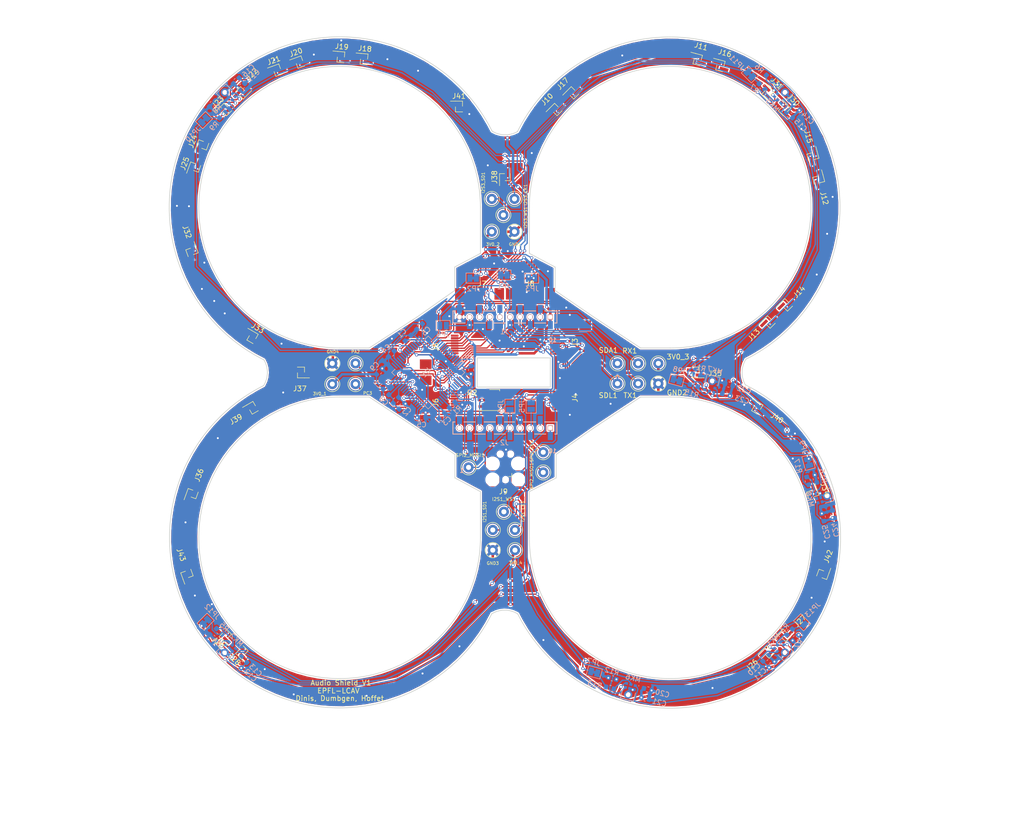
<source format=kicad_pcb>
(kicad_pcb (version 20171130) (host pcbnew "(5.1.6-0-10_14)")
  (title_block (title "Crazyflie 2.0 expansion template") (date "20 okt 2014") (rev A) (company "Bitcraze AB") (comment 1 "Licensed under CC-BY 4.0"))
  (layers (0 F.Cu signal) (31 B.Cu signal) (34 B.Paste user) (35 F.Paste user) (36 B.SilkS user) (37 F.SilkS user) (38 B.Mask user) (39 F.Mask user) (44 Edge.Cuts user))
  (net 0 "")
  (net 1 +3V0)
  (net 2 "Net-(C1-Pad1)")
  (net 3 "Net-(C2-Pad1)")
  (net 4 /RX1)
  (net 5 "Net-(J1-Pad8)")
  (net 6 /TX1)
  (net 7 /SDA)
  (net 8 "Net-(J1-Pad7)")
  (net 9 "Net-(J1-Pad6)")
  (net 10 /SCL)
  (net 11 "Net-(J2-Pad2)")
  (net 12 "Net-(J2-Pad6)")
  (net 13 "Net-(J2-Pad10)")
  (net 14 "Net-(J2-Pad1)")
  (net 15 "Net-(J2-Pad7)")
  (net 16 "Net-(J2-Pad9)")
  (net 17 /SWDIO)
  (net 18 /nRESET)
  (net 19 /SWCLK)
  (net 20 "Net-(J9-Pad6)")
  (net 21 "Net-(R1-Pad1)")
  (net 22 "Net-(U1-Pad2)")
  (net 23 "Net-(U1-Pad3)")
  (net 24 "Net-(U1-Pad4)")
  (net 25 "Net-(U1-Pad5)")
  (net 26 "Net-(U1-Pad6)")
  (net 27 "Net-(U1-Pad8)")
  (net 28 "Net-(U1-Pad17)")
  (net 29 "Net-(U1-Pad21)")
  (net 30 "Net-(U1-Pad22)")
  (net 31 "Net-(U1-Pad24)")
  (net 32 "Net-(U1-Pad25)")
  (net 33 "Net-(U1-Pad27)")
  (net 34 "Net-(U1-Pad28)")
  (net 35 "Net-(U1-Pad34)")
  (net 36 "Net-(U1-Pad35)")
  (net 37 "Net-(U1-Pad36)")
  (net 38 "Net-(U1-Pad37)")
  (net 39 "Net-(U1-Pad38)")
  (net 40 "Net-(U1-Pad39)")
  (net 41 "Net-(U1-Pad40)")
  (net 42 "Net-(U1-Pad41)")
  (net 43 "Net-(U1-Pad42)")
  (net 44 "Net-(U1-Pad43)")
  (net 45 "Net-(U1-Pad44)")
  (net 46 "Net-(U1-Pad45)")
  (net 47 "Net-(U1-Pad52)")
  (net 48 "Net-(U1-Pad53)")
  (net 49 "Net-(U1-Pad54)")
  (net 50 "Net-(U1-Pad56)")
  (net 51 "Net-(U1-Pad57)")
  (net 52 "Net-(U1-Pad61)")
  (net 53 "Net-(U1-Pad62)")
  (net 54 GND)
  (net 55 /SPI2_MISO)
  (net 56 /I2S1_SD)
  (net 57 /I2S1_CK)
  (net 58 /I2S1_WS)
  (net 59 /I2S3_SD)
  (net 60 /I2S3_CK)
  (net 61 /I2S3_WS)
  (net 62 "Net-(J7-Pad3)")
  (net 63 "Net-(J7-Pad4)")
  (net 64 "Net-(J7-Pad6)")
  (net 65 "Net-(J10-Pad2)")
  (net 66 "Net-(J10-Pad1)")
  (net 67 "Net-(J11-Pad2)")
  (net 68 "Net-(J11-Pad1)")
  (net 69 "Net-(J12-Pad2)")
  (net 70 "Net-(J12-Pad1)")
  (net 71 "Net-(J13-Pad2)")
  (net 72 "Net-(J13-Pad1)")
  (net 73 "Net-(J14-Pad2)")
  (net 74 "Net-(J14-Pad1)")
  (net 75 "Net-(J15-Pad2)")
  (net 76 "Net-(J15-Pad1)")
  (net 77 "Net-(J16-Pad2)")
  (net 78 "Net-(J16-Pad1)")
  (net 79 "Net-(J17-Pad2)")
  (net 80 "Net-(J17-Pad1)")
  (net 81 "Net-(J18-Pad2)")
  (net 82 "Net-(J18-Pad1)")
  (net 83 "Net-(J19-Pad2)")
  (net 84 "Net-(J19-Pad1)")
  (net 85 "Net-(J20-Pad2)")
  (net 86 "Net-(J20-Pad1)")
  (net 87 "Net-(J21-Pad2)")
  (net 88 "Net-(J21-Pad1)")
  (net 89 "Net-(J22-Pad2)")
  (net 90 "Net-(J22-Pad1)")
  (net 91 "Net-(J23-Pad2)")
  (net 92 "Net-(J23-Pad1)")
  (net 93 "Net-(J24-Pad2)")
  (net 94 "Net-(J24-Pad1)")
  (net 95 "Net-(J25-Pad2)")
  (net 96 "Net-(J25-Pad1)")
  (net 97 "Net-(J26-Pad2)")
  (net 98 "Net-(J26-Pad1)")
  (net 99 "Net-(J27-Pad2)")
  (net 100 "Net-(J27-Pad1)")
  (net 101 "Net-(J28-Pad2)")
  (net 102 "Net-(J28-Pad1)")
  (net 103 "Net-(J29-Pad2)")
  (net 104 "Net-(J29-Pad1)")
  (net 105 "Net-(J30-Pad2)")
  (net 106 "Net-(J31-Pad2)")
  (net 107 "Net-(J31-Pad1)")
  (net 108 "Net-(J32-Pad2)")
  (net 109 "Net-(J32-Pad1)")
  (net 110 "Net-(J33-Pad2)")
  (net 111 "Net-(J33-Pad1)")
  (net 112 "Net-(J34-Pad2)")
  (net 113 "Net-(J34-Pad1)")
  (net 114 "Net-(J35-Pad2)")
  (net 115 "Net-(J35-Pad1)")
  (net 116 "Net-(J36-Pad2)")
  (net 117 "Net-(J36-Pad1)")
  (net 118 "Net-(J37-Pad2)")
  (net 119 "Net-(J37-Pad1)")
  (net 120 "Net-(J38-Pad2)")
  (net 121 "Net-(J38-Pad1)")
  (net 122 "Net-(J39-Pad2)")
  (net 123 "Net-(J39-Pad1)")
  (net 124 "Net-(J40-Pad2)")
  (net 125 "Net-(J40-Pad1)")
  (net 126 "Net-(J41-Pad2)")
  (net 127 "Net-(J41-Pad1)")
  (net 128 /I2S2_SD-SPI2_MOSI)
  (net 129 /I2S2_CK_SPI2_CK)
  (net 130 /I2S2_WS-SPI2_NSS)
  (net 131 "Net-(MK1-Pad6)")
  (net 132 "Net-(MK2-Pad6)")
  (net 133 "Net-(MK3-Pad6)")
  (net 134 "Net-(MK4-Pad6)")
  (net 135 "Net-(J42-Pad2)")
  (net 136 "Net-(J42-Pad1)")
  (net 137 "Net-(J43-Pad2)")
  (net 138 "Net-(J43-Pad1)")
  (net 139 "Net-(MK6-Pad6)")
  (net 140 "Net-(MK7-Pad6)")
  (net 141 "Net-(MK8-Pad6)")
  (net 142 "Net-(JP7-Pad1)")
  (net 143 "Net-(JP8-Pad1)")
  (net 144 "Net-(JP9-Pad1)")
  (net 145 "Net-(JP10-Pad1)")
  (net 146 "Net-(JP11-Pad1)")
  (net 147 "Net-(JP12-Pad1)")
  (net 148 "Net-(JP13-Pad1)")
  (net 149 /SPI2_NSS)
  (net 150 /SPI2_MOSI)
  (net 151 /SPI2_CK)
  (net 152 /PA2)
  (net 153 /PC3)
  (net 154 "Net-(J30-Pad1)")
  (net 155 /EEPROM)
  (net 156 "Net-(U2-Pad6)")
  (net 157 "Net-(U2-Pad5)")
  (net 158 "Net-(U2-Pad4)")
  (net 159 "Net-(U2-Pad3)")
  (module Package_SO_J-Lead:TSOC-6_3.76x3.94mm_P1.27mm (layer F.Cu) (at 135.97 102.46)
    (fp_text reference U2 (at -3.46 -1.45) (layer F.SilkS))
    (fp_text value DS28E05P)
    (pad 1 smd rect (at -1.525 -1.27) (size 1.33 0.53) (layers F.Cu F.Paste F.Mask) (net 54 GND))
    (pad 2 smd rect (at -1.525 0) (size 1.33 0.53) (layers F.Cu F.Paste F.Mask) (net 155 /EEPROM))
    (pad 3 smd rect (at -1.525 1.27) (size 1.33 0.53) (layers F.Cu F.Paste F.Mask) (net 159 "Net-(U2-Pad3)"))
    (pad 4 smd rect (at 1.525 1.27) (size 1.33 0.53) (layers F.Cu F.Paste F.Mask) (net 158 "Net-(U2-Pad4)"))
    (pad 5 smd rect (at 1.525 0) (size 1.33 0.53) (layers F.Cu F.Paste F.Mask) (net 157 "Net-(U2-Pad5)"))
    (pad 6 smd rect (at 1.525 -1.27) (size 1.33 0.53) (layers F.Cu F.Paste F.Mask) (net 156 "Net-(U2-Pad6)"))
  )
  (module audio_shield:TestPoint_Loop_D2.50mm_Drill1.0mm_LowProfile (layer F.Cu) (at 165.4 99.2)
    (fp_text reference TX1 (at -1.57 2.34) (layer F.SilkS))
    (fp_text value TestPoint)
    (pad 1 thru_hole circle (at 0 0) (size 2 2) (drill 1) (layers *.Cu *.Mask) (net 6 /TX1))
  )
  (module audio_shield:6288_series_8_pos (layer F.Cu) (at 149.901 93.30092 90)
    (fp_text reference J3 (at 2.25 3 90) (layer F.SilkS))
    (fp_text value mic_connector)
    (fp_poly (pts (xy -1.25 6.1) (xy -3.05 6.1) (xy -3.05 3.9) (xy -1.25 3.9)) (layer F.Cu) (width 0.1))
    (fp_poly (pts (xy 6.55 6.1) (xy 4.75 6.1) (xy 4.75 3.9) (xy 6.55 3.9)) (layer F.Cu) (width 0.1))
    (pad 8 smd rect (at 3.5 -0.75 90) (size 0.4 1.5) (layers F.Cu F.Paste F.Mask))
    (pad 6 smd rect (at 3 -0.75 90) (size 0.4 1.5) (layers F.Cu F.Paste F.Mask) (net 58 /I2S1_WS))
    (pad 5 smd rect (at 2.5 -0.75 90) (size 0.4 1.5) (layers F.Cu F.Paste F.Mask) (net 1 +3V0))
    (pad 4 smd rect (at 2 -0.75 90) (size 0.4 1.5) (layers F.Cu F.Paste F.Mask) (net 57 /I2S1_CK))
    (pad 3 smd rect (at 1.5 -0.75 90) (size 0.4 1.5) (layers F.Cu F.Paste F.Mask) (net 56 /I2S1_SD))
    (pad 2 smd rect (at 1 -0.75 90) (size 0.4 1.5) (layers F.Cu F.Paste F.Mask) (net 1 +3V0))
    (pad 1 smd rect (at 0.5 -0.75 90) (size 0.4 1.5) (layers F.Cu F.Paste F.Mask) (net 54 GND))
    (pad 7 smd rect (at 0 -0.75 90) (size 0.4 1.5) (layers F.Cu F.Paste F.Mask))
  )
  (module audio_shield:BF090-10-X-B1 (layer B.Cu) (at 139 108 180)
    (fp_text reference J2 (at 0.1 -2.9) (layer B.SilkS) (effects (justify mirror)))
    (fp_text value CONN_10_RIGHT)
    (fp_text user 1 (at 8.55 -8.45) (layer B.SilkS) (effects (font (size 0.8 0.8) (thickness 0.2)) (justify mirror)))
    (fp_text user 10 (at -9.45 -4.55) (layer B.SilkS) (effects (font (size 0.8 0.8) (thickness 0.2)) (justify mirror)))
    (pad 9 smd circle (at 7 0) (size 1.05 1.05) (layers B.Cu B.Mask) (net 16 "Net-(J2-Pad9)"))
    (pad 8 smd circle (at 5 0) (size 1.05 1.05) (layers B.Cu B.Mask) (net 155 /EEPROM))
    (pad 10 smd circle (at 9 0) (size 1.05 1.05) (layers B.Cu B.Mask) (net 13 "Net-(J2-Pad10)"))
    (pad 7 smd circle (at 3 0) (size 1.05 1.05) (layers B.Cu B.Mask) (net 15 "Net-(J2-Pad7)"))
    (pad 5 smd rect (at -1 -1.6) (size 1 1.6) (layers B.Cu B.Paste B.Mask) (net 150 /SPI2_MOSI))
    (pad 9 smd rect (at 7 -1.6) (size 1 1.6) (layers B.Cu B.Paste B.Mask) (net 16 "Net-(J2-Pad9)"))
    (pad 4 thru_hole circle (at -3 0) (size 1.05 1.05) (drill 0.8) (layers *.Cu B.SilkS F.Mask) (net 55 /SPI2_MISO))
    (pad 7 thru_hole circle (at 3 0) (size 1.05 1.05) (drill 0.8) (layers *.Cu B.SilkS F.Mask) (net 15 "Net-(J2-Pad7)"))
    (pad 8 thru_hole circle (at 5 0) (size 1.05 1.05) (drill 0.8) (layers *.Cu B.SilkS F.Mask) (net 155 /EEPROM))
    (pad 10 thru_hole circle (at 9 0) (size 1.05 1.05) (drill 0.8) (layers *.Cu B.SilkS F.Mask) (net 13 "Net-(J2-Pad10)"))
    (pad 6 smd rect (at 1 1.6) (size 1 1.6) (layers B.Cu B.Paste B.Mask) (net 12 "Net-(J2-Pad6)"))
    (pad 6 thru_hole circle (at 1 0) (size 1.05 1.05) (drill 0.8) (layers *.Cu B.SilkS F.Mask) (net 12 "Net-(J2-Pad6)"))
    (pad 3 thru_hole circle (at -5 0) (size 1.05 1.05) (drill 0.8) (layers *.Cu B.SilkS F.Mask) (net 151 /SPI2_CK))
    (pad 1 thru_hole rect (at -9 0) (size 1.05 1.05) (drill 0.8) (layers *.Cu B.SilkS F.Mask) (net 14 "Net-(J2-Pad1)"))
    (pad 3 smd rect (at -5 -1.6) (size 1 1.6) (layers B.Cu B.Paste B.Mask) (net 151 /SPI2_CK))
    (pad 5 thru_hole circle (at -1 0) (size 1.05 1.05) (drill 0.8) (layers *.Cu B.SilkS F.Mask) (net 150 /SPI2_MOSI))
    (pad 2 thru_hole circle (at -7 0) (size 1.05 1.05) (drill 0.8) (layers *.Cu B.SilkS F.Mask) (net 11 "Net-(J2-Pad2)"))
    (pad 7 smd rect (at 3 -1.6) (size 1 1.6) (layers B.Cu B.Paste B.Mask) (net 15 "Net-(J2-Pad7)"))
    (pad 9 thru_hole circle (at 7 0) (size 1.05 1.05) (drill 0.8) (layers *.Cu B.SilkS F.Mask) (net 16 "Net-(J2-Pad9)"))
    (pad 2 smd circle (at -7 0) (size 1.05 1.05) (layers B.Cu B.Mask) (net 11 "Net-(J2-Pad2)"))
    (pad 4 smd rect (at -3 1.6) (size 1 1.6) (layers B.Cu B.Paste B.Mask) (net 55 /SPI2_MISO))
    (pad 2 smd rect (at -7 1.6) (size 1 1.6) (layers B.Cu B.Paste B.Mask) (net 11 "Net-(J2-Pad2)"))
    (pad 8 smd rect (at 5 1.6) (size 1 1.6) (layers B.Cu B.Paste B.Mask) (net 155 /EEPROM))
    (pad 6 smd circle (at 1 0) (size 1.05 1.05) (layers B.Cu B.Mask) (net 12 "Net-(J2-Pad6)"))
    (pad 10 smd rect (at 9 1.6) (size 1 1.6) (layers B.Cu B.Paste B.Mask) (net 13 "Net-(J2-Pad10)"))
    (pad 5 smd circle (at -1 0) (size 1.05 1.05) (layers B.Cu B.Mask) (net 150 /SPI2_MOSI))
    (pad 4 smd circle (at -3 0) (size 1.05 1.05) (layers B.Cu B.Mask) (net 55 /SPI2_MISO))
    (pad 1 smd rect (at -9 -1.6) (size 1 1.6) (layers B.Cu B.Paste B.Mask) (net 14 "Net-(J2-Pad1)"))
    (pad 3 smd circle (at -5 0) (size 1.05 1.05) (layers B.Cu B.Mask) (net 151 /SPI2_CK))
    (pad 1 smd circle (at -9 0) (size 1.05 1.05) (layers B.Cu B.Mask) (net 14 "Net-(J2-Pad1)"))
  )
  (module audio_shield:BF090-10-X-B1 (layer B.Cu) (at 139 86 180)
    (fp_text reference J1 (at 0.1 -2.9) (layer B.SilkS) (effects (justify mirror)))
    (fp_text value CONN_10_LEFT)
    (fp_text user 10 (at -9.45 -4.55) (layer B.SilkS) (effects (font (size 0.8 0.8) (thickness 0.2)) (justify mirror)))
    (fp_text user 1 (at 8.55 -8.45) (layer B.SilkS) (effects (font (size 0.8 0.8) (thickness 0.2)) (justify mirror)))
    (pad 1 smd circle (at -9 0) (size 1.05 1.05) (layers B.Cu B.Mask) (net 1 +3V0))
    (pad 3 smd circle (at -5 0) (size 1.05 1.05) (layers B.Cu B.Mask) (net 6 /TX1))
    (pad 1 smd rect (at -9 -1.6) (size 1 1.6) (layers B.Cu B.Paste B.Mask) (net 1 +3V0))
    (pad 4 smd circle (at -3 0) (size 1.05 1.05) (layers B.Cu B.Mask) (net 7 /SDA))
    (pad 5 smd circle (at -1 0) (size 1.05 1.05) (layers B.Cu B.Mask) (net 10 /SCL))
    (pad 10 smd rect (at 9 1.6) (size 1 1.6) (layers B.Cu B.Paste B.Mask) (net 54 GND))
    (pad 6 smd circle (at 1 0) (size 1.05 1.05) (layers B.Cu B.Mask) (net 9 "Net-(J1-Pad6)"))
    (pad 8 smd rect (at 5 1.6) (size 1 1.6) (layers B.Cu B.Paste B.Mask) (net 5 "Net-(J1-Pad8)"))
    (pad 2 smd rect (at -7 1.6) (size 1 1.6) (layers B.Cu B.Paste B.Mask) (net 4 /RX1))
    (pad 4 smd rect (at -3 1.6) (size 1 1.6) (layers B.Cu B.Paste B.Mask) (net 7 /SDA))
    (pad 2 smd circle (at -7 0) (size 1.05 1.05) (layers B.Cu B.Mask) (net 4 /RX1))
    (pad 9 thru_hole circle (at 7 0) (size 1.05 1.05) (drill 0.8) (layers *.Cu B.SilkS F.Mask) (net 149 /SPI2_NSS))
    (pad 7 smd rect (at 3 -1.6) (size 1 1.6) (layers B.Cu B.Paste B.Mask) (net 8 "Net-(J1-Pad7)"))
    (pad 2 thru_hole circle (at -7 0) (size 1.05 1.05) (drill 0.8) (layers *.Cu B.SilkS F.Mask) (net 4 /RX1))
    (pad 5 thru_hole circle (at -1 0) (size 1.05 1.05) (drill 0.8) (layers *.Cu B.SilkS F.Mask) (net 10 /SCL))
    (pad 3 smd rect (at -5 -1.6) (size 1 1.6) (layers B.Cu B.Paste B.Mask) (net 6 /TX1))
    (pad 1 thru_hole rect (at -9 0) (size 1.05 1.05) (drill 0.8) (layers *.Cu B.SilkS F.Mask) (net 1 +3V0))
    (pad 3 thru_hole circle (at -5 0) (size 1.05 1.05) (drill 0.8) (layers *.Cu B.SilkS F.Mask) (net 6 /TX1))
    (pad 6 thru_hole circle (at 1 0) (size 1.05 1.05) (drill 0.8) (layers *.Cu B.SilkS F.Mask) (net 9 "Net-(J1-Pad6)"))
    (pad 6 smd rect (at 1 1.6) (size 1 1.6) (layers B.Cu B.Paste B.Mask) (net 9 "Net-(J1-Pad6)"))
    (pad 10 thru_hole circle (at 9 0) (size 1.05 1.05) (drill 0.8) (layers *.Cu B.SilkS F.Mask) (net 54 GND))
    (pad 8 thru_hole circle (at 5 0) (size 1.05 1.05) (drill 0.8) (layers *.Cu B.SilkS F.Mask) (net 5 "Net-(J1-Pad8)"))
    (pad 7 thru_hole circle (at 3 0) (size 1.05 1.05) (drill 0.8) (layers *.Cu B.SilkS F.Mask) (net 8 "Net-(J1-Pad7)"))
    (pad 4 thru_hole circle (at -3 0) (size 1.05 1.05) (drill 0.8) (layers *.Cu B.SilkS F.Mask) (net 7 /SDA))
    (pad 9 smd rect (at 7 -1.6) (size 1 1.6) (layers B.Cu B.Paste B.Mask) (net 149 /SPI2_NSS))
    (pad 5 smd rect (at -1 -1.6) (size 1 1.6) (layers B.Cu B.Paste B.Mask) (net 10 /SCL))
    (pad 7 smd circle (at 3 0) (size 1.05 1.05) (layers B.Cu B.Mask) (net 8 "Net-(J1-Pad7)"))
    (pad 10 smd circle (at 9 0) (size 1.05 1.05) (layers B.Cu B.Mask) (net 54 GND))
    (pad 8 smd circle (at 5 0) (size 1.05 1.05) (layers B.Cu B.Mask) (net 5 "Net-(J1-Pad8)"))
    (pad 9 smd circle (at 7 0) (size 1.05 1.05) (layers B.Cu B.Mask) (net 149 /SPI2_NSS))
  )
  (module Connector:Tag-Connect_TC2030-IDC-FP_2x03_P1.27mm_Vertical (layer F.Cu) (at 139.101 115.70092 90)
    (fp_text reference J9 (at -4.89908 -0.401 180) (layer F.SilkS))
    (fp_text value SWD_TC2030)
    (pad "" np_thru_hole circle (at -2.54 2.54 90) (size 2.3749 2.3749) (drill 2.3749) (layers *.Cu *.Mask))
    (pad "" np_thru_hole circle (at -2.54 -2.54 90) (size 2.3749 2.3749) (drill 2.3749) (layers *.Cu *.Mask))
    (pad "" np_thru_hole circle (at 0.635 -2.54 90) (size 2.3749 2.3749) (drill 2.3749) (layers *.Cu *.Mask))
    (pad "" np_thru_hole circle (at 0.635 2.54 90) (size 2.3749 2.3749) (drill 2.3749) (layers *.Cu *.Mask))
    (pad "" np_thru_hole circle (at 2.54 -1.016 90) (size 0.9906 0.9906) (drill 0.9906) (layers *.Cu *.Mask))
    (pad "" np_thru_hole circle (at 2.54 1.016 90) (size 0.9906 0.9906) (drill 0.9906) (layers *.Cu *.Mask))
    (pad "" np_thru_hole circle (at -2.54 0 90) (size 0.9906 0.9906) (drill 0.9906) (layers *.Cu *.Mask))
    (pad 1 connect circle (at -1.27 0.635 90) (size 0.7874 0.7874) (layers F.Cu F.Mask) (net 1 +3V0))
    (pad 2 connect circle (at -1.27 -0.635 90) (size 0.7874 0.7874) (layers F.Cu F.Mask) (net 17 /SWDIO))
    (pad 3 connect circle (at 0 0.635 90) (size 0.7874 0.7874) (layers F.Cu F.Mask) (net 18 /nRESET))
    (pad 4 connect circle (at 0 -0.635 90) (size 0.7874 0.7874) (layers F.Cu F.Mask) (net 19 /SWCLK))
    (pad 5 connect circle (at 1.27 0.635 90) (size 0.7874 0.7874) (layers F.Cu F.Mask) (net 54 GND))
    (pad 6 connect circle (at 1.27 -0.635 90) (size 0.7874 0.7874) (layers F.Cu F.Mask) (net 20 "Net-(J9-Pad6)"))
  )
  (module audio_shield:6288_series_8_pos (layer F.Cu) (at 142.301 76.40092)
    (fp_text reference J8 (at 1.699 2.99908) (layer F.SilkS))
    (fp_text value mic_connector)
    (fp_poly (pts (xy -1.25 6.1) (xy -3.05 6.1) (xy -3.05 3.9) (xy -1.25 3.9)) (layer F.Cu) (width 0.1))
    (fp_poly (pts (xy 6.55 6.1) (xy 4.75 6.1) (xy 4.75 3.9) (xy 6.55 3.9)) (layer F.Cu) (width 0.1))
    (pad 8 smd rect (at 3.5 -0.75) (size 0.4 1.5) (layers F.Cu F.Paste F.Mask))
    (pad 6 smd rect (at 3 -0.75) (size 0.4 1.5) (layers F.Cu F.Paste F.Mask) (net 64 "Net-(J7-Pad6)"))
    (pad 5 smd rect (at 2.5 -0.75) (size 0.4 1.5) (layers F.Cu F.Paste F.Mask) (net 54 GND))
    (pad 4 smd rect (at 2 -0.75) (size 0.4 1.5) (layers F.Cu F.Paste F.Mask) (net 63 "Net-(J7-Pad4)"))
    (pad 3 smd rect (at 1.5 -0.75) (size 0.4 1.5) (layers F.Cu F.Paste F.Mask) (net 62 "Net-(J7-Pad3)"))
    (pad 2 smd rect (at 1 -0.75) (size 0.4 1.5) (layers F.Cu F.Paste F.Mask) (net 1 +3V0))
    (pad 1 smd rect (at 0.5 -0.75) (size 0.4 1.5) (layers F.Cu F.Paste F.Mask) (net 54 GND))
    (pad 7 smd rect (at 0 -0.75) (size 0.4 1.5) (layers F.Cu F.Paste F.Mask))
  )
  (module audio_shield:6288_series_8_pos (layer F.Cu) (at 128.301 100.70092 270)
    (fp_text reference J6 (at 2.25 3 90) (layer F.SilkS))
    (fp_text value mic_connector)
    (fp_poly (pts (xy -1.25 6.1) (xy -3.05 6.1) (xy -3.05 3.9) (xy -1.25 3.9)) (layer F.Cu) (width 0.1))
    (fp_poly (pts (xy 6.55 6.1) (xy 4.75 6.1) (xy 4.75 3.9) (xy 6.55 3.9)) (layer F.Cu) (width 0.1))
    (pad 8 smd rect (at 3.5 -0.75 270) (size 0.4 1.5) (layers F.Cu F.Paste F.Mask))
    (pad 6 smd rect (at 3 -0.75 270) (size 0.4 1.5) (layers F.Cu F.Paste F.Mask) (net 61 /I2S3_WS))
    (pad 5 smd rect (at 2.5 -0.75 270) (size 0.4 1.5) (layers F.Cu F.Paste F.Mask) (net 54 GND))
    (pad 4 smd rect (at 2 -0.75 270) (size 0.4 1.5) (layers F.Cu F.Paste F.Mask) (net 60 /I2S3_CK))
    (pad 3 smd rect (at 1.5 -0.75 270) (size 0.4 1.5) (layers F.Cu F.Paste F.Mask) (net 59 /I2S3_SD))
    (pad 2 smd rect (at 1 -0.75 270) (size 0.4 1.5) (layers F.Cu F.Paste F.Mask) (net 1 +3V0))
    (pad 1 smd rect (at 0.5 -0.75 270) (size 0.4 1.5) (layers F.Cu F.Paste F.Mask) (net 54 GND))
    (pad 7 smd rect (at 0 -0.75 270) (size 0.4 1.5) (layers F.Cu F.Paste F.Mask))
  )
  (module audio_shield:6288_series_8_pos (layer F.Cu) (at 128.301 89.70092 270)
    (fp_text reference J5 (at 2.25 3 90) (layer F.SilkS))
    (fp_text value mic_connector)
    (fp_poly (pts (xy -1.25 6.1) (xy -3.05 6.1) (xy -3.05 3.9) (xy -1.25 3.9)) (layer F.Cu) (width 0.1))
    (fp_poly (pts (xy 6.55 6.1) (xy 4.75 6.1) (xy 4.75 3.9) (xy 6.55 3.9)) (layer F.Cu) (width 0.1))
    (pad 8 smd rect (at 3.5 -0.75 270) (size 0.4 1.5) (layers F.Cu F.Paste F.Mask))
    (pad 6 smd rect (at 3 -0.75 270) (size 0.4 1.5) (layers F.Cu F.Paste F.Mask) (net 61 /I2S3_WS))
    (pad 5 smd rect (at 2.5 -0.75 270) (size 0.4 1.5) (layers F.Cu F.Paste F.Mask) (net 1 +3V0))
    (pad 4 smd rect (at 2 -0.75 270) (size 0.4 1.5) (layers F.Cu F.Paste F.Mask) (net 60 /I2S3_CK))
    (pad 3 smd rect (at 1.5 -0.75 270) (size 0.4 1.5) (layers F.Cu F.Paste F.Mask) (net 59 /I2S3_SD))
    (pad 2 smd rect (at 1 -0.75 270) (size 0.4 1.5) (layers F.Cu F.Paste F.Mask) (net 1 +3V0))
    (pad 1 smd rect (at 0.5 -0.75 270) (size 0.4 1.5) (layers F.Cu F.Paste F.Mask) (net 54 GND))
    (pad 7 smd rect (at 0 -0.75 270) (size 0.4 1.5) (layers F.Cu F.Paste F.Mask))
  )
  (module audio_shield:6288_series_8_pos (layer F.Cu) (at 149.901 104.30092 90)
    (fp_text reference J4 (at 2.25 3 270) (layer F.SilkS))
    (fp_text value mic_connector)
    (fp_poly (pts (xy -1.25 6.1) (xy -3.05 6.1) (xy -3.05 3.9) (xy -1.25 3.9)) (layer F.Cu) (width 0.1))
    (fp_poly (pts (xy 6.55 6.1) (xy 4.75 6.1) (xy 4.75 3.9) (xy 6.55 3.9)) (layer F.Cu) (width 0.1))
    (pad 8 smd rect (at 3.5 -0.75 90) (size 0.4 1.5) (layers F.Cu F.Paste F.Mask))
    (pad 6 smd rect (at 3 -0.75 90) (size 0.4 1.5) (layers F.Cu F.Paste F.Mask) (net 58 /I2S1_WS))
    (pad 5 smd rect (at 2.5 -0.75 90) (size 0.4 1.5) (layers F.Cu F.Paste F.Mask) (net 54 GND))
    (pad 4 smd rect (at 2 -0.75 90) (size 0.4 1.5) (layers F.Cu F.Paste F.Mask) (net 57 /I2S1_CK))
    (pad 3 smd rect (at 1.5 -0.75 90) (size 0.4 1.5) (layers F.Cu F.Paste F.Mask) (net 56 /I2S1_SD))
    (pad 2 smd rect (at 1 -0.75 90) (size 0.4 1.5) (layers F.Cu F.Paste F.Mask) (net 1 +3V0))
    (pad 1 smd rect (at 0.5 -0.75 90) (size 0.4 1.5) (layers F.Cu F.Paste F.Mask) (net 54 GND))
    (pad 7 smd rect (at 0 -0.75 90) (size 0.4 1.5) (layers F.Cu F.Paste F.Mask))
  )
  (module Jumper:SolderJumper-2_P1.3mm_Bridged_Pad1.0x1.5mm (layer B.Cu) (at 173.001 98.50092 165)
    (fp_text reference JP8 (at -0.086595 1.99118 165) (layer B.SilkS) (effects (justify mirror)))
    (fp_text value Jumper)
    (fp_poly (pts (xy -0.25 0.3) (xy 0.25 0.3) (xy 0.25 -0.3) (xy -0.25 -0.3)) (layer B.Cu) (width 0))
    (pad 2 smd rect (at 0.65 0 165) (size 1 1.5) (layers B.Cu B.Mask) (net 59 /I2S3_SD))
    (pad 1 smd rect (at -0.65 0 165) (size 1 1.5) (layers B.Cu B.Mask) (net 143 "Net-(JP8-Pad1)"))
  )
  (module Resistor_SMD:R_0603_1608Metric (layer B.Cu) (at 176.440333 99.5971 165)
    (fp_text reference R15 (at 0.010468 -1.662249 165) (layer B.SilkS) (effects (justify mirror)))
    (fp_text value 68)
    (pad 2 smd roundrect (at 0.7875 0 165) (size 0.875 0.95) (layers B.Cu B.Paste B.Mask) (net 143 "Net-(JP8-Pad1)"))
    (pad 1 smd roundrect (at -0.7875 0 165) (size 0.875 0.95) (layers B.Cu B.Paste B.Mask) (net 140 "Net-(MK7-Pad6)"))
  )
  (module audio_shield:MIC_SPH0645LM4H-B (layer B.Cu) (at 194.501 41.50092 315)
    (fp_text reference MK3 (at -0.001358 3.53559 135) (layer B.SilkS) (effects (justify mirror)))
    (fp_text value SPH0645LM4H-B)
    (fp_poly (pts (xy -0.01 0.51) (xy -0.01 0.81) (xy -0.056608 0.808926) (xy -0.098102 0.805661) (xy -0.139368 0.800228) (xy -0.180293 0.792643) (xy -0.220765 0.782926) (xy -0.260673 0.771105) (xy -0.299908 0.757211) (xy -0.338362 0.741283) (xy -0.37593 0.723364) (xy -0.412508 0.703504) (xy -0.447997 0.681756) (xy -0.482299 0.658181) (xy -0.51532 0.632843) (xy -0.546969 0.605812) (xy -0.577161 0.577161) (xy -0.605812 0.546969) (xy -0.632843 0.51532) (xy -0.658181 0.482299) (xy -0.681756 0.447997) (xy -0.703504 0.412508) (xy -0.723364 0.37593) (xy -0.741283 0.338362) (xy -0.757211 0.299908) (xy -0.771105 0.260673) (xy -0.782926 0.220765) (xy -0.792643 0.180293) (xy -0.800228 0.139368) (xy -0.805661 0.098102) (xy -0.808926 0.056608) (xy -0.81 0.02) (xy -0.808863 -0.023439) (xy -0.805453 -0.066759) (xy -0.799781 -0.109841) (xy -0.791863 -0.152567) (xy -0.781718 -0.19482) (xy -0.769377 -0.236484) (xy -0.754872 -0.277445) (xy -0.738243 -0.317591) (xy -0.719535 -0.356812) (xy -0.698801 -0.395) (xy -0.676097 -0.43205) (xy -0.651484 -0.467862) (xy -0.625031 -0.502336) (xy -0.59681 -0.535378) (xy -0.566899 -0.566899) (xy -0.535378 -0.59681) (xy -0.502336 -0.625031) (xy -0.467862 -0.651484) (xy -0.43205 -0.676097) (xy -0.395 -0.698801) (xy -0.356812 -0.719535) (xy -0.317591 -0.738243) (xy -0.277445 -0.754872) (xy -0.236484 -0.769377) (xy -0.19482 -0.781718) (xy -0.152567 -0.791863) (xy -0.109841 -0.799781) (xy -0.066759 -0.805453) (xy -0.023439 -0.808863) (xy 0.02 -0.81) (xy 0.03 -0.81) (xy 0.070822 -0.808931) (xy 0.111532 -0.805727) (xy 0.152019 -0.800397) (xy 0.192171 -0.792955) (xy 0.231879 -0.783422) (xy 0.271033 -0.771824) (xy 0.309527 -0.758193) (xy 0.347255 -0.742565) (xy 0.384113 -0.724985) (xy 0.42 -0.7055) (xy 0.454818 -0.684163) (xy 0.488472 -0.661033) (xy 0.52087 -0.636174) (xy 0.551922 -0.609653) (xy 0.581543 -0.581543) (xy 0.609653 -0.551922) (xy 0.636174 -0.52087) (xy 0.661033 -0.488472) (xy 0.684163 -0.454818) (xy 0.7055 -0.42) (xy 0.724985 -0.384113) (xy 0.742565 -0.347255) (xy 0.758193 -0.309527) (xy 0.771824 -0.271033) (xy 0.783422 -0.231879) (xy 0.792955 -0.192171) (xy 0.800397 -0.152019) (xy 0.805727 -0.111532) (xy 0.808931 -0.070822) (xy 0.81 -0.03) (xy 0.81 0) (xy 0.80889 0.042392) (xy 0.805563 0.084668) (xy 0.800028 0.126712) (xy 0.7923 0.168408) (xy 0.7824 0.209643) (xy 0.770356 0.250304) (xy 0.7562 0.290278) (xy 0.739972 0.329457) (xy 0.721715 0.367732) (xy 0.701481 0.405) (xy 0.679323 0.441158) (xy 0.655304 0.476106) (xy 0.629488 0.50975) (xy 0.601947 0.541996) (xy 0.572756 0.572756) (xy 0.541996 0.601947) (xy 0.50975 0.629488) (xy 0.476106 0.655304) (xy 0.441158 0.679323) (xy 0.405 0.701481) (xy 0.367732 0.721715) (xy 0.329457 0.739972) (xy 0.290278 0.7562) (xy 0.250304 0.770356) (xy 0.209643 0.7824) (xy 0.168408 0.7923) (xy 0.126712 0.800028) (xy 0.084668 0.805563) (xy 0.042392 0.80889) (xy 0 0.81) (xy 0 0.51) (xy 0.022625 0.509717) (xy 0.049016 0.508103) (xy 0.075286 0.50511) (xy 0.101363 0.500746) (xy 0.127177 0.495023) (xy 0.152655 0.487958) (xy 0.177729 0.479568) (xy 0.202329 0.469878) (xy 0.226388 0.458913) (xy 0.249841 0.446705) (xy 0.272622 0.433285) (xy 0.29467 0.418692) (xy 0.315924 0.402965) (xy 0.336326 0.386147) (xy 0.35582 0.368284) (xy 0.374352 0.349426) (xy 0.391871 0.329624) (xy 0.408331 0.308931) (xy 0.423684 0.287406) (xy 0.437891 0.265107) (xy 0.45091 0.242095) (xy 0.462708 0.218433) (xy 0.473251 0.194186) (xy 0.48251 0.16942) (xy 0.490461 0.144204) (xy 0.497081 0.118606) (xy 0.502352 0.092697) (xy 0.50626 0.066547) (xy 0.508795 0.040229) (xy 0.51 0.01) (xy 0.509287 -0.017215) (xy 0.507151 -0.044355) (xy 0.503598 -0.071346) (xy 0.498637 -0.098114) (xy 0.492281 -0.124586) (xy 0.484549 -0.150689) (xy 0.475462 -0.176351) (xy 0.465044 -0.201503) (xy 0.453323 -0.226075) (xy 0.440333 -0.25) (xy 0.426109 -0.273212) (xy 0.410689 -0.295648) (xy 0.394116 -0.317247) (xy 0.376435 -0.337948) (xy 0.357696 -0.357696) (xy 0.337948 -0.376435) (xy 0.317247 -0.394116) (xy 0.295648 -0.410689) (xy 0.273212 -0.426109) (xy 0.25 -0.440333) (xy 0.226075 -0.453323) (xy 0.201503 -0.465044) (xy 0.176351 -0.475462) (xy 0.150689 -0.484549) (xy 0.124586 -0.492281) (xy 0.098114 -0.498637) (xy 0.071346 -0.503598) (xy 0.044355 -0.507151) (xy 0.017215 -0.509287) (xy -0.01 -0.51) (xy -0.02 -0.51) (xy -0.045645 -0.509328) (xy -0.071219 -0.507316) (xy -0.096653 -0.503967) (xy -0.121877 -0.499292) (xy -0.146821 -0.493304) (xy -0.171418 -0.486018) (xy -0.1956 -0.477454) (xy -0.219301 -0.467637) (xy -0.242455 -0.456593) (xy -0.265 -0.444352) (xy -0.286873 -0.430949) (xy -0.308015 -0.416418) (xy -0.328367 -0.400802) (xy -0.347874 -0.384141) (xy -0.366482 -0.366482) (xy -0.384141 -0.347874) (xy -0.400802 -0.328367) (xy -0.416418 -0.308015) (xy -0.430949 -0.286873) (xy -0.444352 -0.265) (xy -0.456593 -0.242455) (xy -0.467637 -0.219301) (xy -0.477454 -0.1956) (xy -0.486018 -0.171418) (xy -0.493304 -0.146821) (xy -0.499292 -0.121877) (xy -0.503967 -0.096653) (xy -0.507316 -0.071219) (xy -0.509328 -0.045645) (xy -0.51 -0.02) (xy -0.51 0.01) (xy -0.509315 0.036168) (xy -0.507261 0.062264) (xy -0.503844 0.088217) (xy -0.499074 0.113956) (xy -0.492963 0.13941) (xy -0.485528 0.164508) (xy -0.47679 0.189184) (xy -0.466773 0.213368) (xy -0.455503 0.236995) (xy -0.443013 0.26) (xy -0.429335 0.28232) (xy -0.414508 0.303893) (xy -0.398573 0.32466) (xy -0.381572 0.344565) (xy -0.363553 0.363553) (xy -0.344565 0.381572) (xy -0.32466 0.398573) (xy -0.303893 0.414508) (xy -0.28232 0.429335) (xy -0.26 0.443013) (xy -0.236995 0.455503) (xy -0.213368 0.466773) (xy -0.189184 0.47679) (xy -0.164508 0.485528) (xy -0.13941 0.492963) (xy -0.113956 0.499074) (xy -0.088217 0.503844) (xy -0.062264 0.507261) (xy -0.036168 0.509315) (xy -0.01 0.51)) (layer B.Cu) (width 0.001))
    (pad None np_thru_hole circle (at 0 0 315) (size 0.5 0.5) (drill 0.5) (layers *.Cu *.Mask))
    (pad 3 smd rect (at 0.65 0.02 315) (size 0.1 0.1) (layers B.Cu) (net 54 GND))
    (pad 4 smd rect (at 0.9 1.252 315) (size 0.6 0.522) (layers B.Cu B.Paste B.Mask) (net 60 /I2S3_CK))
    (pad 5 smd rect (at 0.9 2.074 315) (size 0.6 0.522) (layers B.Cu B.Paste B.Mask) (net 1 +3V0))
    (pad 6 smd rect (at 0 2.074 315) (size 0.6 0.522) (layers B.Cu B.Paste B.Mask) (net 133 "Net-(MK3-Pad6)"))
    (pad 1 smd rect (at -0.9 2.074 315) (size 0.6 0.522) (layers B.Cu B.Paste B.Mask) (net 61 /I2S3_WS))
    (pad 2 smd rect (at -0.9 1.252 315) (size 0.6 0.522) (layers B.Cu B.Paste B.Mask) (net 1 +3V0))
  )
  (module audio_shield:TestPoint_Loop_D2.50mm_Drill1.0mm_LowProfile (layer F.Cu) (at 131.8 115.8)
    (fp_text reference SPI2_MOSI1 (at 0.3 -2.4 180) (layer F.SilkS) (effects (font (size 0.66 0.66) (thickness 0.1))))
    (fp_text value TestPoint)
    (pad 1 thru_hole circle (at 0 0) (size 2 2) (drill 1) (layers *.Cu *.Mask) (net 150 /SPI2_MOSI))
  )
  (module audio_shield:TestPoint_Loop_D2.50mm_Drill1.0mm_LowProfile (layer F.Cu) (at 146.6 116.8)
    (fp_text reference SPI2_MISO1 (at -2.3 0.7 90) (layer F.SilkS) (effects (font (size 0.6 0.6) (thickness 0.1))))
    (fp_text value TestPoint)
    (pad 1 thru_hole circle (at 0 0) (size 2 2) (drill 1) (layers *.Cu *.Mask) (net 55 /SPI2_MISO))
  )
  (module audio_shield:TestPoint_Loop_D2.50mm_Drill1.0mm_LowProfile (layer F.Cu) (at 146.6 112.8)
    (fp_text reference SPI2_CK1 (at -2.3 -0.2 270) (layer F.SilkS) (effects (font (size 0.6 0.6) (thickness 0.1))))
    (fp_text value TestPoint)
    (pad 1 thru_hole circle (at 0 0) (size 2 2) (drill 1) (layers *.Cu *.Mask) (net 151 /SPI2_CK))
  )
  (module audio_shield:TestPoint_Loop_D2.50mm_Drill1.0mm_LowProfile (layer F.Cu) (at 161.3 99.2)
    (fp_text reference SDL1 (at -1.84 2.34) (layer F.SilkS))
    (fp_text value TestPoint)
    (pad 1 thru_hole circle (at 0 0) (size 2 2) (drill 1) (layers *.Cu *.Mask) (net 10 /SCL))
  )
  (module audio_shield:TestPoint_Loop_D2.50mm_Drill1.0mm_LowProfile (layer F.Cu) (at 161.3 95.2)
    (fp_text reference SDA1 (at -1.8 -2.6) (layer F.SilkS))
    (fp_text value TestPoint)
    (pad 1 thru_hole circle (at 0 0) (size 2 2) (drill 1) (layers *.Cu *.Mask) (net 7 /SDA))
  )
  (module audio_shield:TestPoint_Loop_D2.50mm_Drill1.0mm_LowProfile (layer F.Cu) (at 165.4 95.2)
    (fp_text reference RX1 (at -1.66 -2.48) (layer F.SilkS))
    (fp_text value TestPoint)
    (pad 1 thru_hole circle (at 0 0) (size 2 2) (drill 1) (layers *.Cu *.Mask) (net 4 /RX1))
  )
  (module audio_shield:TestPoint_Loop_D2.50mm_Drill1.0mm_LowProfile (layer F.Cu) (at 109.4 99.3)
    (fp_text reference PC3 (at 2.4 1.8) (layer F.SilkS) (effects (font (size 0.6 0.6) (thickness 0.1))))
    (fp_text value TestPoint)
    (pad 1 thru_hole circle (at 0 0) (size 2 2) (drill 1) (layers *.Cu *.Mask) (net 153 /PC3))
  )
  (module audio_shield:TestPoint_Loop_D2.50mm_Drill1.0mm_LowProfile (layer F.Cu) (at 109.4 95.2)
    (fp_text reference PA2 (at 0 -2.3) (layer F.SilkS) (effects (font (size 0.6 0.6) (thickness 0.1))))
    (fp_text value TestPoint)
    (pad 1 thru_hole circle (at 0 0) (size 2 2) (drill 1) (layers *.Cu *.Mask) (net 152 /PA2))
  )
  (module audio_shield:TestPoint_Loop_D2.50mm_Drill1.0mm_LowProfile (layer F.Cu) (at 138.7 65.8)
    (fp_text reference I2S3_WS1 (at 4.4 0.5 90) (layer F.SilkS) (effects (font (size 0.6 0.6) (thickness 0.1))))
    (fp_text value TestPoint)
    (pad 1 thru_hole circle (at 0 0) (size 2 2) (drill 1) (layers *.Cu *.Mask) (net 61 /I2S3_WS))
  )
  (module audio_shield:TestPoint_Loop_D2.50mm_Drill1.0mm_LowProfile (layer F.Cu) (at 136.4 62.6)
    (fp_text reference I2S3_SD1 (at -1.7 -3.2 90) (layer F.SilkS) (effects (font (size 0.6 0.6) (thickness 0.1))))
    (fp_text value TestPoint)
    (pad 1 thru_hole circle (at 0 0) (size 2 2) (drill 1) (layers *.Cu *.Mask) (net 59 /I2S3_SD))
  )
  (module audio_shield:TestPoint_Loop_D2.50mm_Drill1.0mm_LowProfile (layer F.Cu) (at 140.9 62.6)
    (fp_text reference I2S3_CK1 (at 2.2 -0.8 90) (layer F.SilkS) (effects (font (size 0.6 0.6) (thickness 0.1))))
    (fp_text value TestPoint)
    (pad 1 thru_hole circle (at 0 0) (size 2 2) (drill 1) (layers *.Cu *.Mask) (net 60 /I2S3_CK))
  )
  (module audio_shield:TestPoint_Loop_D2.50mm_Drill1.0mm_LowProfile (layer F.Cu) (at 138.8 124.6)
    (fp_text reference I2S1_WS1 (at 0 -2.5) (layer F.SilkS) (effects (font (size 0.66 0.66) (thickness 0.1))))
    (fp_text value TestPoint)
    (pad 1 thru_hole circle (at 0 0) (size 2 2) (drill 1) (layers *.Cu *.Mask) (net 58 /I2S1_WS))
  )
  (module audio_shield:TestPoint_Loop_D2.50mm_Drill1.0mm_LowProfile (layer F.Cu) (at 136.6 128.2)
    (fp_text reference I2S1_SD1 (at -1.6 -3.6 90) (layer F.SilkS) (effects (font (size 0.6 0.6) (thickness 0.1))))
    (fp_text value TestPoint)
    (pad 1 thru_hole circle (at 0 0) (size 2 2) (drill 1) (layers *.Cu *.Mask) (net 56 /I2S1_SD))
  )
  (module audio_shield:TestPoint_Loop_D2.50mm_Drill1.0mm_LowProfile (layer F.Cu) (at 141 128.2)
    (fp_text reference I2S1_CK1 (at 1.6 -3.7 90) (layer F.SilkS) (effects (font (size 0.6 0.6) (thickness 0.1))))
    (fp_text value TestPoint)
    (pad 1 thru_hole circle (at 0 0) (size 2 2) (drill 1) (layers *.Cu *.Mask) (net 57 /I2S1_CK))
  )
  (module audio_shield:TestPoint_Loop_D2.50mm_Drill1.0mm_LowProfile (layer F.Cu) (at 104.8 95.2)
    (fp_text reference GND4 (at 0.1 -2.3) (layer F.SilkS) (effects (font (size 0.6 0.6) (thickness 0.1))))
    (fp_text value TestPoint)
    (pad 1 thru_hole circle (at 0 0) (size 2 2) (drill 1) (layers *.Cu *.Mask) (net 54 GND))
  )
  (module audio_shield:TestPoint_Loop_D2.50mm_Drill1.0mm_LowProfile (layer F.Cu) (at 136.6 132.2)
    (fp_text reference GND3 (at 0 2.6) (layer F.SilkS) (effects (font (size 0.6 0.6) (thickness 0.1))))
    (fp_text value TestPoint)
    (pad 1 thru_hole circle (at 0 0) (size 2 2) (drill 1) (layers *.Cu *.Mask) (net 54 GND))
  )
  (module audio_shield:TestPoint_Loop_D2.50mm_Drill1.0mm_LowProfile (layer F.Cu) (at 169.4 99.2)
    (fp_text reference GND2 (at 3.7 1.8) (layer F.SilkS))
    (fp_text value TestPoint)
    (pad 1 thru_hole circle (at 0 0) (size 2 2) (drill 1) (layers *.Cu *.Mask) (net 54 GND))
  )
  (module audio_shield:TestPoint_Loop_D2.50mm_Drill1.0mm_LowProfile (layer F.Cu) (at 140.9 69.1)
    (fp_text reference GND1 (at 0.1 2.5) (layer F.SilkS) (effects (font (size 0.6 0.6) (thickness 0.1))))
    (fp_text value TestPoint)
    (pad 1 thru_hole circle (at 0 0) (size 2 2) (drill 1) (layers *.Cu *.Mask) (net 54 GND))
  )
  (module audio_shield:TestPoint_Loop_D2.50mm_Drill1.0mm_LowProfile (layer F.Cu) (at 141 132.2)
    (fp_text reference 3V0_4 (at 0.1 2.5) (layer F.SilkS) (effects (font (size 0.6 0.6) (thickness 0.1))))
    (fp_text value TestPoint)
    (pad 1 thru_hole circle (at 0 0) (size 2 2) (drill 1) (layers *.Cu *.Mask) (net 1 +3V0))
  )
  (module audio_shield:TestPoint_Loop_D2.50mm_Drill1.0mm_LowProfile (layer F.Cu) (at 169.4 95.2)
    (fp_text reference 3V0_3 (at 3.9 -1.3) (layer F.SilkS))
    (fp_text value TestPoint)
    (pad 1 thru_hole circle (at 0 0) (size 2 2) (drill 1) (layers *.Cu *.Mask) (net 1 +3V0))
  )
  (module audio_shield:TestPoint_Loop_D2.50mm_Drill1.0mm_LowProfile (layer F.Cu) (at 136.4 69.1)
    (fp_text reference 3V0_2 (at 0.2 2.5) (layer F.SilkS) (effects (font (size 0.6 0.6) (thickness 0.1))))
    (fp_text value TestPoint)
    (pad 1 thru_hole circle (at 0 0) (size 2 2) (drill 1) (layers *.Cu *.Mask) (net 1 +3V0))
  )
  (module audio_shield:TestPoint_Loop_D2.50mm_Drill1.0mm_LowProfile (layer F.Cu) (at 104.8 99.3)
    (fp_text reference 3V0_1 (at -2.5 1.9) (layer F.SilkS) (effects (font (size 0.6 0.6) (thickness 0.1))))
    (fp_text value TestPoint)
    (pad 1 thru_hole circle (at 0 0) (size 2 2) (drill 1) (layers *.Cu *.Mask) (net 1 +3V0))
  )
  (module Package_QFP:LQFP-64_10x10mm_P0.5mm (layer B.Cu) (at 123.801 97.00092 45)
    (fp_text reference U1 (at -0.282899 -0.2842 45) (layer B.SilkS) (effects (justify mirror)))
    (fp_text value STM32F446RETx)
    (pad 64 smd roundrect (at -3.75 5.675 45) (size 0.3 1.55) (layers B.Cu B.Paste B.Mask) (net 1 +3V0))
    (pad 63 smd roundrect (at -3.25 5.675 45) (size 0.3 1.55) (layers B.Cu B.Paste B.Mask) (net 54 GND))
    (pad 62 smd roundrect (at -2.75 5.675 45) (size 0.3 1.55) (layers B.Cu B.Paste B.Mask) (net 53 "Net-(U1-Pad62)"))
    (pad 61 smd roundrect (at -2.25 5.675 45) (size 0.3 1.55) (layers B.Cu B.Paste B.Mask) (net 52 "Net-(U1-Pad61)"))
    (pad 60 smd roundrect (at -1.75 5.675 45) (size 0.3 1.55) (layers B.Cu B.Paste B.Mask) (net 21 "Net-(R1-Pad1)"))
    (pad 59 smd roundrect (at -1.25 5.675 45) (size 0.3 1.55) (layers B.Cu B.Paste B.Mask) (net 7 /SDA))
    (pad 58 smd roundrect (at -0.75 5.675 45) (size 0.3 1.55) (layers B.Cu B.Paste B.Mask) (net 10 /SCL))
    (pad 57 smd roundrect (at -0.25 5.675 45) (size 0.3 1.55) (layers B.Cu B.Paste B.Mask) (net 51 "Net-(U1-Pad57)"))
    (pad 56 smd roundrect (at 0.25 5.675 45) (size 0.3 1.55) (layers B.Cu B.Paste B.Mask) (net 50 "Net-(U1-Pad56)"))
    (pad 55 smd roundrect (at 0.75 5.675 45) (size 0.3 1.55) (layers B.Cu B.Paste B.Mask) (net 57 /I2S1_CK))
    (pad 54 smd roundrect (at 1.25 5.675 45) (size 0.3 1.55) (layers B.Cu B.Paste B.Mask) (net 49 "Net-(U1-Pad54)"))
    (pad 53 smd roundrect (at 1.75 5.675 45) (size 0.3 1.55) (layers B.Cu B.Paste B.Mask) (net 48 "Net-(U1-Pad53)"))
    (pad 52 smd roundrect (at 2.25 5.675 45) (size 0.3 1.55) (layers B.Cu B.Paste B.Mask) (net 47 "Net-(U1-Pad52)"))
    (pad 51 smd roundrect (at 2.75 5.675 45) (size 0.3 1.55) (layers B.Cu B.Paste B.Mask) (net 60 /I2S3_CK))
    (pad 50 smd roundrect (at 3.25 5.675 45) (size 0.3 1.55) (layers B.Cu B.Paste B.Mask) (net 61 /I2S3_WS))
    (pad 49 smd roundrect (at 3.75 5.675 45) (size 0.3 1.55) (layers B.Cu B.Paste B.Mask) (net 19 /SWCLK))
    (pad 48 smd roundrect (at 5.675 3.75 45) (size 1.55 0.3) (layers B.Cu B.Paste B.Mask) (net 1 +3V0))
    (pad 47 smd roundrect (at 5.675 3.25 45) (size 1.55 0.3) (layers B.Cu B.Paste B.Mask) (net 54 GND))
    (pad 46 smd roundrect (at 5.675 2.75 45) (size 1.55 0.3) (layers B.Cu B.Paste B.Mask) (net 17 /SWDIO))
    (pad 45 smd roundrect (at 5.675 2.25 45) (size 1.55 0.3) (layers B.Cu B.Paste B.Mask) (net 46 "Net-(U1-Pad45)"))
    (pad 44 smd roundrect (at 5.675 1.75 45) (size 1.55 0.3) (layers B.Cu B.Paste B.Mask) (net 45 "Net-(U1-Pad44)"))
    (pad 43 smd roundrect (at 5.675 1.25 45) (size 1.55 0.3) (layers B.Cu B.Paste B.Mask) (net 44 "Net-(U1-Pad43)"))
    (pad 42 smd roundrect (at 5.675 0.75 45) (size 1.55 0.3) (layers B.Cu B.Paste B.Mask) (net 43 "Net-(U1-Pad42)"))
    (pad 41 smd roundrect (at 5.675 0.25 45) (size 1.55 0.3) (layers B.Cu B.Paste B.Mask) (net 42 "Net-(U1-Pad41)"))
    (pad 40 smd roundrect (at 5.675 -0.25 45) (size 1.55 0.3) (layers B.Cu B.Paste B.Mask) (net 41 "Net-(U1-Pad40)"))
    (pad 39 smd roundrect (at 5.675 -0.75 45) (size 1.55 0.3) (layers B.Cu B.Paste B.Mask) (net 40 "Net-(U1-Pad39)"))
    (pad 38 smd roundrect (at 5.675 -1.25 45) (size 1.55 0.3) (layers B.Cu B.Paste B.Mask) (net 39 "Net-(U1-Pad38)"))
    (pad 37 smd roundrect (at 5.675 -1.75 45) (size 1.55 0.3) (layers B.Cu B.Paste B.Mask) (net 38 "Net-(U1-Pad37)"))
    (pad 36 smd roundrect (at 5.675 -2.25 45) (size 1.55 0.3) (layers B.Cu B.Paste B.Mask) (net 37 "Net-(U1-Pad36)"))
    (pad 35 smd roundrect (at 5.675 -2.75 45) (size 1.55 0.3) (layers B.Cu B.Paste B.Mask) (net 36 "Net-(U1-Pad35)"))
    (pad 34 smd roundrect (at 5.675 -3.25 45) (size 1.55 0.3) (layers B.Cu B.Paste B.Mask) (net 35 "Net-(U1-Pad34)"))
    (pad 33 smd roundrect (at 5.675 -3.75 45) (size 1.55 0.3) (layers B.Cu B.Paste B.Mask) (net 130 /I2S2_WS-SPI2_NSS))
    (pad 32 smd roundrect (at 3.75 -5.675 45) (size 0.3 1.55) (layers B.Cu B.Paste B.Mask) (net 1 +3V0))
    (pad 31 smd roundrect (at 3.25 -5.675 45) (size 0.3 1.55) (layers B.Cu B.Paste B.Mask) (net 54 GND))
    (pad 30 smd roundrect (at 2.75 -5.675 45) (size 0.3 1.55) (layers B.Cu B.Paste B.Mask) (net 2 "Net-(C1-Pad1)"))
    (pad 29 smd roundrect (at 2.25 -5.675 45) (size 0.3 1.55) (layers B.Cu B.Paste B.Mask) (net 129 /I2S2_CK_SPI2_CK))
    (pad 28 smd roundrect (at 1.75 -5.675 45) (size 0.3 1.55) (layers B.Cu B.Paste B.Mask) (net 34 "Net-(U1-Pad28)"))
    (pad 27 smd roundrect (at 1.25 -5.675 45) (size 0.3 1.55) (layers B.Cu B.Paste B.Mask) (net 33 "Net-(U1-Pad27)"))
    (pad 26 smd roundrect (at 0.75 -5.675 45) (size 0.3 1.55) (layers B.Cu B.Paste B.Mask) (net 59 /I2S3_SD))
    (pad 25 smd roundrect (at 0.25 -5.675 45) (size 0.3 1.55) (layers B.Cu B.Paste B.Mask) (net 32 "Net-(U1-Pad25)"))
    (pad 24 smd roundrect (at -0.25 -5.675 45) (size 0.3 1.55) (layers B.Cu B.Paste B.Mask) (net 31 "Net-(U1-Pad24)"))
    (pad 23 smd roundrect (at -0.75 -5.675 45) (size 0.3 1.55) (layers B.Cu B.Paste B.Mask) (net 56 /I2S1_SD))
    (pad 22 smd roundrect (at -1.25 -5.675 45) (size 0.3 1.55) (layers B.Cu B.Paste B.Mask) (net 30 "Net-(U1-Pad22)"))
    (pad 21 smd roundrect (at -1.75 -5.675 45) (size 0.3 1.55) (layers B.Cu B.Paste B.Mask) (net 29 "Net-(U1-Pad21)"))
    (pad 20 smd roundrect (at -2.25 -5.675 45) (size 0.3 1.55) (layers B.Cu B.Paste B.Mask) (net 58 /I2S1_WS))
    (pad 19 smd roundrect (at -2.75 -5.675 45) (size 0.3 1.55) (layers B.Cu B.Paste B.Mask) (net 1 +3V0))
    (pad 18 smd roundrect (at -3.25 -5.675 45) (size 0.3 1.55) (layers B.Cu B.Paste B.Mask) (net 54 GND))
    (pad 17 smd roundrect (at -3.75 -5.675 45) (size 0.3 1.55) (layers B.Cu B.Paste B.Mask) (net 28 "Net-(U1-Pad17)"))
    (pad 16 smd roundrect (at -5.675 -3.75 45) (size 1.55 0.3) (layers B.Cu B.Paste B.Mask) (net 152 /PA2))
    (pad 15 smd roundrect (at -5.675 -3.25 45) (size 1.55 0.3) (layers B.Cu B.Paste B.Mask) (net 6 /TX1))
    (pad 14 smd roundrect (at -5.675 -2.75 45) (size 1.55 0.3) (layers B.Cu B.Paste B.Mask) (net 4 /RX1))
    (pad 13 smd roundrect (at -5.675 -2.25 45) (size 1.55 0.3) (layers B.Cu B.Paste B.Mask) (net 3 "Net-(C2-Pad1)"))
    (pad 12 smd roundrect (at -5.675 -1.75 45) (size 1.55 0.3) (layers B.Cu B.Paste B.Mask) (net 54 GND))
    (pad 11 smd roundrect (at -5.675 -1.25 45) (size 1.55 0.3) (layers B.Cu B.Paste B.Mask) (net 153 /PC3))
    (pad 10 smd roundrect (at -5.675 -0.75 45) (size 1.55 0.3) (layers B.Cu B.Paste B.Mask) (net 55 /SPI2_MISO))
    (pad 9 smd roundrect (at -5.675 -0.25 45) (size 1.55 0.3) (layers B.Cu B.Paste B.Mask) (net 128 /I2S2_SD-SPI2_MOSI))
    (pad 8 smd roundrect (at -5.675 0.25 45) (size 1.55 0.3) (layers B.Cu B.Paste B.Mask) (net 27 "Net-(U1-Pad8)"))
    (pad 7 smd roundrect (at -5.675 0.75 45) (size 1.55 0.3) (layers B.Cu B.Paste B.Mask) (net 18 /nRESET))
    (pad 6 smd roundrect (at -5.675 1.25 45) (size 1.55 0.3) (layers B.Cu B.Paste B.Mask) (net 26 "Net-(U1-Pad6)"))
    (pad 5 smd roundrect (at -5.675 1.75 45) (size 1.55 0.3) (layers B.Cu B.Paste B.Mask) (net 25 "Net-(U1-Pad5)"))
    (pad 4 smd roundrect (at -5.675 2.25 45) (size 1.55 0.3) (layers B.Cu B.Paste B.Mask) (net 24 "Net-(U1-Pad4)"))
    (pad 3 smd roundrect (at -5.675 2.75 45) (size 1.55 0.3) (layers B.Cu B.Paste B.Mask) (net 23 "Net-(U1-Pad3)"))
    (pad 2 smd roundrect (at -5.675 3.25 45) (size 1.55 0.3) (layers B.Cu B.Paste B.Mask) (net 22 "Net-(U1-Pad2)"))
    (pad 1 smd roundrect (at -5.675 3.75 45) (size 1.55 0.3) (layers B.Cu B.Paste B.Mask) (net 1 +3V0))
  )
  (module Jumper:SolderJumper-2_P1.3mm_Bridged_Pad1.0x1.5mm (layer B.Cu) (at 197.9 146.5 135)
    (fp_text reference JP13 (at 0.282843 3.252691 225) (layer B.SilkS) (effects (justify mirror)))
    (fp_text value Jumper)
    (fp_poly (pts (xy -0.25 0.3) (xy 0.25 0.3) (xy 0.25 -0.3) (xy -0.25 -0.3)) (layer B.Cu) (width 0))
    (pad 2 smd rect (at 0.65 0 135) (size 1 1.5) (layers B.Cu B.Mask) (net 56 /I2S1_SD))
    (pad 1 smd rect (at -0.65 0 135) (size 1 1.5) (layers B.Cu B.Mask) (net 148 "Net-(JP13-Pad1)"))
  )
  (module Jumper:SolderJumper-2_P1.3mm_Bridged_Pad1.0x1.5mm (layer B.Cu) (at 79.7 146.4 225)
    (fp_text reference JP12 (at -2.333452 0.494975 315) (layer B.SilkS) (effects (justify mirror)))
    (fp_text value Jumper)
    (fp_poly (pts (xy -0.25 0.3) (xy 0.25 0.3) (xy 0.25 -0.3) (xy -0.25 -0.3)) (layer B.Cu) (width 0))
    (pad 2 smd rect (at 0.65 0 225) (size 1 1.5) (layers B.Cu B.Mask) (net 56 /I2S1_SD))
    (pad 1 smd rect (at -0.65 0 225) (size 1 1.5) (layers B.Cu B.Mask) (net 147 "Net-(JP12-Pad1)"))
  )
  (module Jumper:SolderJumper-2_P1.3mm_Bridged_Pad1.0x1.5mm (layer B.Cu) (at 187.540381 37.940381 135)
    (fp_text reference JP11 (at 3.45122 -0.141421 135) (layer B.SilkS) (effects (justify mirror)))
    (fp_text value Jumper)
    (fp_poly (pts (xy -0.25 0.3) (xy 0.25 0.3) (xy 0.25 -0.3) (xy -0.25 -0.3)) (layer B.Cu) (width 0))
    (pad 2 smd rect (at 0.65 0 135) (size 1 1.5) (layers B.Cu B.Mask) (net 59 /I2S3_SD))
    (pad 1 smd rect (at -0.65 0 135) (size 1 1.5) (layers B.Cu B.Mask) (net 146 "Net-(JP11-Pad1)"))
  )
  (module Jumper:SolderJumper-2_P1.3mm_Bridged_Pad1.0x1.5mm (layer B.Cu) (at 79.4 47 225)
    (fp_text reference JP10 (at 3.535534 -0.424264 45) (layer B.SilkS) (effects (justify mirror)))
    (fp_text value Jumper)
    (fp_poly (pts (xy -0.25 0.3) (xy 0.25 0.3) (xy 0.25 -0.3) (xy -0.25 -0.3)) (layer B.Cu) (width 0))
    (pad 2 smd rect (at 0.65 0 225) (size 1 1.5) (layers B.Cu B.Mask) (net 59 /I2S3_SD))
    (pad 1 smd rect (at -0.65 0 225) (size 1 1.5) (layers B.Cu B.Mask) (net 145 "Net-(JP10-Pad1)"))
  )
  (module Jumper:SolderJumper-2_P1.3mm_Bridged_Pad1.0x1.5mm (layer B.Cu) (at 199.168232 114.80092 105)
    (fp_text reference JP9 (at 3.191182 -0.199077 105) (layer B.SilkS) (effects (justify mirror)))
    (fp_text value Jumper)
    (fp_poly (pts (xy -0.25 0.3) (xy 0.25 0.3) (xy 0.25 -0.3) (xy -0.25 -0.3)) (layer B.Cu) (width 0))
    (pad 2 smd rect (at 0.65 0 105) (size 1 1.5) (layers B.Cu B.Mask) (net 59 /I2S3_SD))
    (pad 1 smd rect (at -0.65 0 105) (size 1 1.5) (layers B.Cu B.Mask) (net 144 "Net-(JP9-Pad1)"))
  )
  (module Jumper:SolderJumper-2_P1.3mm_Bridged_Pad1.0x1.5mm (layer B.Cu) (at 156.701 156.40092 165)
    (fp_text reference JP7 (at 0.615435 1.9066 165) (layer B.SilkS) (effects (justify mirror)))
    (fp_text value Jumper)
    (fp_poly (pts (xy -0.25 0.3) (xy 0.25 0.3) (xy 0.25 -0.3) (xy -0.25 -0.3)) (layer B.Cu) (width 0))
    (pad 2 smd rect (at 0.65 0 165) (size 1 1.5) (layers B.Cu B.Mask) (net 56 /I2S1_SD))
    (pad 1 smd rect (at -0.65 0 165) (size 1 1.5) (layers B.Cu B.Mask) (net 142 "Net-(JP7-Pad1)"))
  )
  (module Resistor_SMD:R_0603_1608Metric (layer B.Cu) (at 199.00382 118.460667 285)
    (fp_text reference R17 (at -3.304927 1.126838 105) (layer B.SilkS) (effects (justify mirror)))
    (fp_text value 68)
    (pad 2 smd roundrect (at 0.7875 0 285) (size 0.875 0.95) (layers B.Cu B.Paste B.Mask) (net 144 "Net-(JP9-Pad1)"))
    (pad 1 smd roundrect (at -0.7875 0 285) (size 0.875 0.95) (layers B.Cu B.Paste B.Mask) (net 141 "Net-(MK8-Pad6)"))
  )
  (module Resistor_SMD:R_0603_1608Metric (layer B.Cu) (at 200.59618 118.039333 285)
    (fp_text reference R16 (at -0.149162 -1.565779 105) (layer B.SilkS) (effects (justify mirror)))
    (fp_text value 10k)
    (pad 2 smd roundrect (at 0.7875 0 285) (size 0.875 0.95) (layers B.Cu B.Paste B.Mask) (net 54 GND))
    (pad 1 smd roundrect (at -0.7875 0 285) (size 0.875 0.95) (layers B.Cu B.Paste B.Mask) (net 54 GND))
  )
  (module Resistor_SMD:R_0603_1608Metric (layer B.Cu) (at 176.961667 97.50474 345)
    (fp_text reference R14 (at 0.033942 -1.566916 165) (layer B.SilkS) (effects (justify mirror)))
    (fp_text value 10k)
    (pad 2 smd roundrect (at 0.7875 0 345) (size 0.875 0.95) (layers B.Cu B.Paste B.Mask) (net 54 GND))
    (pad 1 smd roundrect (at -0.7875 0 345) (size 0.875 0.95) (layers B.Cu B.Paste B.Mask) (net 1 +3V0))
  )
  (module Resistor_SMD:R_0603_1608Metric (layer B.Cu) (at 159.8 159.5 165)
    (fp_text reference R13 (at 3.078951 -0.100309 165) (layer B.SilkS) (effects (justify mirror)))
    (fp_text value 68)
    (pad 2 smd roundrect (at 0.7875 0 165) (size 0.875 0.95) (layers B.Cu B.Paste B.Mask) (net 142 "Net-(JP7-Pad1)"))
    (pad 1 smd roundrect (at -0.7875 0 165) (size 0.875 0.95) (layers B.Cu B.Paste B.Mask) (net 139 "Net-(MK6-Pad6)"))
  )
  (module Resistor_SMD:R_0603_1608Metric (layer B.Cu) (at 160.3 157.6 165)
    (fp_text reference R12 (at 0.458939 1.326414 165) (layer B.SilkS) (effects (justify mirror)))
    (fp_text value 10k)
    (pad 2 smd roundrect (at 0.7875 0 165) (size 0.875 0.95) (layers B.Cu B.Paste B.Mask) (net 54 GND))
    (pad 1 smd roundrect (at -0.7875 0 165) (size 0.875 0.95) (layers B.Cu B.Paste B.Mask) (net 54 GND))
  )
  (module audio_shield:MIC_SPH0645LM4H-B (layer B.Cu) (at 202.826781 121.424248 285)
    (fp_text reference MK8 (at -0.212283 3.480431 105) (layer B.SilkS) (effects (justify mirror)))
    (fp_text value SPH0645LM4H-B)
    (fp_poly (pts (xy -0.01 0.51) (xy -0.01 0.81) (xy -0.056608 0.808926) (xy -0.098102 0.805661) (xy -0.139368 0.800228) (xy -0.180293 0.792643) (xy -0.220765 0.782926) (xy -0.260673 0.771105) (xy -0.299908 0.757211) (xy -0.338362 0.741283) (xy -0.37593 0.723364) (xy -0.412508 0.703504) (xy -0.447997 0.681756) (xy -0.482299 0.658181) (xy -0.51532 0.632843) (xy -0.546969 0.605812) (xy -0.577161 0.577161) (xy -0.605812 0.546969) (xy -0.632843 0.51532) (xy -0.658181 0.482299) (xy -0.681756 0.447997) (xy -0.703504 0.412508) (xy -0.723364 0.37593) (xy -0.741283 0.338362) (xy -0.757211 0.299908) (xy -0.771105 0.260673) (xy -0.782926 0.220765) (xy -0.792643 0.180293) (xy -0.800228 0.139368) (xy -0.805661 0.098102) (xy -0.808926 0.056608) (xy -0.81 0.02) (xy -0.808863 -0.023439) (xy -0.805453 -0.066759) (xy -0.799781 -0.109841) (xy -0.791863 -0.152567) (xy -0.781718 -0.19482) (xy -0.769377 -0.236484) (xy -0.754872 -0.277445) (xy -0.738243 -0.317591) (xy -0.719535 -0.356812) (xy -0.698801 -0.395) (xy -0.676097 -0.43205) (xy -0.651484 -0.467862) (xy -0.625031 -0.502336) (xy -0.59681 -0.535378) (xy -0.566899 -0.566899) (xy -0.535378 -0.59681) (xy -0.502336 -0.625031) (xy -0.467862 -0.651484) (xy -0.43205 -0.676097) (xy -0.395 -0.698801) (xy -0.356812 -0.719535) (xy -0.317591 -0.738243) (xy -0.277445 -0.754872) (xy -0.236484 -0.769377) (xy -0.19482 -0.781718) (xy -0.152567 -0.791863) (xy -0.109841 -0.799781) (xy -0.066759 -0.805453) (xy -0.023439 -0.808863) (xy 0.02 -0.81) (xy 0.03 -0.81) (xy 0.070822 -0.808931) (xy 0.111532 -0.805727) (xy 0.152019 -0.800397) (xy 0.192171 -0.792955) (xy 0.231879 -0.783422) (xy 0.271033 -0.771824) (xy 0.309527 -0.758193) (xy 0.347255 -0.742565) (xy 0.384113 -0.724985) (xy 0.42 -0.7055) (xy 0.454818 -0.684163) (xy 0.488472 -0.661033) (xy 0.52087 -0.636174) (xy 0.551922 -0.609653) (xy 0.581543 -0.581543) (xy 0.609653 -0.551922) (xy 0.636174 -0.52087) (xy 0.661033 -0.488472) (xy 0.684163 -0.454818) (xy 0.7055 -0.42) (xy 0.724985 -0.384113) (xy 0.742565 -0.347255) (xy 0.758193 -0.309527) (xy 0.771824 -0.271033) (xy 0.783422 -0.231879) (xy 0.792955 -0.192171) (xy 0.800397 -0.152019) (xy 0.805727 -0.111532) (xy 0.808931 -0.070822) (xy 0.81 -0.03) (xy 0.81 0) (xy 0.80889 0.042392) (xy 0.805563 0.084668) (xy 0.800028 0.126712) (xy 0.7923 0.168408) (xy 0.7824 0.209643) (xy 0.770356 0.250304) (xy 0.7562 0.290278) (xy 0.739972 0.329457) (xy 0.721715 0.367732) (xy 0.701481 0.405) (xy 0.679323 0.441158) (xy 0.655304 0.476106) (xy 0.629488 0.50975) (xy 0.601947 0.541996) (xy 0.572756 0.572756) (xy 0.541996 0.601947) (xy 0.50975 0.629488) (xy 0.476106 0.655304) (xy 0.441158 0.679323) (xy 0.405 0.701481) (xy 0.367732 0.721715) (xy 0.329457 0.739972) (xy 0.290278 0.7562) (xy 0.250304 0.770356) (xy 0.209643 0.7824) (xy 0.168408 0.7923) (xy 0.126712 0.800028) (xy 0.084668 0.805563) (xy 0.042392 0.80889) (xy 0 0.81) (xy 0 0.51) (xy 0.022625 0.509717) (xy 0.049016 0.508103) (xy 0.075286 0.50511) (xy 0.101363 0.500746) (xy 0.127177 0.495023) (xy 0.152655 0.487958) (xy 0.177729 0.479568) (xy 0.202329 0.469878) (xy 0.226388 0.458913) (xy 0.249841 0.446705) (xy 0.272622 0.433285) (xy 0.29467 0.418692) (xy 0.315924 0.402965) (xy 0.336326 0.386147) (xy 0.35582 0.368284) (xy 0.374352 0.349426) (xy 0.391871 0.329624) (xy 0.408331 0.308931) (xy 0.423684 0.287406) (xy 0.437891 0.265107) (xy 0.45091 0.242095) (xy 0.462708 0.218433) (xy 0.473251 0.194186) (xy 0.48251 0.16942) (xy 0.490461 0.144204) (xy 0.497081 0.118606) (xy 0.502352 0.092697) (xy 0.50626 0.066547) (xy 0.508795 0.040229) (xy 0.51 0.01) (xy 0.509287 -0.017215) (xy 0.507151 -0.044355) (xy 0.503598 -0.071346) (xy 0.498637 -0.098114) (xy 0.492281 -0.124586) (xy 0.484549 -0.150689) (xy 0.475462 -0.176351) (xy 0.465044 -0.201503) (xy 0.453323 -0.226075) (xy 0.440333 -0.25) (xy 0.426109 -0.273212) (xy 0.410689 -0.295648) (xy 0.394116 -0.317247) (xy 0.376435 -0.337948) (xy 0.357696 -0.357696) (xy 0.337948 -0.376435) (xy 0.317247 -0.394116) (xy 0.295648 -0.410689) (xy 0.273212 -0.426109) (xy 0.25 -0.440333) (xy 0.226075 -0.453323) (xy 0.201503 -0.465044) (xy 0.176351 -0.475462) (xy 0.150689 -0.484549) (xy 0.124586 -0.492281) (xy 0.098114 -0.498637) (xy 0.071346 -0.503598) (xy 0.044355 -0.507151) (xy 0.017215 -0.509287) (xy -0.01 -0.51) (xy -0.02 -0.51) (xy -0.045645 -0.509328) (xy -0.071219 -0.507316) (xy -0.096653 -0.503967) (xy -0.121877 -0.499292) (xy -0.146821 -0.493304) (xy -0.171418 -0.486018) (xy -0.1956 -0.477454) (xy -0.219301 -0.467637) (xy -0.242455 -0.456593) (xy -0.265 -0.444352) (xy -0.286873 -0.430949) (xy -0.308015 -0.416418) (xy -0.328367 -0.400802) (xy -0.347874 -0.384141) (xy -0.366482 -0.366482) (xy -0.384141 -0.347874) (xy -0.400802 -0.328367) (xy -0.416418 -0.308015) (xy -0.430949 -0.286873) (xy -0.444352 -0.265) (xy -0.456593 -0.242455) (xy -0.467637 -0.219301) (xy -0.477454 -0.1956) (xy -0.486018 -0.171418) (xy -0.493304 -0.146821) (xy -0.499292 -0.121877) (xy -0.503967 -0.096653) (xy -0.507316 -0.071219) (xy -0.509328 -0.045645) (xy -0.51 -0.02) (xy -0.51 0.01) (xy -0.509315 0.036168) (xy -0.507261 0.062264) (xy -0.503844 0.088217) (xy -0.499074 0.113956) (xy -0.492963 0.13941) (xy -0.485528 0.164508) (xy -0.47679 0.189184) (xy -0.466773 0.213368) (xy -0.455503 0.236995) (xy -0.443013 0.26) (xy -0.429335 0.28232) (xy -0.414508 0.303893) (xy -0.398573 0.32466) (xy -0.381572 0.344565) (xy -0.363553 0.363553) (xy -0.344565 0.381572) (xy -0.32466 0.398573) (xy -0.303893 0.414508) (xy -0.28232 0.429335) (xy -0.26 0.443013) (xy -0.236995 0.455503) (xy -0.213368 0.466773) (xy -0.189184 0.47679) (xy -0.164508 0.485528) (xy -0.13941 0.492963) (xy -0.113956 0.499074) (xy -0.088217 0.503844) (xy -0.062264 0.507261) (xy -0.036168 0.509315) (xy -0.01 0.51)) (layer B.Cu) (width 0.001))
    (pad None np_thru_hole circle (at 0 0 285) (size 0.5 0.5) (drill 0.5) (layers *.Cu *.Mask))
    (pad 3 smd rect (at 0.65 0.02 285) (size 0.1 0.1) (layers B.Cu) (net 54 GND))
    (pad 4 smd rect (at 0.9 1.252 285) (size 0.6 0.522) (layers B.Cu B.Paste B.Mask) (net 60 /I2S3_CK))
    (pad 5 smd rect (at 0.9 2.074 285) (size 0.6 0.522) (layers B.Cu B.Paste B.Mask) (net 1 +3V0))
    (pad 6 smd rect (at 0 2.074 285) (size 0.6 0.522) (layers B.Cu B.Paste B.Mask) (net 141 "Net-(MK8-Pad6)"))
    (pad 1 smd rect (at -0.9 2.074 285) (size 0.6 0.522) (layers B.Cu B.Paste B.Mask) (net 61 /I2S3_WS))
    (pad 2 smd rect (at -0.9 1.252 285) (size 0.6 0.522) (layers B.Cu B.Paste B.Mask) (net 54 GND))
  )
  (module audio_shield:MIC_SPH0645LM4H-B (layer B.Cu) (at 180.077781 98.675168 345)
    (fp_text reference MK7 (at -0.032668 -2.139619 165) (layer B.SilkS) (effects (justify mirror)))
    (fp_text value SPH0645LM4H-B)
    (fp_poly (pts (xy -0.01 0.51) (xy -0.01 0.81) (xy -0.056608 0.808926) (xy -0.098102 0.805661) (xy -0.139368 0.800228) (xy -0.180293 0.792643) (xy -0.220765 0.782926) (xy -0.260673 0.771105) (xy -0.299908 0.757211) (xy -0.338362 0.741283) (xy -0.37593 0.723364) (xy -0.412508 0.703504) (xy -0.447997 0.681756) (xy -0.482299 0.658181) (xy -0.51532 0.632843) (xy -0.546969 0.605812) (xy -0.577161 0.577161) (xy -0.605812 0.546969) (xy -0.632843 0.51532) (xy -0.658181 0.482299) (xy -0.681756 0.447997) (xy -0.703504 0.412508) (xy -0.723364 0.37593) (xy -0.741283 0.338362) (xy -0.757211 0.299908) (xy -0.771105 0.260673) (xy -0.782926 0.220765) (xy -0.792643 0.180293) (xy -0.800228 0.139368) (xy -0.805661 0.098102) (xy -0.808926 0.056608) (xy -0.81 0.02) (xy -0.808863 -0.023439) (xy -0.805453 -0.066759) (xy -0.799781 -0.109841) (xy -0.791863 -0.152567) (xy -0.781718 -0.19482) (xy -0.769377 -0.236484) (xy -0.754872 -0.277445) (xy -0.738243 -0.317591) (xy -0.719535 -0.356812) (xy -0.698801 -0.395) (xy -0.676097 -0.43205) (xy -0.651484 -0.467862) (xy -0.625031 -0.502336) (xy -0.59681 -0.535378) (xy -0.566899 -0.566899) (xy -0.535378 -0.59681) (xy -0.502336 -0.625031) (xy -0.467862 -0.651484) (xy -0.43205 -0.676097) (xy -0.395 -0.698801) (xy -0.356812 -0.719535) (xy -0.317591 -0.738243) (xy -0.277445 -0.754872) (xy -0.236484 -0.769377) (xy -0.19482 -0.781718) (xy -0.152567 -0.791863) (xy -0.109841 -0.799781) (xy -0.066759 -0.805453) (xy -0.023439 -0.808863) (xy 0.02 -0.81) (xy 0.03 -0.81) (xy 0.070822 -0.808931) (xy 0.111532 -0.805727) (xy 0.152019 -0.800397) (xy 0.192171 -0.792955) (xy 0.231879 -0.783422) (xy 0.271033 -0.771824) (xy 0.309527 -0.758193) (xy 0.347255 -0.742565) (xy 0.384113 -0.724985) (xy 0.42 -0.7055) (xy 0.454818 -0.684163) (xy 0.488472 -0.661033) (xy 0.52087 -0.636174) (xy 0.551922 -0.609653) (xy 0.581543 -0.581543) (xy 0.609653 -0.551922) (xy 0.636174 -0.52087) (xy 0.661033 -0.488472) (xy 0.684163 -0.454818) (xy 0.7055 -0.42) (xy 0.724985 -0.384113) (xy 0.742565 -0.347255) (xy 0.758193 -0.309527) (xy 0.771824 -0.271033) (xy 0.783422 -0.231879) (xy 0.792955 -0.192171) (xy 0.800397 -0.152019) (xy 0.805727 -0.111532) (xy 0.808931 -0.070822) (xy 0.81 -0.03) (xy 0.81 0) (xy 0.80889 0.042392) (xy 0.805563 0.084668) (xy 0.800028 0.126712) (xy 0.7923 0.168408) (xy 0.7824 0.209643) (xy 0.770356 0.250304) (xy 0.7562 0.290278) (xy 0.739972 0.329457) (xy 0.721715 0.367732) (xy 0.701481 0.405) (xy 0.679323 0.441158) (xy 0.655304 0.476106) (xy 0.629488 0.50975) (xy 0.601947 0.541996) (xy 0.572756 0.572756) (xy 0.541996 0.601947) (xy 0.50975 0.629488) (xy 0.476106 0.655304) (xy 0.441158 0.679323) (xy 0.405 0.701481) (xy 0.367732 0.721715) (xy 0.329457 0.739972) (xy 0.290278 0.7562) (xy 0.250304 0.770356) (xy 0.209643 0.7824) (xy 0.168408 0.7923) (xy 0.126712 0.800028) (xy 0.084668 0.805563) (xy 0.042392 0.80889) (xy 0 0.81) (xy 0 0.51) (xy 0.022625 0.509717) (xy 0.049016 0.508103) (xy 0.075286 0.50511) (xy 0.101363 0.500746) (xy 0.127177 0.495023) (xy 0.152655 0.487958) (xy 0.177729 0.479568) (xy 0.202329 0.469878) (xy 0.226388 0.458913) (xy 0.249841 0.446705) (xy 0.272622 0.433285) (xy 0.29467 0.418692) (xy 0.315924 0.402965) (xy 0.336326 0.386147) (xy 0.35582 0.368284) (xy 0.374352 0.349426) (xy 0.391871 0.329624) (xy 0.408331 0.308931) (xy 0.423684 0.287406) (xy 0.437891 0.265107) (xy 0.45091 0.242095) (xy 0.462708 0.218433) (xy 0.473251 0.194186) (xy 0.48251 0.16942) (xy 0.490461 0.144204) (xy 0.497081 0.118606) (xy 0.502352 0.092697) (xy 0.50626 0.066547) (xy 0.508795 0.040229) (xy 0.51 0.01) (xy 0.509287 -0.017215) (xy 0.507151 -0.044355) (xy 0.503598 -0.071346) (xy 0.498637 -0.098114) (xy 0.492281 -0.124586) (xy 0.484549 -0.150689) (xy 0.475462 -0.176351) (xy 0.465044 -0.201503) (xy 0.453323 -0.226075) (xy 0.440333 -0.25) (xy 0.426109 -0.273212) (xy 0.410689 -0.295648) (xy 0.394116 -0.317247) (xy 0.376435 -0.337948) (xy 0.357696 -0.357696) (xy 0.337948 -0.376435) (xy 0.317247 -0.394116) (xy 0.295648 -0.410689) (xy 0.273212 -0.426109) (xy 0.25 -0.440333) (xy 0.226075 -0.453323) (xy 0.201503 -0.465044) (xy 0.176351 -0.475462) (xy 0.150689 -0.484549) (xy 0.124586 -0.492281) (xy 0.098114 -0.498637) (xy 0.071346 -0.503598) (xy 0.044355 -0.507151) (xy 0.017215 -0.509287) (xy -0.01 -0.51) (xy -0.02 -0.51) (xy -0.045645 -0.509328) (xy -0.071219 -0.507316) (xy -0.096653 -0.503967) (xy -0.121877 -0.499292) (xy -0.146821 -0.493304) (xy -0.171418 -0.486018) (xy -0.1956 -0.477454) (xy -0.219301 -0.467637) (xy -0.242455 -0.456593) (xy -0.265 -0.444352) (xy -0.286873 -0.430949) (xy -0.308015 -0.416418) (xy -0.328367 -0.400802) (xy -0.347874 -0.384141) (xy -0.366482 -0.366482) (xy -0.384141 -0.347874) (xy -0.400802 -0.328367) (xy -0.416418 -0.308015) (xy -0.430949 -0.286873) (xy -0.444352 -0.265) (xy -0.456593 -0.242455) (xy -0.467637 -0.219301) (xy -0.477454 -0.1956) (xy -0.486018 -0.171418) (xy -0.493304 -0.146821) (xy -0.499292 -0.121877) (xy -0.503967 -0.096653) (xy -0.507316 -0.071219) (xy -0.509328 -0.045645) (xy -0.51 -0.02) (xy -0.51 0.01) (xy -0.509315 0.036168) (xy -0.507261 0.062264) (xy -0.503844 0.088217) (xy -0.499074 0.113956) (xy -0.492963 0.13941) (xy -0.485528 0.164508) (xy -0.47679 0.189184) (xy -0.466773 0.213368) (xy -0.455503 0.236995) (xy -0.443013 0.26) (xy -0.429335 0.28232) (xy -0.414508 0.303893) (xy -0.398573 0.32466) (xy -0.381572 0.344565) (xy -0.363553 0.363553) (xy -0.344565 0.381572) (xy -0.32466 0.398573) (xy -0.303893 0.414508) (xy -0.28232 0.429335) (xy -0.26 0.443013) (xy -0.236995 0.455503) (xy -0.213368 0.466773) (xy -0.189184 0.47679) (xy -0.164508 0.485528) (xy -0.13941 0.492963) (xy -0.113956 0.499074) (xy -0.088217 0.503844) (xy -0.062264 0.507261) (xy -0.036168 0.509315) (xy -0.01 0.51)) (layer B.Cu) (width 0.001))
    (pad None np_thru_hole circle (at 0 0 345) (size 0.5 0.5) (drill 0.5) (layers *.Cu *.Mask))
    (pad 3 smd rect (at 0.65 0.02 345) (size 0.1 0.1) (layers B.Cu) (net 54 GND))
    (pad 4 smd rect (at 0.9 1.252 345) (size 0.6 0.522) (layers B.Cu B.Paste B.Mask) (net 60 /I2S3_CK))
    (pad 5 smd rect (at 0.9 2.074 345) (size 0.6 0.522) (layers B.Cu B.Paste B.Mask) (net 1 +3V0))
    (pad 6 smd rect (at 0 2.074 345) (size 0.6 0.522) (layers B.Cu B.Paste B.Mask) (net 140 "Net-(MK7-Pad6)"))
    (pad 1 smd rect (at -0.9 2.074 345) (size 0.6 0.522) (layers B.Cu B.Paste B.Mask) (net 61 /I2S3_WS))
    (pad 2 smd rect (at -0.9 1.252 345) (size 0.6 0.522) (layers B.Cu B.Paste B.Mask) (net 1 +3V0))
  )
  (module audio_shield:MIC_SPH0645LM4H-B (layer B.Cu) (at 163.424219 160.826672 165)
    (fp_text reference MK6 (at -0.107408 3.369277 165) (layer B.SilkS) (effects (justify mirror)))
    (fp_text value SPH0645LM4H-B)
    (fp_poly (pts (xy -0.01 0.51) (xy -0.01 0.81) (xy -0.056608 0.808926) (xy -0.098102 0.805661) (xy -0.139368 0.800228) (xy -0.180293 0.792643) (xy -0.220765 0.782926) (xy -0.260673 0.771105) (xy -0.299908 0.757211) (xy -0.338362 0.741283) (xy -0.37593 0.723364) (xy -0.412508 0.703504) (xy -0.447997 0.681756) (xy -0.482299 0.658181) (xy -0.51532 0.632843) (xy -0.546969 0.605812) (xy -0.577161 0.577161) (xy -0.605812 0.546969) (xy -0.632843 0.51532) (xy -0.658181 0.482299) (xy -0.681756 0.447997) (xy -0.703504 0.412508) (xy -0.723364 0.37593) (xy -0.741283 0.338362) (xy -0.757211 0.299908) (xy -0.771105 0.260673) (xy -0.782926 0.220765) (xy -0.792643 0.180293) (xy -0.800228 0.139368) (xy -0.805661 0.098102) (xy -0.808926 0.056608) (xy -0.81 0.02) (xy -0.808863 -0.023439) (xy -0.805453 -0.066759) (xy -0.799781 -0.109841) (xy -0.791863 -0.152567) (xy -0.781718 -0.19482) (xy -0.769377 -0.236484) (xy -0.754872 -0.277445) (xy -0.738243 -0.317591) (xy -0.719535 -0.356812) (xy -0.698801 -0.395) (xy -0.676097 -0.43205) (xy -0.651484 -0.467862) (xy -0.625031 -0.502336) (xy -0.59681 -0.535378) (xy -0.566899 -0.566899) (xy -0.535378 -0.59681) (xy -0.502336 -0.625031) (xy -0.467862 -0.651484) (xy -0.43205 -0.676097) (xy -0.395 -0.698801) (xy -0.356812 -0.719535) (xy -0.317591 -0.738243) (xy -0.277445 -0.754872) (xy -0.236484 -0.769377) (xy -0.19482 -0.781718) (xy -0.152567 -0.791863) (xy -0.109841 -0.799781) (xy -0.066759 -0.805453) (xy -0.023439 -0.808863) (xy 0.02 -0.81) (xy 0.03 -0.81) (xy 0.070822 -0.808931) (xy 0.111532 -0.805727) (xy 0.152019 -0.800397) (xy 0.192171 -0.792955) (xy 0.231879 -0.783422) (xy 0.271033 -0.771824) (xy 0.309527 -0.758193) (xy 0.347255 -0.742565) (xy 0.384113 -0.724985) (xy 0.42 -0.7055) (xy 0.454818 -0.684163) (xy 0.488472 -0.661033) (xy 0.52087 -0.636174) (xy 0.551922 -0.609653) (xy 0.581543 -0.581543) (xy 0.609653 -0.551922) (xy 0.636174 -0.52087) (xy 0.661033 -0.488472) (xy 0.684163 -0.454818) (xy 0.7055 -0.42) (xy 0.724985 -0.384113) (xy 0.742565 -0.347255) (xy 0.758193 -0.309527) (xy 0.771824 -0.271033) (xy 0.783422 -0.231879) (xy 0.792955 -0.192171) (xy 0.800397 -0.152019) (xy 0.805727 -0.111532) (xy 0.808931 -0.070822) (xy 0.81 -0.03) (xy 0.81 0) (xy 0.80889 0.042392) (xy 0.805563 0.084668) (xy 0.800028 0.126712) (xy 0.7923 0.168408) (xy 0.7824 0.209643) (xy 0.770356 0.250304) (xy 0.7562 0.290278) (xy 0.739972 0.329457) (xy 0.721715 0.367732) (xy 0.701481 0.405) (xy 0.679323 0.441158) (xy 0.655304 0.476106) (xy 0.629488 0.50975) (xy 0.601947 0.541996) (xy 0.572756 0.572756) (xy 0.541996 0.601947) (xy 0.50975 0.629488) (xy 0.476106 0.655304) (xy 0.441158 0.679323) (xy 0.405 0.701481) (xy 0.367732 0.721715) (xy 0.329457 0.739972) (xy 0.290278 0.7562) (xy 0.250304 0.770356) (xy 0.209643 0.7824) (xy 0.168408 0.7923) (xy 0.126712 0.800028) (xy 0.084668 0.805563) (xy 0.042392 0.80889) (xy 0 0.81) (xy 0 0.51) (xy 0.022625 0.509717) (xy 0.049016 0.508103) (xy 0.075286 0.50511) (xy 0.101363 0.500746) (xy 0.127177 0.495023) (xy 0.152655 0.487958) (xy 0.177729 0.479568) (xy 0.202329 0.469878) (xy 0.226388 0.458913) (xy 0.249841 0.446705) (xy 0.272622 0.433285) (xy 0.29467 0.418692) (xy 0.315924 0.402965) (xy 0.336326 0.386147) (xy 0.35582 0.368284) (xy 0.374352 0.349426) (xy 0.391871 0.329624) (xy 0.408331 0.308931) (xy 0.423684 0.287406) (xy 0.437891 0.265107) (xy 0.45091 0.242095) (xy 0.462708 0.218433) (xy 0.473251 0.194186) (xy 0.48251 0.16942) (xy 0.490461 0.144204) (xy 0.497081 0.118606) (xy 0.502352 0.092697) (xy 0.50626 0.066547) (xy 0.508795 0.040229) (xy 0.51 0.01) (xy 0.509287 -0.017215) (xy 0.507151 -0.044355) (xy 0.503598 -0.071346) (xy 0.498637 -0.098114) (xy 0.492281 -0.124586) (xy 0.484549 -0.150689) (xy 0.475462 -0.176351) (xy 0.465044 -0.201503) (xy 0.453323 -0.226075) (xy 0.440333 -0.25) (xy 0.426109 -0.273212) (xy 0.410689 -0.295648) (xy 0.394116 -0.317247) (xy 0.376435 -0.337948) (xy 0.357696 -0.357696) (xy 0.337948 -0.376435) (xy 0.317247 -0.394116) (xy 0.295648 -0.410689) (xy 0.273212 -0.426109) (xy 0.25 -0.440333) (xy 0.226075 -0.453323) (xy 0.201503 -0.465044) (xy 0.176351 -0.475462) (xy 0.150689 -0.484549) (xy 0.124586 -0.492281) (xy 0.098114 -0.498637) (xy 0.071346 -0.503598) (xy 0.044355 -0.507151) (xy 0.017215 -0.509287) (xy -0.01 -0.51) (xy -0.02 -0.51) (xy -0.045645 -0.509328) (xy -0.071219 -0.507316) (xy -0.096653 -0.503967) (xy -0.121877 -0.499292) (xy -0.146821 -0.493304) (xy -0.171418 -0.486018) (xy -0.1956 -0.477454) (xy -0.219301 -0.467637) (xy -0.242455 -0.456593) (xy -0.265 -0.444352) (xy -0.286873 -0.430949) (xy -0.308015 -0.416418) (xy -0.328367 -0.400802) (xy -0.347874 -0.384141) (xy -0.366482 -0.366482) (xy -0.384141 -0.347874) (xy -0.400802 -0.328367) (xy -0.416418 -0.308015) (xy -0.430949 -0.286873) (xy -0.444352 -0.265) (xy -0.456593 -0.242455) (xy -0.467637 -0.219301) (xy -0.477454 -0.1956) (xy -0.486018 -0.171418) (xy -0.493304 -0.146821) (xy -0.499292 -0.121877) (xy -0.503967 -0.096653) (xy -0.507316 -0.071219) (xy -0.509328 -0.045645) (xy -0.51 -0.02) (xy -0.51 0.01) (xy -0.509315 0.036168) (xy -0.507261 0.062264) (xy -0.503844 0.088217) (xy -0.499074 0.113956) (xy -0.492963 0.13941) (xy -0.485528 0.164508) (xy -0.47679 0.189184) (xy -0.466773 0.213368) (xy -0.455503 0.236995) (xy -0.443013 0.26) (xy -0.429335 0.28232) (xy -0.414508 0.303893) (xy -0.398573 0.32466) (xy -0.381572 0.344565) (xy -0.363553 0.363553) (xy -0.344565 0.381572) (xy -0.32466 0.398573) (xy -0.303893 0.414508) (xy -0.28232 0.429335) (xy -0.26 0.443013) (xy -0.236995 0.455503) (xy -0.213368 0.466773) (xy -0.189184 0.47679) (xy -0.164508 0.485528) (xy -0.13941 0.492963) (xy -0.113956 0.499074) (xy -0.088217 0.503844) (xy -0.062264 0.507261) (xy -0.036168 0.509315) (xy -0.01 0.51)) (layer B.Cu) (width 0.001))
    (pad None np_thru_hole circle (at 0 0 165) (size 0.5 0.5) (drill 0.5) (layers *.Cu *.Mask))
    (pad 3 smd rect (at 0.65 0.02 165) (size 0.1 0.1) (layers B.Cu) (net 54 GND))
    (pad 4 smd rect (at 0.9 1.252 165) (size 0.6 0.522) (layers B.Cu B.Paste B.Mask) (net 57 /I2S1_CK))
    (pad 5 smd rect (at 0.9 2.074 165) (size 0.6 0.522) (layers B.Cu B.Paste B.Mask) (net 1 +3V0))
    (pad 6 smd rect (at 0 2.074 165) (size 0.6 0.522) (layers B.Cu B.Paste B.Mask) (net 139 "Net-(MK6-Pad6)"))
    (pad 1 smd rect (at -0.9 2.074 165) (size 0.6 0.522) (layers B.Cu B.Paste B.Mask) (net 58 /I2S1_WS))
    (pad 2 smd rect (at -0.9 1.252 165) (size 0.6 0.522) (layers B.Cu B.Paste B.Mask) (net 54 GND))
  )
  (module Connector_PinHeader_1.00mm:PinHeader_1x02_P1.00mm_Vertical_SMD_Pin1Left (layer F.Cu) (at 76.001 137.00092 110)
    (fp_text reference J43 (at 4.059331 0.252607 110) (layer F.SilkS))
    (fp_text value Conn_01x02_Male)
    (pad 2 smd rect (at 0.875 0.5 110) (size 1.75 0.6) (layers F.Cu F.Paste F.Mask) (net 137 "Net-(J43-Pad2)"))
    (pad 1 smd rect (at -0.875 -0.5 110) (size 1.75 0.6) (layers F.Cu F.Paste F.Mask) (net 138 "Net-(J43-Pad1)"))
  )
  (module Connector_PinHeader_1.00mm:PinHeader_1x02_P1.00mm_Vertical_SMD_Pin1Left (layer F.Cu) (at 202.001 137.00092 250)
    (fp_text reference J42 (at -3.71179 0.213375 70) (layer F.SilkS))
    (fp_text value Conn_01x02_Male)
    (pad 2 smd rect (at 0.875 0.5 250) (size 1.75 0.6) (layers F.Cu F.Paste F.Mask) (net 135 "Net-(J42-Pad2)"))
    (pad 1 smd rect (at -0.875 -0.5 250) (size 1.75 0.6) (layers F.Cu F.Paste F.Mask) (net 136 "Net-(J42-Pad1)"))
  )
  (module Capacitor_SMD:C_0603_1608Metric (layer B.Cu) (at 202.001 125.70092 285)
    (fp_text reference C25 (at 2.955329 0.171748 105) (layer B.SilkS) (effects (justify mirror)))
    (fp_text value 100n)
    (pad 2 smd roundrect (at 0.7875 0 285) (size 0.875 0.95) (layers B.Cu B.Paste B.Mask) (net 1 +3V0))
    (pad 1 smd roundrect (at -0.7875 0 285) (size 0.875 0.95) (layers B.Cu B.Paste B.Mask) (net 54 GND))
  )
  (module Capacitor_SMD:C_0603_1608Metric (layer B.Cu) (at 204.101 125.10092 285)
    (fp_text reference C24 (at 3.070868 0.513289 105) (layer B.SilkS) (effects (justify mirror)))
    (fp_text value 220p)
    (pad 2 smd roundrect (at 0.7875 0 285) (size 0.875 0.95) (layers B.Cu B.Paste B.Mask) (net 1 +3V0))
    (pad 1 smd roundrect (at -0.7875 0 285) (size 0.875 0.95) (layers B.Cu B.Paste B.Mask) (net 54 GND))
  )
  (module Capacitor_SMD:C_0603_1608Metric (layer B.Cu) (at 182.840333 101.3971 345)
    (fp_text reference C23 (at 3.311574 0.150945 165) (layer B.SilkS) (effects (justify mirror)))
    (fp_text value 100n)
    (pad 2 smd roundrect (at 0.7875 0 345) (size 0.875 0.95) (layers B.Cu B.Paste B.Mask) (net 1 +3V0))
    (pad 1 smd roundrect (at -0.7875 0 345) (size 0.875 0.95) (layers B.Cu B.Paste B.Mask) (net 54 GND))
  )
  (module Capacitor_SMD:C_0603_1608Metric (layer B.Cu) (at 183.401 99.40092 345)
    (fp_text reference C22 (at 3.155392 0.188839 165) (layer B.SilkS) (effects (justify mirror)))
    (fp_text value 220p)
    (pad 2 smd roundrect (at 0.7875 0 345) (size 0.875 0.95) (layers B.Cu B.Paste B.Mask) (net 1 +3V0))
    (pad 1 smd roundrect (at -0.7875 0 345) (size 0.875 0.95) (layers B.Cu B.Paste B.Mask) (net 54 GND))
  )
  (module Capacitor_SMD:C_0603_1608Metric (layer B.Cu) (at 166.8 161.6 165)
    (fp_text reference C21 (at -2.911648 -0.048047 165) (layer B.SilkS) (effects (justify mirror)))
    (fp_text value 100n)
    (pad 2 smd roundrect (at 0.7875 0 165) (size 0.875 0.95) (layers B.Cu B.Paste B.Mask) (net 1 +3V0))
    (pad 1 smd roundrect (at -0.7875 0 165) (size 0.875 0.95) (layers B.Cu B.Paste B.Mask) (net 54 GND))
  )
  (module Capacitor_SMD:C_0603_1608Metric (layer B.Cu) (at 167.3 159.8 165)
    (fp_text reference C20 (at -3.00824 -0.022165 165) (layer B.SilkS) (effects (justify mirror)))
    (fp_text value 220p)
    (pad 2 smd roundrect (at 0.7875 0 165) (size 0.875 0.95) (layers B.Cu B.Paste B.Mask) (net 1 +3V0))
    (pad 1 smd roundrect (at -0.7875 0 165) (size 0.875 0.95) (layers B.Cu B.Paste B.Mask) (net 54 GND))
  )
  (module Resistor_SMD:R_0603_1608Metric (layer B.Cu) (at 83 46 225)
    (fp_text reference R9 (at 2.687006 -0.424264 45) (layer B.SilkS) (effects (justify mirror)))
    (fp_text value 68)
    (pad 2 smd roundrect (at 0.7875 0 225) (size 0.875 0.95) (layers B.Cu B.Paste B.Mask) (net 145 "Net-(JP10-Pad1)"))
    (pad 1 smd roundrect (at -0.7875 0 225) (size 0.875 0.95) (layers B.Cu B.Paste B.Mask) (net 134 "Net-(MK4-Pad6)"))
  )
  (module Resistor_SMD:R_0603_1608Metric (layer B.Cu) (at 81.043153 43.756847 45)
    (fp_text reference R8 (at -0.061028 1.414214 45) (layer B.SilkS) (effects (justify mirror)))
    (fp_text value 10k)
    (pad 2 smd roundrect (at 0.7875 0 45) (size 0.875 0.95) (layers B.Cu B.Paste B.Mask) (net 54 GND))
    (pad 1 smd roundrect (at -0.7875 0 45) (size 0.875 0.95) (layers B.Cu B.Paste B.Mask) (net 54 GND))
  )
  (module Resistor_SMD:R_0603_1608Metric (layer B.Cu) (at 189.944153 40.344073 135)
    (fp_text reference R7 (at 0.769492 -1.41427 135) (layer B.SilkS) (effects (justify mirror)))
    (fp_text value 68)
    (pad 2 smd roundrect (at 0.7875 0 135) (size 0.875 0.95) (layers B.Cu B.Paste B.Mask) (net 146 "Net-(JP11-Pad1)"))
    (pad 1 smd roundrect (at -0.7875 0 135) (size 0.875 0.95) (layers B.Cu B.Paste B.Mask) (net 133 "Net-(MK3-Pad6)"))
  )
  (module Resistor_SMD:R_0603_1608Metric (layer B.Cu) (at 191.357847 38.657767 315)
    (fp_text reference R6 (at -2.698047 0.070767 135) (layer B.SilkS) (effects (justify mirror)))
    (fp_text value 10k)
    (pad 2 smd roundrect (at 0.7875 0 315) (size 0.875 0.95) (layers B.Cu B.Paste B.Mask) (net 54 GND))
    (pad 1 smd roundrect (at -0.7875 0 315) (size 0.875 0.95) (layers B.Cu B.Paste B.Mask) (net 1 +3V0))
  )
  (module Resistor_SMD:R_0603_1608Metric (layer B.Cu) (at 82.4 148.3 315)
    (fp_text reference R5 (at 0.070711 -1.343503 135) (layer B.SilkS) (effects (justify mirror)))
    (fp_text value 68)
    (pad 2 smd roundrect (at 0.7875 0 315) (size 0.875 0.95) (layers B.Cu B.Paste B.Mask) (net 147 "Net-(JP12-Pad1)"))
    (pad 1 smd roundrect (at -0.7875 0 315) (size 0.875 0.95) (layers B.Cu B.Paste B.Mask) (net 132 "Net-(MK2-Pad6)"))
  )
  (module Resistor_SMD:R_0603_1608Metric (layer B.Cu) (at 81.1 149.5 315)
    (fp_text reference R4 (at 1.180868 0.035355 135) (layer B.SilkS) (effects (justify mirror)))
    (fp_text value 10k)
    (pad 2 smd roundrect (at 0.7875 0 315) (size 0.875 0.95) (layers B.Cu B.Paste B.Mask) (net 54 GND))
    (pad 1 smd roundrect (at -0.7875 0 315) (size 0.875 0.95) (layers B.Cu B.Paste B.Mask) (net 54 GND))
  )
  (module Resistor_SMD:R_0603_1608Metric (layer B.Cu) (at 195.4 148.4 45)
    (fp_text reference R3 (at -0.141421 -1.272792 45) (layer B.SilkS) (effects (justify mirror)))
    (fp_text value 68)
    (pad 2 smd roundrect (at 0.7875 0 45) (size 0.875 0.95) (layers B.Cu B.Paste B.Mask) (net 148 "Net-(JP13-Pad1)"))
    (pad 1 smd roundrect (at -0.7875 0 45) (size 0.875 0.95) (layers B.Cu B.Paste B.Mask) (net 131 "Net-(MK1-Pad6)"))
  )
  (module Resistor_SMD:R_0603_1608Metric (layer B.Cu) (at 196.6 149.6 225)
    (fp_text reference R2 (at 0.424264 -1.272792 45) (layer B.SilkS) (effects (justify mirror)))
    (fp_text value 10k)
    (pad 2 smd roundrect (at 0.7875 0 225) (size 0.875 0.95) (layers B.Cu B.Paste B.Mask) (net 54 GND))
    (pad 1 smd roundrect (at -0.7875 0 225) (size 0.875 0.95) (layers B.Cu B.Paste B.Mask) (net 1 +3V0))
  )
  (module audio_shield:MIC_SPH0645LM4H-B (layer B.Cu) (at 83.501 41.50092 45)
    (fp_text reference MK4 (at -0.181918 3.095393 45) (layer B.SilkS) (effects (font (size 0.482429 0.482429) (thickness 0.015)) (justify mirror)))
    (fp_text value SPH0645LM4H-B)
    (fp_poly (pts (xy -0.01 0.51) (xy -0.01 0.81) (xy -0.056608 0.808926) (xy -0.098102 0.805661) (xy -0.139368 0.800228) (xy -0.180293 0.792643) (xy -0.220765 0.782926) (xy -0.260673 0.771105) (xy -0.299908 0.757211) (xy -0.338362 0.741283) (xy -0.37593 0.723364) (xy -0.412508 0.703504) (xy -0.447997 0.681756) (xy -0.482299 0.658181) (xy -0.51532 0.632843) (xy -0.546969 0.605812) (xy -0.577161 0.577161) (xy -0.605812 0.546969) (xy -0.632843 0.51532) (xy -0.658181 0.482299) (xy -0.681756 0.447997) (xy -0.703504 0.412508) (xy -0.723364 0.37593) (xy -0.741283 0.338362) (xy -0.757211 0.299908) (xy -0.771105 0.260673) (xy -0.782926 0.220765) (xy -0.792643 0.180293) (xy -0.800228 0.139368) (xy -0.805661 0.098102) (xy -0.808926 0.056608) (xy -0.81 0.02) (xy -0.808863 -0.023439) (xy -0.805453 -0.066759) (xy -0.799781 -0.109841) (xy -0.791863 -0.152567) (xy -0.781718 -0.19482) (xy -0.769377 -0.236484) (xy -0.754872 -0.277445) (xy -0.738243 -0.317591) (xy -0.719535 -0.356812) (xy -0.698801 -0.395) (xy -0.676097 -0.43205) (xy -0.651484 -0.467862) (xy -0.625031 -0.502336) (xy -0.59681 -0.535378) (xy -0.566899 -0.566899) (xy -0.535378 -0.59681) (xy -0.502336 -0.625031) (xy -0.467862 -0.651484) (xy -0.43205 -0.676097) (xy -0.395 -0.698801) (xy -0.356812 -0.719535) (xy -0.317591 -0.738243) (xy -0.277445 -0.754872) (xy -0.236484 -0.769377) (xy -0.19482 -0.781718) (xy -0.152567 -0.791863) (xy -0.109841 -0.799781) (xy -0.066759 -0.805453) (xy -0.023439 -0.808863) (xy 0.02 -0.81) (xy 0.03 -0.81) (xy 0.070822 -0.808931) (xy 0.111532 -0.805727) (xy 0.152019 -0.800397) (xy 0.192171 -0.792955) (xy 0.231879 -0.783422) (xy 0.271033 -0.771824) (xy 0.309527 -0.758193) (xy 0.347255 -0.742565) (xy 0.384113 -0.724985) (xy 0.42 -0.7055) (xy 0.454818 -0.684163) (xy 0.488472 -0.661033) (xy 0.52087 -0.636174) (xy 0.551922 -0.609653) (xy 0.581543 -0.581543) (xy 0.609653 -0.551922) (xy 0.636174 -0.52087) (xy 0.661033 -0.488472) (xy 0.684163 -0.454818) (xy 0.7055 -0.42) (xy 0.724985 -0.384113) (xy 0.742565 -0.347255) (xy 0.758193 -0.309527) (xy 0.771824 -0.271033) (xy 0.783422 -0.231879) (xy 0.792955 -0.192171) (xy 0.800397 -0.152019) (xy 0.805727 -0.111532) (xy 0.808931 -0.070822) (xy 0.81 -0.03) (xy 0.81 0) (xy 0.80889 0.042392) (xy 0.805563 0.084668) (xy 0.800028 0.126712) (xy 0.7923 0.168408) (xy 0.7824 0.209643) (xy 0.770356 0.250304) (xy 0.7562 0.290278) (xy 0.739972 0.329457) (xy 0.721715 0.367732) (xy 0.701481 0.405) (xy 0.679323 0.441158) (xy 0.655304 0.476106) (xy 0.629488 0.50975) (xy 0.601947 0.541996) (xy 0.572756 0.572756) (xy 0.541996 0.601947) (xy 0.50975 0.629488) (xy 0.476106 0.655304) (xy 0.441158 0.679323) (xy 0.405 0.701481) (xy 0.367732 0.721715) (xy 0.329457 0.739972) (xy 0.290278 0.7562) (xy 0.250304 0.770356) (xy 0.209643 0.7824) (xy 0.168408 0.7923) (xy 0.126712 0.800028) (xy 0.084668 0.805563) (xy 0.042392 0.80889) (xy 0 0.81) (xy 0 0.51) (xy 0.022625 0.509717) (xy 0.049016 0.508103) (xy 0.075286 0.50511) (xy 0.101363 0.500746) (xy 0.127177 0.495023) (xy 0.152655 0.487958) (xy 0.177729 0.479568) (xy 0.202329 0.469878) (xy 0.226388 0.458913) (xy 0.249841 0.446705) (xy 0.272622 0.433285) (xy 0.29467 0.418692) (xy 0.315924 0.402965) (xy 0.336326 0.386147) (xy 0.35582 0.368284) (xy 0.374352 0.349426) (xy 0.391871 0.329624) (xy 0.408331 0.308931) (xy 0.423684 0.287406) (xy 0.437891 0.265107) (xy 0.45091 0.242095) (xy 0.462708 0.218433) (xy 0.473251 0.194186) (xy 0.48251 0.16942) (xy 0.490461 0.144204) (xy 0.497081 0.118606) (xy 0.502352 0.092697) (xy 0.50626 0.066547) (xy 0.508795 0.040229) (xy 0.51 0.01) (xy 0.509287 -0.017215) (xy 0.507151 -0.044355) (xy 0.503598 -0.071346) (xy 0.498637 -0.098114) (xy 0.492281 -0.124586) (xy 0.484549 -0.150689) (xy 0.475462 -0.176351) (xy 0.465044 -0.201503) (xy 0.453323 -0.226075) (xy 0.440333 -0.25) (xy 0.426109 -0.273212) (xy 0.410689 -0.295648) (xy 0.394116 -0.317247) (xy 0.376435 -0.337948) (xy 0.357696 -0.357696) (xy 0.337948 -0.376435) (xy 0.317247 -0.394116) (xy 0.295648 -0.410689) (xy 0.273212 -0.426109) (xy 0.25 -0.440333) (xy 0.226075 -0.453323) (xy 0.201503 -0.465044) (xy 0.176351 -0.475462) (xy 0.150689 -0.484549) (xy 0.124586 -0.492281) (xy 0.098114 -0.498637) (xy 0.071346 -0.503598) (xy 0.044355 -0.507151) (xy 0.017215 -0.509287) (xy -0.01 -0.51) (xy -0.02 -0.51) (xy -0.045645 -0.509328) (xy -0.071219 -0.507316) (xy -0.096653 -0.503967) (xy -0.121877 -0.499292) (xy -0.146821 -0.493304) (xy -0.171418 -0.486018) (xy -0.1956 -0.477454) (xy -0.219301 -0.467637) (xy -0.242455 -0.456593) (xy -0.265 -0.444352) (xy -0.286873 -0.430949) (xy -0.308015 -0.416418) (xy -0.328367 -0.400802) (xy -0.347874 -0.384141) (xy -0.366482 -0.366482) (xy -0.384141 -0.347874) (xy -0.400802 -0.328367) (xy -0.416418 -0.308015) (xy -0.430949 -0.286873) (xy -0.444352 -0.265) (xy -0.456593 -0.242455) (xy -0.467637 -0.219301) (xy -0.477454 -0.1956) (xy -0.486018 -0.171418) (xy -0.493304 -0.146821) (xy -0.499292 -0.121877) (xy -0.503967 -0.096653) (xy -0.507316 -0.071219) (xy -0.509328 -0.045645) (xy -0.51 -0.02) (xy -0.51 0.01) (xy -0.509315 0.036168) (xy -0.507261 0.062264) (xy -0.503844 0.088217) (xy -0.499074 0.113956) (xy -0.492963 0.13941) (xy -0.485528 0.164508) (xy -0.47679 0.189184) (xy -0.466773 0.213368) (xy -0.455503 0.236995) (xy -0.443013 0.26) (xy -0.429335 0.28232) (xy -0.414508 0.303893) (xy -0.398573 0.32466) (xy -0.381572 0.344565) (xy -0.363553 0.363553) (xy -0.344565 0.381572) (xy -0.32466 0.398573) (xy -0.303893 0.414508) (xy -0.28232 0.429335) (xy -0.26 0.443013) (xy -0.236995 0.455503) (xy -0.213368 0.466773) (xy -0.189184 0.47679) (xy -0.164508 0.485528) (xy -0.13941 0.492963) (xy -0.113956 0.499074) (xy -0.088217 0.503844) (xy -0.062264 0.507261) (xy -0.036168 0.509315) (xy -0.01 0.51)) (layer B.Cu) (width 0.001))
    (pad None np_thru_hole circle (at 0 0 45) (size 0.5 0.5) (drill 0.5) (layers *.Cu *.Mask))
    (pad 3 smd rect (at 0.65 0.02 45) (size 0.1 0.1) (layers B.Cu) (net 54 GND))
    (pad 4 smd rect (at 0.9 1.252 45) (size 0.6 0.522) (layers B.Cu B.Paste B.Mask) (net 60 /I2S3_CK))
    (pad 5 smd rect (at 0.9 2.074 45) (size 0.6 0.522) (layers B.Cu B.Paste B.Mask) (net 1 +3V0))
    (pad 6 smd rect (at 0 2.074 45) (size 0.6 0.522) (layers B.Cu B.Paste B.Mask) (net 134 "Net-(MK4-Pad6)"))
    (pad 1 smd rect (at -0.9 2.074 45) (size 0.6 0.522) (layers B.Cu B.Paste B.Mask) (net 61 /I2S3_WS))
    (pad 2 smd rect (at -0.9 1.252 45) (size 0.6 0.522) (layers B.Cu B.Paste B.Mask) (net 54 GND))
  )
  (module audio_shield:MIC_SPH0645LM4H-B (layer B.Cu) (at 83.501 152.50092 135)
    (fp_text reference MK2 (at 0.129762 3.407073 135) (layer B.SilkS) (effects (justify mirror)))
    (fp_text value SPH0645LM4H-B)
    (fp_poly (pts (xy -0.01 0.51) (xy -0.01 0.81) (xy -0.056608 0.808926) (xy -0.098102 0.805661) (xy -0.139368 0.800228) (xy -0.180293 0.792643) (xy -0.220765 0.782926) (xy -0.260673 0.771105) (xy -0.299908 0.757211) (xy -0.338362 0.741283) (xy -0.37593 0.723364) (xy -0.412508 0.703504) (xy -0.447997 0.681756) (xy -0.482299 0.658181) (xy -0.51532 0.632843) (xy -0.546969 0.605812) (xy -0.577161 0.577161) (xy -0.605812 0.546969) (xy -0.632843 0.51532) (xy -0.658181 0.482299) (xy -0.681756 0.447997) (xy -0.703504 0.412508) (xy -0.723364 0.37593) (xy -0.741283 0.338362) (xy -0.757211 0.299908) (xy -0.771105 0.260673) (xy -0.782926 0.220765) (xy -0.792643 0.180293) (xy -0.800228 0.139368) (xy -0.805661 0.098102) (xy -0.808926 0.056608) (xy -0.81 0.02) (xy -0.808863 -0.023439) (xy -0.805453 -0.066759) (xy -0.799781 -0.109841) (xy -0.791863 -0.152567) (xy -0.781718 -0.19482) (xy -0.769377 -0.236484) (xy -0.754872 -0.277445) (xy -0.738243 -0.317591) (xy -0.719535 -0.356812) (xy -0.698801 -0.395) (xy -0.676097 -0.43205) (xy -0.651484 -0.467862) (xy -0.625031 -0.502336) (xy -0.59681 -0.535378) (xy -0.566899 -0.566899) (xy -0.535378 -0.59681) (xy -0.502336 -0.625031) (xy -0.467862 -0.651484) (xy -0.43205 -0.676097) (xy -0.395 -0.698801) (xy -0.356812 -0.719535) (xy -0.317591 -0.738243) (xy -0.277445 -0.754872) (xy -0.236484 -0.769377) (xy -0.19482 -0.781718) (xy -0.152567 -0.791863) (xy -0.109841 -0.799781) (xy -0.066759 -0.805453) (xy -0.023439 -0.808863) (xy 0.02 -0.81) (xy 0.03 -0.81) (xy 0.070822 -0.808931) (xy 0.111532 -0.805727) (xy 0.152019 -0.800397) (xy 0.192171 -0.792955) (xy 0.231879 -0.783422) (xy 0.271033 -0.771824) (xy 0.309527 -0.758193) (xy 0.347255 -0.742565) (xy 0.384113 -0.724985) (xy 0.42 -0.7055) (xy 0.454818 -0.684163) (xy 0.488472 -0.661033) (xy 0.52087 -0.636174) (xy 0.551922 -0.609653) (xy 0.581543 -0.581543) (xy 0.609653 -0.551922) (xy 0.636174 -0.52087) (xy 0.661033 -0.488472) (xy 0.684163 -0.454818) (xy 0.7055 -0.42) (xy 0.724985 -0.384113) (xy 0.742565 -0.347255) (xy 0.758193 -0.309527) (xy 0.771824 -0.271033) (xy 0.783422 -0.231879) (xy 0.792955 -0.192171) (xy 0.800397 -0.152019) (xy 0.805727 -0.111532) (xy 0.808931 -0.070822) (xy 0.81 -0.03) (xy 0.81 0) (xy 0.80889 0.042392) (xy 0.805563 0.084668) (xy 0.800028 0.126712) (xy 0.7923 0.168408) (xy 0.7824 0.209643) (xy 0.770356 0.250304) (xy 0.7562 0.290278) (xy 0.739972 0.329457) (xy 0.721715 0.367732) (xy 0.701481 0.405) (xy 0.679323 0.441158) (xy 0.655304 0.476106) (xy 0.629488 0.50975) (xy 0.601947 0.541996) (xy 0.572756 0.572756) (xy 0.541996 0.601947) (xy 0.50975 0.629488) (xy 0.476106 0.655304) (xy 0.441158 0.679323) (xy 0.405 0.701481) (xy 0.367732 0.721715) (xy 0.329457 0.739972) (xy 0.290278 0.7562) (xy 0.250304 0.770356) (xy 0.209643 0.7824) (xy 0.168408 0.7923) (xy 0.126712 0.800028) (xy 0.084668 0.805563) (xy 0.042392 0.80889) (xy 0 0.81) (xy 0 0.51) (xy 0.022625 0.509717) (xy 0.049016 0.508103) (xy 0.075286 0.50511) (xy 0.101363 0.500746) (xy 0.127177 0.495023) (xy 0.152655 0.487958) (xy 0.177729 0.479568) (xy 0.202329 0.469878) (xy 0.226388 0.458913) (xy 0.249841 0.446705) (xy 0.272622 0.433285) (xy 0.29467 0.418692) (xy 0.315924 0.402965) (xy 0.336326 0.386147) (xy 0.35582 0.368284) (xy 0.374352 0.349426) (xy 0.391871 0.329624) (xy 0.408331 0.308931) (xy 0.423684 0.287406) (xy 0.437891 0.265107) (xy 0.45091 0.242095) (xy 0.462708 0.218433) (xy 0.473251 0.194186) (xy 0.48251 0.16942) (xy 0.490461 0.144204) (xy 0.497081 0.118606) (xy 0.502352 0.092697) (xy 0.50626 0.066547) (xy 0.508795 0.040229) (xy 0.51 0.01) (xy 0.509287 -0.017215) (xy 0.507151 -0.044355) (xy 0.503598 -0.071346) (xy 0.498637 -0.098114) (xy 0.492281 -0.124586) (xy 0.484549 -0.150689) (xy 0.475462 -0.176351) (xy 0.465044 -0.201503) (xy 0.453323 -0.226075) (xy 0.440333 -0.25) (xy 0.426109 -0.273212) (xy 0.410689 -0.295648) (xy 0.394116 -0.317247) (xy 0.376435 -0.337948) (xy 0.357696 -0.357696) (xy 0.337948 -0.376435) (xy 0.317247 -0.394116) (xy 0.295648 -0.410689) (xy 0.273212 -0.426109) (xy 0.25 -0.440333) (xy 0.226075 -0.453323) (xy 0.201503 -0.465044) (xy 0.176351 -0.475462) (xy 0.150689 -0.484549) (xy 0.124586 -0.492281) (xy 0.098114 -0.498637) (xy 0.071346 -0.503598) (xy 0.044355 -0.507151) (xy 0.017215 -0.509287) (xy -0.01 -0.51) (xy -0.02 -0.51) (xy -0.045645 -0.509328) (xy -0.071219 -0.507316) (xy -0.096653 -0.503967) (xy -0.121877 -0.499292) (xy -0.146821 -0.493304) (xy -0.171418 -0.486018) (xy -0.1956 -0.477454) (xy -0.219301 -0.467637) (xy -0.242455 -0.456593) (xy -0.265 -0.444352) (xy -0.286873 -0.430949) (xy -0.308015 -0.416418) (xy -0.328367 -0.400802) (xy -0.347874 -0.384141) (xy -0.366482 -0.366482) (xy -0.384141 -0.347874) (xy -0.400802 -0.328367) (xy -0.416418 -0.308015) (xy -0.430949 -0.286873) (xy -0.444352 -0.265) (xy -0.456593 -0.242455) (xy -0.467637 -0.219301) (xy -0.477454 -0.1956) (xy -0.486018 -0.171418) (xy -0.493304 -0.146821) (xy -0.499292 -0.121877) (xy -0.503967 -0.096653) (xy -0.507316 -0.071219) (xy -0.509328 -0.045645) (xy -0.51 -0.02) (xy -0.51 0.01) (xy -0.509315 0.036168) (xy -0.507261 0.062264) (xy -0.503844 0.088217) (xy -0.499074 0.113956) (xy -0.492963 0.13941) (xy -0.485528 0.164508) (xy -0.47679 0.189184) (xy -0.466773 0.213368) (xy -0.455503 0.236995) (xy -0.443013 0.26) (xy -0.429335 0.28232) (xy -0.414508 0.303893) (xy -0.398573 0.32466) (xy -0.381572 0.344565) (xy -0.363553 0.363553) (xy -0.344565 0.381572) (xy -0.32466 0.398573) (xy -0.303893 0.414508) (xy -0.28232 0.429335) (xy -0.26 0.443013) (xy -0.236995 0.455503) (xy -0.213368 0.466773) (xy -0.189184 0.47679) (xy -0.164508 0.485528) (xy -0.13941 0.492963) (xy -0.113956 0.499074) (xy -0.088217 0.503844) (xy -0.062264 0.507261) (xy -0.036168 0.509315) (xy -0.01 0.51)) (layer B.Cu) (width 0.001))
    (pad None np_thru_hole circle (at 0 0 135) (size 0.5 0.5) (drill 0.5) (layers *.Cu *.Mask))
    (pad 3 smd rect (at 0.65 0.02 135) (size 0.1 0.1) (layers B.Cu) (net 54 GND))
    (pad 4 smd rect (at 0.9 1.252 135) (size 0.6 0.522) (layers B.Cu B.Paste B.Mask) (net 57 /I2S1_CK))
    (pad 5 smd rect (at 0.9 2.074 135) (size 0.6 0.522) (layers B.Cu B.Paste B.Mask) (net 1 +3V0))
    (pad 6 smd rect (at 0 2.074 135) (size 0.6 0.522) (layers B.Cu B.Paste B.Mask) (net 132 "Net-(MK2-Pad6)"))
    (pad 1 smd rect (at -0.9 2.074 135) (size 0.6 0.522) (layers B.Cu B.Paste B.Mask) (net 58 /I2S1_WS))
    (pad 2 smd rect (at -0.9 1.252 135) (size 0.6 0.522) (layers B.Cu B.Paste B.Mask) (net 54 GND))
  )
  (module audio_shield:MIC_SPH0645LM4H-B (layer B.Cu) (at 194.5 152.5 225)
    (fp_text reference MK1 (at -0.141421 3.394113 45) (layer B.SilkS) (effects (justify mirror)))
    (fp_text value SPH0645LM4H-B)
    (fp_poly (pts (xy -0.01 0.51) (xy -0.01 0.81) (xy -0.056608 0.808926) (xy -0.098102 0.805661) (xy -0.139368 0.800228) (xy -0.180293 0.792643) (xy -0.220765 0.782926) (xy -0.260673 0.771105) (xy -0.299908 0.757211) (xy -0.338362 0.741283) (xy -0.37593 0.723364) (xy -0.412508 0.703504) (xy -0.447997 0.681756) (xy -0.482299 0.658181) (xy -0.51532 0.632843) (xy -0.546969 0.605812) (xy -0.577161 0.577161) (xy -0.605812 0.546969) (xy -0.632843 0.51532) (xy -0.658181 0.482299) (xy -0.681756 0.447997) (xy -0.703504 0.412508) (xy -0.723364 0.37593) (xy -0.741283 0.338362) (xy -0.757211 0.299908) (xy -0.771105 0.260673) (xy -0.782926 0.220765) (xy -0.792643 0.180293) (xy -0.800228 0.139368) (xy -0.805661 0.098102) (xy -0.808926 0.056608) (xy -0.81 0.02) (xy -0.808863 -0.023439) (xy -0.805453 -0.066759) (xy -0.799781 -0.109841) (xy -0.791863 -0.152567) (xy -0.781718 -0.19482) (xy -0.769377 -0.236484) (xy -0.754872 -0.277445) (xy -0.738243 -0.317591) (xy -0.719535 -0.356812) (xy -0.698801 -0.395) (xy -0.676097 -0.43205) (xy -0.651484 -0.467862) (xy -0.625031 -0.502336) (xy -0.59681 -0.535378) (xy -0.566899 -0.566899) (xy -0.535378 -0.59681) (xy -0.502336 -0.625031) (xy -0.467862 -0.651484) (xy -0.43205 -0.676097) (xy -0.395 -0.698801) (xy -0.356812 -0.719535) (xy -0.317591 -0.738243) (xy -0.277445 -0.754872) (xy -0.236484 -0.769377) (xy -0.19482 -0.781718) (xy -0.152567 -0.791863) (xy -0.109841 -0.799781) (xy -0.066759 -0.805453) (xy -0.023439 -0.808863) (xy 0.02 -0.81) (xy 0.03 -0.81) (xy 0.070822 -0.808931) (xy 0.111532 -0.805727) (xy 0.152019 -0.800397) (xy 0.192171 -0.792955) (xy 0.231879 -0.783422) (xy 0.271033 -0.771824) (xy 0.309527 -0.758193) (xy 0.347255 -0.742565) (xy 0.384113 -0.724985) (xy 0.42 -0.7055) (xy 0.454818 -0.684163) (xy 0.488472 -0.661033) (xy 0.52087 -0.636174) (xy 0.551922 -0.609653) (xy 0.581543 -0.581543) (xy 0.609653 -0.551922) (xy 0.636174 -0.52087) (xy 0.661033 -0.488472) (xy 0.684163 -0.454818) (xy 0.7055 -0.42) (xy 0.724985 -0.384113) (xy 0.742565 -0.347255) (xy 0.758193 -0.309527) (xy 0.771824 -0.271033) (xy 0.783422 -0.231879) (xy 0.792955 -0.192171) (xy 0.800397 -0.152019) (xy 0.805727 -0.111532) (xy 0.808931 -0.070822) (xy 0.81 -0.03) (xy 0.81 0) (xy 0.80889 0.042392) (xy 0.805563 0.084668) (xy 0.800028 0.126712) (xy 0.7923 0.168408) (xy 0.7824 0.209643) (xy 0.770356 0.250304) (xy 0.7562 0.290278) (xy 0.739972 0.329457) (xy 0.721715 0.367732) (xy 0.701481 0.405) (xy 0.679323 0.441158) (xy 0.655304 0.476106) (xy 0.629488 0.50975) (xy 0.601947 0.541996) (xy 0.572756 0.572756) (xy 0.541996 0.601947) (xy 0.50975 0.629488) (xy 0.476106 0.655304) (xy 0.441158 0.679323) (xy 0.405 0.701481) (xy 0.367732 0.721715) (xy 0.329457 0.739972) (xy 0.290278 0.7562) (xy 0.250304 0.770356) (xy 0.209643 0.7824) (xy 0.168408 0.7923) (xy 0.126712 0.800028) (xy 0.084668 0.805563) (xy 0.042392 0.80889) (xy 0 0.81) (xy 0 0.51) (xy 0.022625 0.509717) (xy 0.049016 0.508103) (xy 0.075286 0.50511) (xy 0.101363 0.500746) (xy 0.127177 0.495023) (xy 0.152655 0.487958) (xy 0.177729 0.479568) (xy 0.202329 0.469878) (xy 0.226388 0.458913) (xy 0.249841 0.446705) (xy 0.272622 0.433285) (xy 0.29467 0.418692) (xy 0.315924 0.402965) (xy 0.336326 0.386147) (xy 0.35582 0.368284) (xy 0.374352 0.349426) (xy 0.391871 0.329624) (xy 0.408331 0.308931) (xy 0.423684 0.287406) (xy 0.437891 0.265107) (xy 0.45091 0.242095) (xy 0.462708 0.218433) (xy 0.473251 0.194186) (xy 0.48251 0.16942) (xy 0.490461 0.144204) (xy 0.497081 0.118606) (xy 0.502352 0.092697) (xy 0.50626 0.066547) (xy 0.508795 0.040229) (xy 0.51 0.01) (xy 0.509287 -0.017215) (xy 0.507151 -0.044355) (xy 0.503598 -0.071346) (xy 0.498637 -0.098114) (xy 0.492281 -0.124586) (xy 0.484549 -0.150689) (xy 0.475462 -0.176351) (xy 0.465044 -0.201503) (xy 0.453323 -0.226075) (xy 0.440333 -0.25) (xy 0.426109 -0.273212) (xy 0.410689 -0.295648) (xy 0.394116 -0.317247) (xy 0.376435 -0.337948) (xy 0.357696 -0.357696) (xy 0.337948 -0.376435) (xy 0.317247 -0.394116) (xy 0.295648 -0.410689) (xy 0.273212 -0.426109) (xy 0.25 -0.440333) (xy 0.226075 -0.453323) (xy 0.201503 -0.465044) (xy 0.176351 -0.475462) (xy 0.150689 -0.484549) (xy 0.124586 -0.492281) (xy 0.098114 -0.498637) (xy 0.071346 -0.503598) (xy 0.044355 -0.507151) (xy 0.017215 -0.509287) (xy -0.01 -0.51) (xy -0.02 -0.51) (xy -0.045645 -0.509328) (xy -0.071219 -0.507316) (xy -0.096653 -0.503967) (xy -0.121877 -0.499292) (xy -0.146821 -0.493304) (xy -0.171418 -0.486018) (xy -0.1956 -0.477454) (xy -0.219301 -0.467637) (xy -0.242455 -0.456593) (xy -0.265 -0.444352) (xy -0.286873 -0.430949) (xy -0.308015 -0.416418) (xy -0.328367 -0.400802) (xy -0.347874 -0.384141) (xy -0.366482 -0.366482) (xy -0.384141 -0.347874) (xy -0.400802 -0.328367) (xy -0.416418 -0.308015) (xy -0.430949 -0.286873) (xy -0.444352 -0.265) (xy -0.456593 -0.242455) (xy -0.467637 -0.219301) (xy -0.477454 -0.1956) (xy -0.486018 -0.171418) (xy -0.493304 -0.146821) (xy -0.499292 -0.121877) (xy -0.503967 -0.096653) (xy -0.507316 -0.071219) (xy -0.509328 -0.045645) (xy -0.51 -0.02) (xy -0.51 0.01) (xy -0.509315 0.036168) (xy -0.507261 0.062264) (xy -0.503844 0.088217) (xy -0.499074 0.113956) (xy -0.492963 0.13941) (xy -0.485528 0.164508) (xy -0.47679 0.189184) (xy -0.466773 0.213368) (xy -0.455503 0.236995) (xy -0.443013 0.26) (xy -0.429335 0.28232) (xy -0.414508 0.303893) (xy -0.398573 0.32466) (xy -0.381572 0.344565) (xy -0.363553 0.363553) (xy -0.344565 0.381572) (xy -0.32466 0.398573) (xy -0.303893 0.414508) (xy -0.28232 0.429335) (xy -0.26 0.443013) (xy -0.236995 0.455503) (xy -0.213368 0.466773) (xy -0.189184 0.47679) (xy -0.164508 0.485528) (xy -0.13941 0.492963) (xy -0.113956 0.499074) (xy -0.088217 0.503844) (xy -0.062264 0.507261) (xy -0.036168 0.509315) (xy -0.01 0.51)) (layer B.Cu) (width 0.001))
    (pad None np_thru_hole circle (at 0 0 225) (size 0.5 0.5) (drill 0.5) (layers *.Cu *.Mask))
    (pad 3 smd rect (at 0.65 0.02 225) (size 0.1 0.1) (layers B.Cu) (net 54 GND))
    (pad 4 smd rect (at 0.9 1.252 225) (size 0.6 0.522) (layers B.Cu B.Paste B.Mask) (net 57 /I2S1_CK))
    (pad 5 smd rect (at 0.9 2.074 225) (size 0.6 0.522) (layers B.Cu B.Paste B.Mask) (net 1 +3V0))
    (pad 6 smd rect (at 0 2.074 225) (size 0.6 0.522) (layers B.Cu B.Paste B.Mask) (net 131 "Net-(MK1-Pad6)"))
    (pad 1 smd rect (at -0.9 2.074 225) (size 0.6 0.522) (layers B.Cu B.Paste B.Mask) (net 58 /I2S1_WS))
    (pad 2 smd rect (at -0.9 1.252 225) (size 0.6 0.522) (layers B.Cu B.Paste B.Mask) (net 1 +3V0))
  )
  (module Jumper:SolderJumper-2_P1.3mm_Bridged_Pad1.0x1.5mm (layer B.Cu) (at 144.3 78.3 180)
    (fp_text reference JP3 (at -0.1 -2.1) (layer B.SilkS) (effects (justify mirror)))
    (fp_text value Jumper)
    (fp_poly (pts (xy -0.25 0.3) (xy 0.25 0.3) (xy 0.25 -0.3) (xy -0.25 -0.3)) (layer B.Cu) (width 0))
    (pad 2 smd rect (at 0.65 0 180) (size 1 1.5) (layers B.Cu B.Mask) (net 64 "Net-(J7-Pad6)"))
    (pad 1 smd rect (at -0.65 0 180) (size 1 1.5) (layers B.Cu B.Mask) (net 130 /I2S2_WS-SPI2_NSS))
  )
  (module Jumper:SolderJumper-2_P1.3mm_Bridged_Pad1.0x1.5mm (layer B.Cu) (at 132.701 78.3)
    (fp_text reference JP2 (at 0.099 2.1) (layer B.SilkS) (effects (justify mirror)))
    (fp_text value Jumper)
    (fp_poly (pts (xy -0.25 0.3) (xy 0.25 0.3) (xy 0.25 -0.3) (xy -0.25 -0.3)) (layer B.Cu) (width 0))
    (pad 2 smd rect (at 0.65 0) (size 1 1.5) (layers B.Cu B.Mask) (net 63 "Net-(J7-Pad4)"))
    (pad 1 smd rect (at -0.65 0) (size 1 1.5) (layers B.Cu B.Mask) (net 129 /I2S2_CK_SPI2_CK))
  )
  (module Jumper:SolderJumper-2_P1.3mm_Bridged_Pad1.0x1.5mm (layer B.Cu) (at 138.801 77.70092)
    (fp_text reference JP1 (at 0 2.29908) (layer B.SilkS) (effects (justify mirror)))
    (fp_text value Jumper)
    (fp_poly (pts (xy -0.25 0.3) (xy 0.25 0.3) (xy 0.25 -0.3) (xy -0.25 -0.3)) (layer B.Cu) (width 0))
    (pad 2 smd rect (at 0.65 0) (size 1 1.5) (layers B.Cu B.Mask) (net 62 "Net-(J7-Pad3)"))
    (pad 1 smd rect (at -0.65 0) (size 1 1.5) (layers B.Cu B.Mask) (net 128 /I2S2_SD-SPI2_MOSI))
  )
  (module Connector_PinHeader_1.00mm:PinHeader_1x02_P1.00mm_Vertical_SMD_Pin1Left (layer F.Cu) (at 129.901 44.30092)
    (fp_text reference J41 (at 0 -2.06) (layer F.SilkS))
    (fp_text value Conn_01x02_Male)
    (pad 2 smd rect (at 0.875 0.5) (size 1.75 0.6) (layers F.Cu F.Paste F.Mask) (net 126 "Net-(J41-Pad2)"))
    (pad 1 smd rect (at -0.875 -0.5) (size 1.75 0.6) (layers F.Cu F.Paste F.Mask) (net 127 "Net-(J41-Pad1)"))
  )
  (module Connector_PinHeader_1.00mm:PinHeader_1x02_P1.00mm_Vertical_SMD_Pin1Left (layer F.Cu) (at 189.001 104.00092 330)
    (fp_text reference J40 (at 4.422154 -0.198605 150) (layer F.SilkS))
    (fp_text value Conn_01x02_Male)
    (pad 2 smd rect (at 0.875 0.5 330) (size 1.75 0.6) (layers F.Cu F.Paste F.Mask) (net 124 "Net-(J40-Pad2)"))
    (pad 1 smd rect (at -0.875 -0.5 330) (size 1.75 0.6) (layers F.Cu F.Paste F.Mask) (net 125 "Net-(J40-Pad1)"))
  )
  (module Connector_PinHeader_1.00mm:PinHeader_1x02_P1.00mm_Vertical_SMD_Pin1Left (layer F.Cu) (at 89.001 104.00092 30)
    (fp_text reference J39 (at -3.98963 0.328241 30) (layer F.SilkS))
    (fp_text value Conn_01x02_Male)
    (pad 2 smd rect (at 0.875 0.5 30) (size 1.75 0.6) (layers F.Cu F.Paste F.Mask) (net 122 "Net-(J39-Pad2)"))
    (pad 1 smd rect (at -0.875 -0.5 30) (size 1.75 0.6) (layers F.Cu F.Paste F.Mask) (net 123 "Net-(J39-Pad1)"))
  )
  (module Connector_PinHeader_1.00mm:PinHeader_1x02_P1.00mm_Vertical_SMD_Pin1Left (layer F.Cu) (at 139.001 58.3 90)
    (fp_text reference J38 (at 0 -2.06 90) (layer F.SilkS))
    (fp_text value Conn_01x02_Male)
    (pad 2 smd rect (at 0.875 0.5 90) (size 1.75 0.6) (layers F.Cu F.Paste F.Mask) (net 120 "Net-(J38-Pad2)"))
    (pad 1 smd rect (at -0.875 -0.5 90) (size 1.75 0.6) (layers F.Cu F.Paste F.Mask) (net 121 "Net-(J38-Pad1)"))
  )
  (module Connector_PinHeader_1.00mm:PinHeader_1x02_P1.00mm_Vertical_SMD_Pin1Left (layer F.Cu) (at 98.6 97.00092 180)
    (fp_text reference J37 (at 0.22 -3.19908) (layer F.SilkS))
    (fp_text value Conn_01x02_Male)
    (pad 2 smd rect (at 0.875 0.5 180) (size 1.75 0.6) (layers F.Cu F.Paste F.Mask) (net 118 "Net-(J37-Pad2)"))
    (pad 1 smd rect (at -0.875 -0.5 180) (size 1.75 0.6) (layers F.Cu F.Paste F.Mask) (net 119 "Net-(J37-Pad1)"))
  )
  (module Connector_PinHeader_1.00mm:PinHeader_1x02_P1.00mm_Vertical_SMD_Pin1Left (layer F.Cu) (at 77.001 121.00092 70)
    (fp_text reference J36 (at 3.931443 0.068498 70) (layer F.SilkS))
    (fp_text value Conn_01x02_Male)
    (pad 2 smd rect (at 0.875 0.5 70) (size 1.75 0.6) (layers F.Cu F.Paste F.Mask) (net 116 "Net-(J36-Pad2)"))
    (pad 1 smd rect (at -0.875 -0.5 70) (size 1.75 0.6) (layers F.Cu F.Paste F.Mask) (net 117 "Net-(J36-Pad1)"))
  )
  (module Connector_PinHeader_1.00mm:PinHeader_1x02_P1.00mm_Vertical_SMD_Pin1Left (layer F.Cu) (at 176.801 97.00092 180)
    (fp_text reference J35 (at -3.849 -0.18908) (layer F.SilkS))
    (fp_text value Conn_01x02_Male)
    (pad 2 smd rect (at 0.875 0.5 180) (size 1.75 0.6) (layers F.Cu F.Paste F.Mask) (net 114 "Net-(J35-Pad2)"))
    (pad 1 smd rect (at -0.875 -0.5 180) (size 1.75 0.6) (layers F.Cu F.Paste F.Mask) (net 115 "Net-(J35-Pad1)"))
  )
  (module Connector_PinHeader_1.00mm:PinHeader_1x02_P1.00mm_Vertical_SMD_Pin1Left (layer F.Cu) (at 200.001 121.00092 290)
    (fp_text reference J34 (at -0.044012 -2.600907 110) (layer F.SilkS))
    (fp_text value Conn_01x02_Male)
    (pad 2 smd rect (at 0.875 0.5 290) (size 1.75 0.6) (layers F.Cu F.Paste F.Mask) (net 112 "Net-(J34-Pad2)"))
    (pad 1 smd rect (at -0.875 -0.5 290) (size 1.75 0.6) (layers F.Cu F.Paste F.Mask) (net 113 "Net-(J34-Pad1)"))
  )
  (module Connector_PinHeader_1.00mm:PinHeader_1x02_P1.00mm_Vertical_SMD_Pin1Left (layer F.Cu) (at 89.001 90.00092 330)
    (fp_text reference J33 (at 0 -2.06 150) (layer F.SilkS))
    (fp_text value Conn_01x02_Male)
    (pad 2 smd rect (at 0.875 0.5 330) (size 1.75 0.6) (layers F.Cu F.Paste F.Mask) (net 110 "Net-(J33-Pad2)"))
    (pad 1 smd rect (at -0.875 -0.5 330) (size 1.75 0.6) (layers F.Cu F.Paste F.Mask) (net 111 "Net-(J33-Pad1)"))
  )
  (module Connector_PinHeader_1.00mm:PinHeader_1x02_P1.00mm_Vertical_SMD_Pin1Left (layer F.Cu) (at 77.001 73.00092 290)
    (fp_text reference J32 (at -3.9636 -0.398674 110) (layer F.SilkS))
    (fp_text value Conn_01x02_Male)
    (pad 2 smd rect (at 0.875 0.5 290) (size 1.75 0.6) (layers F.Cu F.Paste F.Mask) (net 108 "Net-(J32-Pad2)"))
    (pad 1 smd rect (at -0.875 -0.5 290) (size 1.75 0.6) (layers F.Cu F.Paste F.Mask) (net 109 "Net-(J32-Pad1)"))
  )
  (module Connector_PinHeader_1.00mm:PinHeader_1x02_P1.00mm_Vertical_SMD_Pin1Left (layer F.Cu) (at 191.101 41.60092 315)
    (fp_text reference J31 (at -0.121566 -2.609167 135) (layer F.SilkS))
    (fp_text value Conn_01x02_Male)
    (pad 2 smd rect (at 0.875 0.5 315) (size 1.75 0.6) (layers F.Cu F.Paste F.Mask) (net 106 "Net-(J31-Pad2)"))
    (pad 1 smd rect (at -0.875 -0.5 315) (size 1.75 0.6) (layers F.Cu F.Paste F.Mask) (net 107 "Net-(J31-Pad1)"))
  )
  (module Connector_PinHeader_1.00mm:PinHeader_1x02_P1.00mm_Vertical_SMD_Pin1Left (layer F.Cu) (at 194.401 44.90092 315)
    (fp_text reference J30 (at -0.036713 -2.609167 135) (layer F.SilkS))
    (fp_text value Conn_01x02_Male)
    (pad 1 smd rect (at -0.875 -0.5 315) (size 1.75 0.6) (layers F.Cu F.Paste F.Mask) (net 154 "Net-(J30-Pad1)"))
    (pad 2 smd rect (at 0.875 0.5 315) (size 1.75 0.6) (layers F.Cu F.Paste F.Mask) (net 105 "Net-(J30-Pad2)"))
  )
  (module Connector_PinHeader_1.00mm:PinHeader_1x02_P1.00mm_Vertical_SMD_Pin1Left (layer F.Cu) (at 83.601 149.10092 135)
    (fp_text reference J29 (at 0 -2.06 135) (layer F.SilkS))
    (fp_text value Conn_01x02_Male)
    (pad 2 smd rect (at 0.875 0.5 135) (size 1.75 0.6) (layers F.Cu F.Paste F.Mask) (net 103 "Net-(J29-Pad2)"))
    (pad 1 smd rect (at -0.875 -0.5 135) (size 1.75 0.6) (layers F.Cu F.Paste F.Mask) (net 104 "Net-(J29-Pad1)"))
  )
  (module Connector_PinHeader_1.00mm:PinHeader_1x02_P1.00mm_Vertical_SMD_Pin1Left (layer F.Cu) (at 86.901 152.40092 135)
    (fp_text reference J28 (at 0 -2.06 135) (layer F.SilkS))
    (fp_text value Conn_01x02_Male)
    (pad 2 smd rect (at 0.875 0.5 135) (size 1.75 0.6) (layers F.Cu F.Paste F.Mask) (net 101 "Net-(J28-Pad2)"))
    (pad 1 smd rect (at -0.875 -0.5 135) (size 1.75 0.6) (layers F.Cu F.Paste F.Mask) (net 102 "Net-(J28-Pad1)"))
  )
  (module Connector_PinHeader_1.00mm:PinHeader_1x02_P1.00mm_Vertical_SMD_Pin1Left (layer F.Cu) (at 194.401 149.10092 45)
    (fp_text reference J27 (at 4.228442 0.18249 45) (layer F.SilkS))
    (fp_text value Conn_01x02_Male)
    (pad 2 smd rect (at 0.875 0.5 45) (size 1.75 0.6) (layers F.Cu F.Paste F.Mask) (net 99 "Net-(J27-Pad2)"))
    (pad 1 smd rect (at -0.875 -0.5 45) (size 1.75 0.6) (layers F.Cu F.Paste F.Mask) (net 100 "Net-(J27-Pad1)"))
  )
  (module Connector_PinHeader_1.00mm:PinHeader_1x02_P1.00mm_Vertical_SMD_Pin1Left (layer F.Cu) (at 191.101 152.40092 45)
    (fp_text reference J26 (at -4.044707 -0.41148 45) (layer F.SilkS))
    (fp_text value Conn_01x02_Male)
    (pad 2 smd rect (at 0.875 0.5 45) (size 1.75 0.6) (layers F.Cu F.Paste F.Mask) (net 97 "Net-(J26-Pad2)"))
    (pad 1 smd rect (at -0.875 -0.5 45) (size 1.75 0.6) (layers F.Cu F.Paste F.Mask) (net 98 "Net-(J26-Pad1)"))
  )
  (module Connector_PinHeader_1.00mm:PinHeader_1x02_P1.00mm_Vertical_SMD_Pin1Left (layer F.Cu) (at 77.501 56.30092 70)
    (fp_text reference J25 (at -0.000001 -2.06 70) (layer F.SilkS))
    (fp_text value Conn_01x02_Male)
    (pad 2 smd rect (at 0.875 0.5 70) (size 1.75 0.6) (layers F.Cu F.Paste F.Mask) (net 95 "Net-(J25-Pad2)"))
    (pad 1 smd rect (at -0.875 -0.5 70) (size 1.75 0.6) (layers F.Cu F.Paste F.Mask) (net 96 "Net-(J25-Pad1)"))
  )
  (module Connector_PinHeader_1.00mm:PinHeader_1x02_P1.00mm_Vertical_SMD_Pin1Left (layer F.Cu) (at 79.101 51.90092 70)
    (fp_text reference J24 (at -0.000001 -2.06 70) (layer F.SilkS))
    (fp_text value Conn_01x02_Male)
    (pad 2 smd rect (at 0.875 0.5 70) (size 1.75 0.6) (layers F.Cu F.Paste F.Mask) (net 93 "Net-(J24-Pad2)"))
    (pad 1 smd rect (at -0.875 -0.5 70) (size 1.75 0.6) (layers F.Cu F.Paste F.Mask) (net 94 "Net-(J24-Pad1)"))
  )
  (module Connector_PinHeader_1.00mm:PinHeader_1x02_P1.00mm_Vertical_SMD_Pin1Left (layer F.Cu) (at 83.601 44.90092 45)
    (fp_text reference J23 (at 0 -2.06 45) (layer F.SilkS))
    (fp_text value Conn_01x02_Male)
    (pad 2 smd rect (at 0.875 0.5 45) (size 1.75 0.6) (layers F.Cu F.Paste F.Mask) (net 91 "Net-(J23-Pad2)"))
    (pad 1 smd rect (at -0.875 -0.5 45) (size 1.75 0.6) (layers F.Cu F.Paste F.Mask) (net 92 "Net-(J23-Pad1)"))
  )
  (module Connector_PinHeader_1.00mm:PinHeader_1x02_P1.00mm_Vertical_SMD_Pin1Left (layer F.Cu) (at 86.901 41.60092 225)
    (fp_text reference J22 (at -4.01631 1.217581 45) (layer F.SilkS))
    (fp_text value Conn_01x02_Male)
    (pad 2 smd rect (at 0.875 0.5 225) (size 1.75 0.6) (layers F.Cu F.Paste F.Mask) (net 89 "Net-(J22-Pad2)"))
    (pad 1 smd rect (at -0.875 -0.5 225) (size 1.75 0.6) (layers F.Cu F.Paste F.Mask) (net 90 "Net-(J22-Pad1)"))
  )
  (module Connector_PinHeader_1.00mm:PinHeader_1x02_P1.00mm_Vertical_SMD_Pin1Left (layer F.Cu) (at 93.901 37.10092 20)
    (fp_text reference J21 (at 0.000001 -2.06 20) (layer F.SilkS))
    (fp_text value Conn_01x02_Male)
    (pad 2 smd rect (at 0.875 0.5 20) (size 1.75 0.6) (layers F.Cu F.Paste F.Mask) (net 87 "Net-(J21-Pad2)"))
    (pad 1 smd rect (at -0.875 -0.5 20) (size 1.75 0.6) (layers F.Cu F.Paste F.Mask) (net 88 "Net-(J21-Pad1)"))
  )
  (module Connector_PinHeader_1.00mm:PinHeader_1x02_P1.00mm_Vertical_SMD_Pin1Left (layer F.Cu) (at 98.301 35.50092 20)
    (fp_text reference J20 (at 0.000001 -2.06 20) (layer F.SilkS))
    (fp_text value Conn_01x02_Male)
    (pad 2 smd rect (at 0.875 0.5 20) (size 1.75 0.6) (layers F.Cu F.Paste F.Mask) (net 85 "Net-(J20-Pad2)"))
    (pad 1 smd rect (at -0.875 -0.5 20) (size 1.75 0.6) (layers F.Cu F.Paste F.Mask) (net 86 "Net-(J20-Pad1)"))
  )
  (module Connector_PinHeader_1.00mm:PinHeader_1x02_P1.00mm_Vertical_SMD_Pin1Left (layer F.Cu) (at 106.501 34.50092 355)
    (fp_text reference J19 (at 0 -2.06 175) (layer F.SilkS))
    (fp_text value Conn_01x02_Male)
    (pad 2 smd rect (at 0.875 0.5 355) (size 1.75 0.6) (layers F.Cu F.Paste F.Mask) (net 83 "Net-(J19-Pad2)"))
    (pad 1 smd rect (at -0.875 -0.5 355) (size 1.75 0.6) (layers F.Cu F.Paste F.Mask) (net 84 "Net-(J19-Pad1)"))
  )
  (module Connector_PinHeader_1.00mm:PinHeader_1x02_P1.00mm_Vertical_SMD_Pin1Left (layer F.Cu) (at 111.101 34.90092 355)
    (fp_text reference J18 (at 0 -2.06 175) (layer F.SilkS))
    (fp_text value Conn_01x02_Male)
    (pad 2 smd rect (at 0.875 0.5 355) (size 1.75 0.6) (layers F.Cu F.Paste F.Mask) (net 81 "Net-(J18-Pad2)"))
    (pad 1 smd rect (at -0.875 -0.5 355) (size 1.75 0.6) (layers F.Cu F.Paste F.Mask) (net 82 "Net-(J18-Pad1)"))
  )
  (module Connector_PinHeader_1.00mm:PinHeader_1x02_P1.00mm_Vertical_SMD_Pin1Left (layer F.Cu) (at 152.401 41.60092 45)
    (fp_text reference J17 (at -0.070767 -2.660079 45) (layer F.SilkS))
    (fp_text value Conn_01x02_Male)
    (pad 2 smd rect (at 0.875 0.5 45) (size 1.75 0.6) (layers F.Cu F.Paste F.Mask) (net 79 "Net-(J17-Pad2)"))
    (pad 1 smd rect (at -0.875 -0.5 45) (size 1.75 0.6) (layers F.Cu F.Paste F.Mask) (net 80 "Net-(J17-Pad1)"))
  )
  (module Connector_PinHeader_1.00mm:PinHeader_1x02_P1.00mm_Vertical_SMD_Pin1Left (layer F.Cu) (at 181.701 36.20092 345)
    (fp_text reference J16 (at 0.214011 -2.636134 165) (layer F.SilkS))
    (fp_text value Conn_01x02_Male)
    (pad 2 smd rect (at 0.875 0.5 345) (size 1.75 0.6) (layers F.Cu F.Paste F.Mask) (net 77 "Net-(J16-Pad2)"))
    (pad 1 smd rect (at -0.875 -0.5 345) (size 1.75 0.6) (layers F.Cu F.Paste F.Mask) (net 78 "Net-(J16-Pad1)"))
  )
  (module Connector_PinHeader_1.00mm:PinHeader_1x02_P1.00mm_Vertical_SMD_Pin1Left (layer F.Cu) (at 200.027496 54.143405 285)
    (fp_text reference J15 (at -3.98337 -0.138185 105) (layer F.SilkS))
    (fp_text value Conn_01x02_Male)
    (pad 2 smd rect (at 0.875 0.5 285) (size 1.75 0.6) (layers F.Cu F.Paste F.Mask) (net 75 "Net-(J15-Pad2)"))
    (pad 1 smd rect (at -0.875 -0.5 285) (size 1.75 0.6) (layers F.Cu F.Paste F.Mask) (net 76 "Net-(J15-Pad1)"))
  )
  (module Connector_PinHeader_1.00mm:PinHeader_1x02_P1.00mm_Vertical_SMD_Pin1Left (layer F.Cu) (at 194.734728 83.60092 45)
    (fp_text reference J14 (at 3.638907 0.017219 45) (layer F.SilkS))
    (fp_text value Conn_01x02_Male)
    (pad 2 smd rect (at 0.875 0.5 45) (size 1.75 0.6) (layers F.Cu F.Paste F.Mask) (net 73 "Net-(J14-Pad2)"))
    (pad 1 smd rect (at -0.875 -0.5 45) (size 1.75 0.6) (layers F.Cu F.Paste F.Mask) (net 74 "Net-(J14-Pad1)"))
  )
  (module Connector_PinHeader_1.00mm:PinHeader_1x02_P1.00mm_Vertical_SMD_Pin1Left (layer F.Cu) (at 191.305728 87.006165 45)
    (fp_text reference J13 (at -3.909991 -0.284181 45) (layer F.SilkS))
    (fp_text value Conn_01x02_Male)
    (pad 2 smd rect (at 0.875 0.5 45) (size 1.75 0.6) (layers F.Cu F.Paste F.Mask) (net 71 "Net-(J13-Pad2)"))
    (pad 1 smd rect (at -0.875 -0.5 45) (size 1.75 0.6) (layers F.Cu F.Paste F.Mask) (net 72 "Net-(J13-Pad1)"))
  )
  (module Connector_PinHeader_1.00mm:PinHeader_1x02_P1.00mm_Vertical_SMD_Pin1Left (layer F.Cu) (at 201.165504 58.759595 285)
    (fp_text reference J12 (at 3.877605 -0.135516 105) (layer F.SilkS))
    (fp_text value Conn_01x02_Male)
    (pad 2 smd rect (at 0.875 0.5 285) (size 1.75 0.6) (layers F.Cu F.Paste F.Mask) (net 69 "Net-(J12-Pad2)"))
    (pad 1 smd rect (at -0.875 -0.5 285) (size 1.75 0.6) (layers F.Cu F.Paste F.Mask) (net 70 "Net-(J12-Pad1)"))
  )
  (module Connector_PinHeader_1.00mm:PinHeader_1x02_P1.00mm_Vertical_SMD_Pin1Left (layer F.Cu) (at 177.201 35.00092 345)
    (fp_text reference J11 (at -0.026963 -2.685446 165) (layer F.SilkS))
    (fp_text value Conn_01x02_Male)
    (pad 2 smd rect (at 0.875 0.5 345) (size 1.75 0.6) (layers F.Cu F.Paste F.Mask) (net 67 "Net-(J11-Pad2)"))
    (pad 1 smd rect (at -0.875 -0.5 345) (size 1.75 0.6) (layers F.Cu F.Paste F.Mask) (net 68 "Net-(J11-Pad1)"))
  )
  (module Connector_PinHeader_1.00mm:PinHeader_1x02_P1.00mm_Vertical_SMD_Pin1Left (layer F.Cu) (at 149.101 44.90092 45)
    (fp_text reference J10 (at 0.205004 -2.66715 45) (layer F.SilkS))
    (fp_text value Conn_01x02_Male)
    (pad 2 smd rect (at 0.875 0.5 45) (size 1.75 0.6) (layers F.Cu F.Paste F.Mask) (net 65 "Net-(J10-Pad2)"))
    (pad 1 smd rect (at -0.875 -0.5 45) (size 1.75 0.6) (layers F.Cu F.Paste F.Mask) (net 66 "Net-(J10-Pad1)"))
  )
  (module Capacitor_SMD:C_0603_1608Metric (layer B.Cu) (at 86.9 40.3 45)
    (fp_text reference C17 (at 3.11127 0.141421 45) (layer B.SilkS) (effects (justify mirror)))
    (fp_text value 100n)
    (pad 2 smd roundrect (at 0.7875 0 45) (size 0.875 0.95) (layers B.Cu B.Paste B.Mask) (net 1 +3V0))
    (pad 1 smd roundrect (at -0.7875 0 45) (size 0.875 0.95) (layers B.Cu B.Paste B.Mask) (net 54 GND))
  )
  (module Capacitor_SMD:C_0603_1608Metric (layer B.Cu) (at 85.8 39.2 45)
    (fp_text reference C16 (at 3.11127 0.282843 45) (layer B.SilkS) (effects (justify mirror)))
    (fp_text value 220p)
    (pad 2 smd roundrect (at 0.7875 0 45) (size 0.875 0.95) (layers B.Cu B.Paste B.Mask) (net 1 +3V0))
    (pad 1 smd roundrect (at -0.7875 0 45) (size 0.875 0.95) (layers B.Cu B.Paste B.Mask) (net 54 GND))
  )
  (module Capacitor_SMD:C_0603_1608Metric (layer B.Cu) (at 195.401 46.00092 315)
    (fp_text reference C15 (at 2.968491 -0.141365 135) (layer B.SilkS) (effects (justify mirror)))
    (fp_text value 100n)
    (pad 2 smd roundrect (at 0.7875 0 315) (size 0.875 0.95) (layers B.Cu B.Paste B.Mask) (net 1 +3V0))
    (pad 1 smd roundrect (at -0.7875 0 315) (size 0.875 0.95) (layers B.Cu B.Paste B.Mask) (net 54 GND))
  )
  (module Capacitor_SMD:C_0603_1608Metric (layer B.Cu) (at 196.844153 44.444073 315)
    (fp_text reference C14 (at 3.048885 0.000057 135) (layer B.SilkS) (effects (justify mirror)))
    (fp_text value 220p)
    (pad 2 smd roundrect (at 0.7875 0 315) (size 0.875 0.95) (layers B.Cu B.Paste B.Mask) (net 1 +3V0))
    (pad 1 smd roundrect (at -0.7875 0 315) (size 0.875 0.95) (layers B.Cu B.Paste B.Mask) (net 54 GND))
  )
  (module Capacitor_SMD:C_0603_1608Metric (layer B.Cu) (at 87.3 153.9 315)
    (fp_text reference C13 (at 3.11127 -0.141421 135) (layer B.SilkS) (effects (justify mirror)))
    (fp_text value 100n)
    (pad 2 smd roundrect (at 0.7875 0 315) (size 0.875 0.95) (layers B.Cu B.Paste B.Mask) (net 1 +3V0))
    (pad 1 smd roundrect (at -0.7875 0 315) (size 0.875 0.95) (layers B.Cu B.Paste B.Mask) (net 54 GND))
  )
  (module Capacitor_SMD:C_0603_1608Metric (layer B.Cu) (at 86.2 155 315)
    (fp_text reference C12 (at 3.11127 -0.282843 135) (layer B.SilkS) (effects (justify mirror)))
    (fp_text value 220p)
    (pad 2 smd roundrect (at 0.7875 0 315) (size 0.875 0.95) (layers B.Cu B.Paste B.Mask) (net 1 +3V0))
    (pad 1 smd roundrect (at -0.7875 0 315) (size 0.875 0.95) (layers B.Cu B.Paste B.Mask) (net 54 GND))
  )
  (module Capacitor_SMD:C_0603_1608Metric (layer B.Cu) (at 191.9 154.9 225)
    (fp_text reference C11 (at 2.969848 0.282843 45) (layer B.SilkS) (effects (justify mirror)))
    (fp_text value 100n)
    (pad 2 smd roundrect (at 0.7875 0 225) (size 0.875 0.95) (layers B.Cu B.Paste B.Mask) (net 1 +3V0))
    (pad 1 smd roundrect (at -0.7875 0 225) (size 0.875 0.95) (layers B.Cu B.Paste B.Mask) (net 54 GND))
  )
  (module Capacitor_SMD:C_0603_1608Metric (layer B.Cu) (at 190.656847 153.643153 225)
    (fp_text reference C10 (at 3.120953 0.070711 45) (layer B.SilkS) (effects (justify mirror)))
    (fp_text value 220p)
    (pad 2 smd roundrect (at 0.7875 0 225) (size 0.875 0.95) (layers B.Cu B.Paste B.Mask) (net 1 +3V0))
    (pad 1 smd roundrect (at -0.7875 0 225) (size 0.875 0.95) (layers B.Cu B.Paste B.Mask) (net 54 GND))
  )
  (module Capacitor_SMD:C_0603_1608Metric (layer B.Cu) (at 119.8 90.2 45)
    (fp_text reference C1 (at -0.141421 -1.555635 45) (layer B.SilkS) (effects (justify mirror)))
    (fp_text value 4.7u)
    (pad 2 smd roundrect (at 0.7875 0 45) (size 0.875 0.95) (layers B.Cu B.Paste B.Mask) (net 54 GND))
    (pad 1 smd roundrect (at -0.7875 0 45) (size 0.875 0.95) (layers B.Cu B.Paste B.Mask) (net 2 "Net-(C1-Pad1)"))
  )
  (module Capacitor_SMD:C_0603_1608Metric (layer B.Cu) (at 118.59908 103.701 45)
    (fp_text reference C2 (at 0 1.43 45) (layer B.SilkS) (effects (justify mirror)))
    (fp_text value 100n)
    (pad 2 smd roundrect (at 0.7875 0 45) (size 0.875 0.95) (layers B.Cu B.Paste B.Mask) (net 54 GND))
    (pad 1 smd roundrect (at -0.7875 0 45) (size 0.875 0.95) (layers B.Cu B.Paste B.Mask) (net 3 "Net-(C2-Pad1)"))
  )
  (module Capacitor_SMD:C_0603_1608Metric (layer B.Cu) (at 126.501 105.60092 45)
    (fp_text reference C3 (at 0 1.43 45) (layer B.SilkS) (effects (justify mirror)))
    (fp_text value 100n)
    (pad 2 smd roundrect (at 0.7875 0 45) (size 0.875 0.95) (layers B.Cu B.Paste B.Mask) (net 54 GND))
    (pad 1 smd roundrect (at -0.7875 0 45) (size 0.875 0.95) (layers B.Cu B.Paste B.Mask) (net 1 +3V0))
  )
  (module Capacitor_SMD:C_0603_1608Metric (layer B.Cu) (at 116.5 93.3 225)
    (fp_text reference C4 (at 0 1.43 45) (layer B.SilkS) (effects (justify mirror)))
    (fp_text value 100n)
    (pad 2 smd roundrect (at 0.7875 0 225) (size 0.875 0.95) (layers B.Cu B.Paste B.Mask) (net 54 GND))
    (pad 1 smd roundrect (at -0.7875 0 225) (size 0.875 0.95) (layers B.Cu B.Paste B.Mask) (net 1 +3V0))
  )
  (module Capacitor_SMD:C_0603_1608Metric (layer B.Cu) (at 122.501 105.90092)
    (fp_text reference C5 (at 0 1.43) (layer B.SilkS) (effects (justify mirror)))
    (fp_text value 100n)
    (pad 2 smd roundrect (at 0.7875 0) (size 0.875 0.95) (layers B.Cu B.Paste B.Mask) (net 54 GND))
    (pad 1 smd roundrect (at -0.7875 0) (size 0.875 0.95) (layers B.Cu B.Paste B.Mask) (net 1 +3V0))
  )
  (module Capacitor_SMD:C_0603_1608Metric (layer B.Cu) (at 122.1 87.9 225)
    (fp_text reference C6 (at -0.282843 -1.555635 45) (layer B.SilkS) (effects (justify mirror)))
    (fp_text value 100n)
    (pad 2 smd roundrect (at 0.7875 0 225) (size 0.875 0.95) (layers B.Cu B.Paste B.Mask) (net 54 GND))
    (pad 1 smd roundrect (at -0.7875 0 225) (size 0.875 0.95) (layers B.Cu B.Paste B.Mask) (net 1 +3V0))
  )
  (module Capacitor_SMD:C_0603_1608Metric (layer B.Cu) (at 132.3 96.5 270)
    (fp_text reference C7 (at -2.3 0.3 180) (layer B.SilkS) (effects (justify mirror)))
    (fp_text value 100n)
    (pad 2 smd roundrect (at 0.7875 0 270) (size 0.875 0.95) (layers B.Cu B.Paste B.Mask) (net 54 GND))
    (pad 1 smd roundrect (at -0.7875 0 270) (size 0.875 0.95) (layers B.Cu B.Paste B.Mask) (net 1 +3V0))
  )
  (module Capacitor_SMD:C_0603_1608Metric (layer B.Cu) (at 117.39908 102.501 45)
    (fp_text reference C8 (at -1.766409 -1.626402 135) (layer B.SilkS) (effects (justify mirror)))
    (fp_text value 1u)
    (pad 2 smd roundrect (at 0.7875 0 45) (size 0.875 0.95) (layers B.Cu B.Paste B.Mask) (net 54 GND))
    (pad 1 smd roundrect (at -0.7875 0 45) (size 0.875 0.95) (layers B.Cu B.Paste B.Mask) (net 3 "Net-(C2-Pad1)"))
  )
  (module Capacitor_SMD:C_0603_1608Metric (layer B.Cu) (at 114.101 96.80092 45)
    (fp_text reference C9 (at 0.070654 -1.344861 45) (layer B.SilkS) (effects (justify mirror)))
    (fp_text value 4.7u)
    (pad 2 smd roundrect (at 0.7875 0 45) (size 0.875 0.95) (layers B.Cu B.Paste B.Mask) (net 54 GND))
    (pad 1 smd roundrect (at -0.7875 0 45) (size 0.875 0.95) (layers B.Cu B.Paste B.Mask) (net 1 +3V0))
  )
  (module Inductor_SMD:L_0603_1608Metric (layer B.Cu) (at 115.444153 100.844073 135)
    (fp_text reference L1 (at 2.325127 -0.000057 135) (layer B.SilkS) (effects (justify mirror)))
    (fp_text value 2.2uH/15mA)
    (pad 2 smd roundrect (at 0.7875 0 135) (size 0.875 0.95) (layers B.Cu B.Paste B.Mask) (net 1 +3V0))
    (pad 1 smd roundrect (at -0.7875 0 135) (size 0.875 0.95) (layers B.Cu B.Paste B.Mask) (net 3 "Net-(C2-Pad1)"))
  )
  (module Resistor_SMD:R_0603_1608Metric (layer B.Cu) (at 128.543153 103.456847 45)
    (fp_text reference R1 (at 0 1.43 45) (layer B.SilkS) (effects (justify mirror)))
    (fp_text value 10k)
    (pad 2 smd roundrect (at 0.7875 0 45) (size 0.875 0.95) (layers B.Cu B.Paste B.Mask) (net 54 GND))
    (pad 1 smd roundrect (at -0.7875 0 45) (size 0.875 0.95) (layers B.Cu B.Paste B.Mask) (net 21 "Net-(R1-Pad1)"))
  )
  (module Jumper:SolderJumper-2_P1.3mm_Open_Pad1.0x1.5mm (layer B.Cu) (at 126.751 87.70092)
    (fp_text reference JP4 (at 0 1.8) (layer B.SilkS) (effects (justify mirror)))
    (fp_text value Jumper)
    (pad 2 smd rect (at 0.65 0) (size 1 1.5) (layers B.Cu B.Mask) (net 149 /SPI2_NSS))
    (pad 1 smd rect (at -0.65 0) (size 1 1.5) (layers B.Cu B.Mask) (net 130 /I2S2_WS-SPI2_NSS))
  )
  (module Jumper:SolderJumper-2_P1.3mm_Open_Pad1.0x1.5mm (layer B.Cu) (at 144.2 103.65 270)
    (fp_text reference JP5 (at 0 1.8 90) (layer B.SilkS) (effects (justify mirror)))
    (fp_text value Jumper)
    (pad 2 smd rect (at 0.65 0 270) (size 1 1.5) (layers B.Cu B.Mask) (net 151 /SPI2_CK))
    (pad 1 smd rect (at -0.65 0 270) (size 1 1.5) (layers B.Cu B.Mask) (net 129 /I2S2_CK_SPI2_CK))
  )
  (module Jumper:SolderJumper-2_P1.3mm_Open_Pad1.0x1.5mm (layer B.Cu) (at 140 103.7 270)
    (fp_text reference JP6 (at 0 1.8 90) (layer B.SilkS) (effects (justify mirror)))
    (fp_text value Jumper)
    (pad 1 smd rect (at -0.65 0 270) (size 1 1.5) (layers B.Cu B.Mask) (net 128 /I2S2_SD-SPI2_MOSI))
    (pad 2 smd rect (at 0.65 0 270) (size 1 1.5) (layers B.Cu B.Mask) (net 150 /SPI2_MOSI))
  )
  (module audio_shield:6288_series_8_pos (layer F.Cu) (at 132.2324 76.4286)
    (fp_text reference J7 (at 2.25 3) (layer F.SilkS))
    (fp_text value mic_connector)
    (fp_poly (pts (xy -1.25 6.1) (xy -3.05 6.1) (xy -3.05 3.9) (xy -1.25 3.9)) (layer F.Cu) (width 0.1))
    (fp_poly (pts (xy 6.55 6.1) (xy 4.75 6.1) (xy 4.75 3.9) (xy 6.55 3.9)) (layer F.Cu) (width 0.1))
    (pad 7 smd rect (at 0 -0.75) (size 0.4 1.5) (layers F.Cu F.Paste F.Mask))
    (pad 1 smd rect (at 0.5 -0.75) (size 0.4 1.5) (layers F.Cu F.Paste F.Mask) (net 54 GND))
    (pad 2 smd rect (at 1 -0.75) (size 0.4 1.5) (layers F.Cu F.Paste F.Mask) (net 1 +3V0))
    (pad 3 smd rect (at 1.5 -0.75) (size 0.4 1.5) (layers F.Cu F.Paste F.Mask) (net 62 "Net-(J7-Pad3)"))
    (pad 4 smd rect (at 2 -0.75) (size 0.4 1.5) (layers F.Cu F.Paste F.Mask) (net 63 "Net-(J7-Pad4)"))
    (pad 5 smd rect (at 2.5 -0.75) (size 0.4 1.5) (layers F.Cu F.Paste F.Mask) (net 1 +3V0))
    (pad 6 smd rect (at 3 -0.75) (size 0.4 1.5) (layers F.Cu F.Paste F.Mask) (net 64 "Net-(J7-Pad6)"))
    (pad 8 smd rect (at 3.5 -0.75) (size 0.4 1.5) (layers F.Cu F.Paste F.Mask))
  )
  (gr_text "Dinis, Dumbgen, Hoffet" (at 106.2736 161.5694) (layer F.SilkS) (effects (font (size 1 1))))
  (gr_text EPFL-LCAV (at 106.0196 160.0708) (layer F.SilkS) (effects (font (size 1 1))))
  (gr_text "Audio Shield V1" (at 106.5022 158.496) (layer F.SilkS) (effects (font (size 1 1))))
  (gr_line (start 141.505904 49.261139) (end 141.504064 49.257921) (layer Edge.Cuts) (width 0.15))
  (gr_line (start 186.689019 99.531763) (end 186.741737 99.500803) (layer Edge.Cuts) (width 0.15))
  (gr_line (start 136.419636 144.766378) (end 136.437712 144.796023) (layer Edge.Cuts) (width 0.15))
  (gr_arc (start 171.695983 64.223649) (end 186.745983 94.373649) (angle -217.1059729) (layer Edge.Cuts) (width 0.15))
  (gr_line (start 121.401 108.00092) (end 129.101 113.25184) (layer Edge.Cuts) (width 0.15))
  (gr_line (start 129.101 113.25184) (end 129.101 117.90092) (layer Edge.Cuts) (width 0.15))
  (gr_line (start 134.151 120.60092) (end 129.101 117.90092) (layer Edge.Cuts) (width 0.15))
  (gr_line (start 149.151 117.90092) (end 143.851 120.60092) (layer Edge.Cuts) (width 0.15))
  (gr_line (start 149.151 113.25184) (end 149.151 117.90092) (layer Edge.Cuts) (width 0.15))
  (gr_line (start 156.601 86.00092) (end 148.951 80.75) (layer Edge.Cuts) (width 0.15))
  (gr_line (start 156.601 108.00092) (end 149.151 113.25184) (layer Edge.Cuts) (width 0.15))
  (gr_arc (start 139.054151 44.973468) (end 136.455071 49.173468) (angle -61.51195898) (layer Edge.Cuts) (width 0.15))
  (gr_arc (start 138.960881 148.934202) (end 141.547517 144.835395) (angle -63.62670452) (layer Edge.Cuts) (width 0.15))
  (gr_arc (start 87 97) (end 91.2 99.6) (angle -62.20000419) (layer Edge.Cuts) (width 0.15))
  (gr_arc (start 191 97) (end 186.745983 94.373649) (angle -62.11537796) (layer Edge.Cuts) (width 0.15))
  (gr_line (start 129.051 80.75) (end 129.051 76.10092) (layer Edge.Cuts) (width 0.15))
  (gr_line (start 148.951 80.75) (end 148.951 76.10092) (layer Edge.Cuts) (width 0.15))
  (gr_line (start 143.851 73.40092) (end 148.951 76.10092) (layer Edge.Cuts) (width 0.15))
  (gr_line (start 134.151 73.40092) (end 129.051 76.10092) (layer Edge.Cuts) (width 0.15))
  (gr_line (start 112.101 92.15092) (end 121.601 86.00092) (layer Edge.Cuts) (width 0.15))
  (gr_line (start 112.101 101.85092) (end 121.401 108.00092) (layer Edge.Cuts) (width 0.15))
  (gr_line (start 129.051 80.75) (end 121.601 86.00092) (layer Edge.Cuts) (width 0.15))
  (gr_line (start 156.601 108.00092) (end 165.9 101.85092) (layer Edge.Cuts) (width 0.15))
  (gr_line (start 156.601 86.00092) (end 165.9 92.15092) (layer Edge.Cuts) (width 0.15))
  (gr_line (start 133.5 94.10092) (end 133.5 99.9) (layer Edge.Cuts) (width 0.15))
  (gr_line (start 148.001 94.10092) (end 148.001 99.9) (layer Edge.Cuts) (width 0.15))
  (gr_line (start 148.001 99.9) (end 133.5 99.9) (layer Edge.Cuts) (width 0.15))
  (gr_line (start 148.001 94.10092) (end 133.5 94.10092) (layer Edge.Cuts) (width 0.15))
  (gr_line (start 171.751 101.85092) (end 165.9 101.85092) (layer Edge.Cuts) (width 0.15))
  (gr_line (start 171.751 92.15092) (end 165.9 92.15092) (layer Edge.Cuts) (width 0.15))
  (gr_line (start 143.851 129.75092) (end 143.851 120.60092) (layer Edge.Cuts) (width 0.15))
  (gr_line (start 134.151 129.75092) (end 134.151 120.60092) (layer Edge.Cuts) (width 0.15))
  (gr_line (start 106.251 92.15092) (end 112.101 92.15092) (layer Edge.Cuts) (width 0.15))
  (gr_line (start 112.101 101.85092) (end 106.251 101.85092) (layer Edge.Cuts) (width 0.15))
  (gr_arc (start 106.251 129.75092) (end 91.2 99.6) (angle -217.0118123) (layer Edge.Cuts) (width 0.15))
  (gr_arc (start 171.751 129.75092) (end 186.741737 99.500803) (angle 217.1) (layer Edge.Cuts) (width 0.15))
  (gr_arc (start 106.251 64.25092) (end 91.258734 94.497365) (angle 217.1060165) (layer Edge.Cuts) (width 0.15))
  (gr_line (start 143.851 64.25092) (end 143.851 73.40092) (layer Edge.Cuts) (width 0.15))
  (gr_line (start 134.151 64.25092) (end 134.151 73.40092) (layer Edge.Cuts) (width 0.15))
  (gr_arc (start 171.751 64.25092) (end 171.751 92.15092) (angle -270) (layer Edge.Cuts) (width 0.15))
  (gr_arc (start 106.251 64.25092) (end 106.251 92.15092) (angle 270) (layer Edge.Cuts) (width 0.15))
  (gr_arc (start 106.251 129.75092) (end 106.251 101.85092) (angle -270) (layer Edge.Cuts) (width 0.15))
  (gr_arc (start 171.751 129.75092) (end 143.851 129.75092) (angle -270) (layer Edge.Cuts) (width 0.15))
  (via (at 86.4 42.8) (size 0.635) (drill 0.381) (layers F.Cu B.Cu) (net 1))
  (via (at 191.5 151.4) (size 0.635) (drill 0.381) (layers F.Cu B.Cu) (net 1))
  (via (at 194.9 150.9) (size 0.635) (drill 0.381) (layers F.Cu B.Cu) (net 1))
  (via (at 197.2 149) (size 0.635) (drill 0.381) (layers F.Cu B.Cu) (net 1))
  (via (at 162 159.3) (size 0.635) (drill 0.381) (layers F.Cu B.Cu) (net 1))
  (via (at 178.9 99.5) (size 0.635) (drill 0.381) (layers F.Cu B.Cu) (net 1))
  (via (at 175.9 97.5) (size 0.635) (drill 0.381) (layers F.Cu B.Cu) (net 1))
  (via (at 135.2 72.6) (size 0.635) (drill 0.381) (layers F.Cu B.Cu) (net 1))
  (via (at 142.8 74.2) (size 0.635) (drill 0.381) (layers F.Cu B.Cu) (net 1))
  (via (at 130.3 101.7) (size 0.635) (drill 0.381) (layers F.Cu B.Cu) (net 1))
  (via (at 131.3 89.5) (size 0.635) (drill 0.381) (layers F.Cu B.Cu) (net 1))
  (via (at 124.6 92) (size 0.635) (drill 0.381) (layers F.Cu B.Cu) (net 1))
  (segment (start 121.7135 105.90092) (end 121.7135 105.90092) (width 0.25) (layer B.Cu) (net 1))
  (segment (start 125.944153 104.447373) (end 125.162181 103.665401) (width 0.25) (layer B.Cu) (net 1))
  (segment (start 125.944153 106.157767) (end 125.944153 104.447373) (width 0.25) (layer B.Cu) (net 1))
  (segment (start 122.656847 90.119411) (end 122.439819 90.336439) (width 0.25) (layer B.Cu) (net 1))
  (segment (start 117.056847 94.145855) (end 117.843625 94.932633) (width 0.25) (layer B.Cu) (net 1))
  (segment (start 117.056847 92.743153) (end 117.056847 94.145855) (width 0.25) (layer B.Cu) (net 1))
  (segment (start 113.544153 98.944073) (end 114.887306 100.287226) (width 0.25) (layer B.Cu) (net 1))
  (segment (start 113.544153 97.357767) (end 113.544153 98.944073) (width 0.25) (layer B.Cu) (net 1))
  (segment (start 122.439819 103.665401) (end 122.984284 103.120936) (width 0.25) (layer B.Cu) (net 1))
  (segment (start 114.887306 100.287226) (end 114.887306 102.110562) (width 0.25) (layer B.Cu) (net 1))
  (segment (start 113.544153 94.62947) (end 113.544153 97.357767) (width 0.25) (layer B.Cu) (net 1))
  (segment (start 120.83047 87.343153) (end 113.544153 94.62947) (width 0.25) (layer B.Cu) (net 1))
  (segment (start 122.656847 87.343153) (end 120.83047 87.343153) (width 0.25) (layer B.Cu) (net 1))
  (via (at 141.5 93.2) (size 0.635) (drill 0.381) (layers F.Cu B.Cu) (net 1))
  (segment (start 132.427239 95.639739) (end 132.5 95.7125) (width 0.25) (layer B.Cu) (net 1))
  (segment (start 130.29908 101.70092) (end 130.3 101.7) (width 0.25) (layer F.Cu) (net 1))
  (segment (start 129.051 101.70092) (end 130.29908 101.70092) (width 0.25) (layer F.Cu) (net 1))
  (segment (start 131.067619 101.7) (end 130.3 101.7) (width 0.25) (layer B.Cu) (net 1))
  (segment (start 133.05001 99.717609) (end 131.067619 101.7) (width 0.25) (layer B.Cu) (net 1))
  (segment (start 133.05001 95.85001) (end 133.05001 99.717609) (width 0.25) (layer B.Cu) (net 1))
  (segment (start 132.9125 95.7125) (end 133.05001 95.85001) (width 0.25) (layer B.Cu) (net 1))
  (segment (start 132.3 95.7125) (end 132.9125 95.7125) (width 0.25) (layer B.Cu) (net 1))
  (segment (start 122.656847 87.343153) (end 122.656847 87.356847) (width 0.25) (layer B.Cu) (net 1))
  (segment (start 133.05091 93.75091) (end 133.05091 95.84911) (width 0.25) (layer B.Cu) (net 1))
  (segment (start 133.05091 95.84911) (end 133.05001 95.85001) (width 0.25) (layer B.Cu) (net 1))
  (segment (start 134.7 74.655918) (end 134.7 74.8) (width 0.25) (layer F.Cu) (net 1))
  (segment (start 134.7 75.60092) (end 134.7 74.8) (width 0.25) (layer F.Cu) (net 1))
  (segment (start 143.05008 74.4) (end 142.8 74.4) (width 0.25) (layer F.Cu) (net 1))
  (segment (start 143.301 74.65092) (end 143.05008 74.4) (width 0.25) (layer F.Cu) (net 1))
  (segment (start 143.301 75.65092) (end 143.301 74.65092) (width 0.25) (layer F.Cu) (net 1))
  (via (at 139.1 74.7) (size 0.635) (drill 0.381) (layers F.Cu B.Cu) (net 1))
  (via (at 139.5 50.500999) (size 0.635) (drill 0.381) (layers F.Cu B.Cu) (net 1))
  (segment (start 135.2 72.6) (end 135.2 73.1) (width 0.5) (layer F.Cu) (net 1))
  (segment (start 135.2 72.6) (end 137.8 72.6) (width 0.5) (layer B.Cu) (net 1))
  (segment (start 137.8 72.6) (end 137.8 72.6) (width 0.5) (layer B.Cu) (net 1))
  (via (at 137.8 72.6) (size 0.635) (drill 0.381) (layers F.Cu B.Cu) (net 1))
  (segment (start 195.957847 46.444073) (end 197.35096 45.05096) (width 0.5) (layer B.Cu) (net 1))
  (segment (start 195.957847 46.557767) (end 195.957847 46.444073) (width 0.5) (layer B.Cu) (net 1))
  (segment (start 192.979306 41.339904) (end 192.979306 41.749822) (width 0.25) (layer B.Cu) (net 1))
  (segment (start 190.801 38.10092) (end 190.801 39.161598) (width 0.25) (layer B.Cu) (net 1))
  (segment (start 192.298576 41.101424) (end 192.298576 41.101424) (width 0.5) (layer F.Cu) (net 1))
  (segment (start 130.970588 92.20092) (end 130.40092 92.20092) (width 0.25) (layer F.Cu) (net 1))
  (segment (start 132.5 91.2) (end 131.971508 91.2) (width 0.25) (layer F.Cu) (net 1))
  (segment (start 130.40092 92.20092) (end 129.051 92.20092) (width 0.25) (layer F.Cu) (net 1))
  (segment (start 131.971508 91.2) (end 130.970588 92.20092) (width 0.25) (layer F.Cu) (net 1))
  (segment (start 130.45092 90.34908) (end 131.3 89.5) (width 0.25) (layer F.Cu) (net 1))
  (segment (start 131.3 90) (end 132.45 91.15) (width 0.25) (layer B.Cu) (net 1))
  (segment (start 131.3 89.5) (end 131.3 90) (width 0.25) (layer B.Cu) (net 1))
  (segment (start 132.45 91.15) (end 132.5 91.2) (width 0.25) (layer B.Cu) (net 1))
  (via (at 132.45 91.15) (size 0.635) (drill 0.381) (layers F.Cu B.Cu) (net 1))
  (via (at 192.298576 41.101424) (size 0.635) (drill 0.381) (layers F.Cu B.Cu) (net 1))
  (segment (start 190.801 39.161598) (end 192.619701 40.980299) (width 0.25) (layer B.Cu) (net 1))
  (segment (start 192.619701 40.980299) (end 192.979306 41.339904) (width 0.25) (layer B.Cu) (net 1))
  (segment (start 197.35096 45.05096) (end 197.401 45.00092) (width 0.5) (layer B.Cu) (net 1))
  (via (at 197.35096 45.05096) (size 0.635) (drill 0.381) (layers F.Cu B.Cu) (net 1))
  (segment (start 183.601 101.60092) (end 183.601 101.60092) (width 0.5) (layer B.Cu) (net 1))
  (via (at 183.601 101.60092) (size 0.635) (drill 0.381) (layers F.Cu B.Cu) (net 1))
  (segment (start 183.601 101.60092) (end 180.09908 101.60092) (width 0.5) (layer F.Cu) (net 1))
  (via (at 180.09908 101.60092) (size 0.635) (drill 0.381) (layers F.Cu B.Cu) (net 1))
  (segment (start 180.410324 101.289676) (end 180.09908 101.60092) (width 0.25) (layer B.Cu) (net 1))
  (segment (start 180.410324 100.911435) (end 180.410324 101.289676) (width 0.25) (layer B.Cu) (net 1))
  (segment (start 178.065039 100.334961) (end 177.865039 100.334961) (width 0.25) (layer F.Cu) (net 1))
  (segment (start 202.152372 126.461587) (end 202.20482 126.461587) (width 0.25) (layer B.Cu) (net 1))
  (segment (start 200.843283 125.152498) (end 202.152372 126.461587) (width 0.25) (layer B.Cu) (net 1))
  (segment (start 200.843283 123.043477) (end 200.843283 125.152498) (width 0.25) (layer B.Cu) (net 1))
  (segment (start 201.056388 122.830372) (end 200.843283 123.043477) (width 0.25) (layer B.Cu) (net 1))
  (via (at 203.9 125.8) (size 0.635) (drill 0.381) (layers F.Cu B.Cu) (net 1))
  (segment (start 203.961587 125.861587) (end 203.9 125.8) (width 0.25) (layer B.Cu) (net 1))
  (segment (start 204.30482 125.861587) (end 203.961587 125.861587) (width 0.25) (layer B.Cu) (net 1))
  (segment (start 150.576011 92.71523) (end 150.576011 95.323989) (width 0.25) (layer F.Cu) (net 1))
  (segment (start 150.261691 92.40091) (end 150.576011 92.71523) (width 0.25) (layer F.Cu) (net 1))
  (segment (start 150.124008 92.40091) (end 150.261691 92.40091) (width 0.25) (layer F.Cu) (net 1))
  (segment (start 149.151 92.30092) (end 150.024018 92.30092) (width 0.25) (layer F.Cu) (net 1))
  (segment (start 150.024018 92.30092) (end 150.124008 92.40091) (width 0.25) (layer F.Cu) (net 1))
  (segment (start 150.576011 95.323989) (end 150.2 95.7) (width 0.25) (layer F.Cu) (net 1))
  (segment (start 150.2 95.7) (end 150.1 95.8) (width 0.25) (layer F.Cu) (net 1))
  (via (at 150.2 95.7) (size 0.635) (drill 0.381) (layers F.Cu B.Cu) (net 1))
  (via (at 154.2 92.7) (size 0.635) (drill 0.381) (layers F.Cu B.Cu) (net 1))
  (segment (start 178.833121 100.334961) (end 180.09908 101.60092) (width 0.5) (layer F.Cu) (net 1))
  (segment (start 177.865039 100.334961) (end 178.833121 100.334961) (width 0.5) (layer F.Cu) (net 1))
  (segment (start 151.2 95.7) (end 154.2 92.7) (width 0.5) (layer B.Cu) (net 1))
  (segment (start 150.2 95.7) (end 151.2 95.7) (width 0.5) (layer B.Cu) (net 1))
  (segment (start 151.792519 101.7358) (end 151.792519 95.107481) (width 0.25) (layer F.Cu) (net 1))
  (segment (start 151.792519 95.107481) (end 154.2 92.7) (width 0.25) (layer F.Cu) (net 1))
  (segment (start 150.227399 103.30092) (end 151.792519 101.7358) (width 0.25) (layer F.Cu) (net 1))
  (segment (start 149.151 103.30092) (end 150.227399 103.30092) (width 0.25) (layer F.Cu) (net 1))
  (segment (start 140.053549 138.246451) (end 140.053549 138.246451) (width 0.5) (layer F.Cu) (net 1))
  (via (at 140.053549 138.246451) (size 0.635) (drill 0.381) (layers F.Cu B.Cu) (net 1))
  (segment (start 140.117178 138.31008) (end 140.053549 138.246451) (width 0.5) (layer B.Cu) (net 1))
  (segment (start 166.039333 160.09618) (end 166.539333 159.59618) (width 0.5) (layer B.Cu) (net 1))
  (segment (start 166.039333 161.39618) (end 166.039333 161.39618) (width 0.5) (layer B.Cu) (net 1))
  (segment (start 162.709595 158.590405) (end 162 159.3) (width 0.25) (layer B.Cu) (net 1))
  (segment (start 163.091676 158.590405) (end 162.709595 158.590405) (width 0.25) (layer B.Cu) (net 1))
  (segment (start 166.039333 161.39618) (end 166.039333 160.09618) (width 0.5) (layer B.Cu) (net 1))
  (via (at 166.039333 161.39618) (size 0.635) (drill 0.381) (layers F.Cu B.Cu) (net 1))
  (segment (start 190.1 154.213694) (end 191.343153 155.456847) (width 0.25) (layer B.Cu) (net 1))
  (segment (start 190.1 154.2) (end 190.1 154.213694) (width 0.25) (layer B.Cu) (net 1))
  (segment (start 191.343153 155.456847) (end 191.343153 155.456847) (width 0.25) (layer B.Cu) (net 1))
  (via (at 191.343153 155.456847) (size 0.635) (drill 0.381) (layers F.Cu B.Cu) (net 1))
  (segment (start 194.821694 150.978306) (end 194.9 150.9) (width 0.25) (layer B.Cu) (net 1))
  (segment (start 194.251098 150.978306) (end 194.821694 150.978306) (width 0.25) (layer B.Cu) (net 1))
  (segment (start 195.918381 151.918381) (end 196.018381 151.918381) (width 0.25) (layer F.Cu) (net 1))
  (segment (start 194.9 150.9) (end 195.918381 151.918381) (width 0.25) (layer F.Cu) (net 1))
  (segment (start 191.769857 151.669857) (end 191.5 151.4) (width 0.25) (layer B.Cu) (net 1))
  (segment (start 192.397064 151.669857) (end 191.769857 151.669857) (width 0.25) (layer B.Cu) (net 1))
  (segment (start 193.806897 151.029895) (end 195.168381 152.391379) (width 0.25) (layer F.Cu) (net 1))
  (segment (start 195.168381 152.391379) (end 195.168381 152.768381) (width 0.25) (layer F.Cu) (net 1))
  (segment (start 191.870105 151.029895) (end 193.806897 151.029895) (width 0.25) (layer F.Cu) (net 1))
  (segment (start 191.5 151.4) (end 191.870105 151.029895) (width 0.25) (layer F.Cu) (net 1))
  (segment (start 196.018381 151.918381) (end 195.168381 152.768381) (width 0.5) (layer F.Cu) (net 1))
  (segment (start 86.756847 155.556847) (end 86.756847 155.556847) (width 0.25) (layer B.Cu) (net 1))
  (segment (start 84.119011 150.185852) (end 83.014148 150.185852) (width 0.25) (layer B.Cu) (net 1))
  (segment (start 84.331143 150.397984) (end 84.119011 150.185852) (width 0.25) (layer B.Cu) (net 1))
  (segment (start 86.756847 155.556847) (end 87.856847 154.456847) (width 0.25) (layer B.Cu) (net 1))
  (via (at 86.756847 155.556847) (size 0.635) (drill 0.381) (layers F.Cu B.Cu) (net 1))
  (segment (start 122.656847 87.343153) (end 122.656847 89.956847) (width 0.25) (layer B.Cu) (net 1))
  (segment (start 122.656847 89.956847) (end 122.656847 90.119411) (width 0.25) (layer B.Cu) (net 1))
  (segment (start 124.6 92) (end 125.89908 90.70092) (width 0.25) (layer F.Cu) (net 1))
  (segment (start 129.051 90.70092) (end 127.59908 90.70092) (width 0.25) (layer F.Cu) (net 1))
  (segment (start 125.89908 90.70092) (end 127.59908 90.70092) (width 0.25) (layer F.Cu) (net 1))
  (segment (start 139.1 74.7) (end 137.800999 73.400999) (width 0.5) (layer F.Cu) (net 1))
  (segment (start 139.5 50.501998) (end 139.5 52) (width 0.5) (layer B.Cu) (net 1))
  (segment (start 86.356847 38.643153) (end 87.456847 39.743153) (width 0.25) (layer B.Cu) (net 1))
  (segment (start 85.931063 42.331063) (end 86.4 42.8) (width 0.25) (layer B.Cu) (net 1))
  (segment (start 85.603936 42.331063) (end 85.931063 42.331063) (width 0.25) (layer B.Cu) (net 1))
  (segment (start 87.456847 39.743153) (end 87.456847 39.743153) (width 0.25) (layer B.Cu) (net 1))
  (segment (start 142.3 74.7) (end 142.8 74.2) (width 0.25) (layer B.Cu) (net 1))
  (segment (start 139.1 74.7) (end 142.3 74.7) (width 0.25) (layer B.Cu) (net 1))
  (segment (start 135.024009 73.275991) (end 135.2 73.1) (width 0.25) (layer F.Cu) (net 1))
  (segment (start 134.870917 73.275991) (end 135.024009 73.275991) (width 0.25) (layer F.Cu) (net 1))
  (segment (start 133.431388 74.369532) (end 133.777376 74.369532) (width 0.25) (layer F.Cu) (net 1))
  (segment (start 133.777376 74.369532) (end 134.870917 73.275991) (width 0.25) (layer F.Cu) (net 1))
  (segment (start 133.2 74.60092) (end 133.431388 74.369532) (width 0.25) (layer F.Cu) (net 1))
  (segment (start 133.2 75.60092) (end 133.2 74.60092) (width 0.25) (layer F.Cu) (net 1))
  (segment (start 148 87.6) (end 148 86) (width 0.5) (layer F.Cu) (net 1))
  (segment (start 133.05091 91.75091) (end 132.45 91.15) (width 0.5) (layer B.Cu) (net 1))
  (segment (start 192.498576 41.101424) (end 192.619701 40.980299) (width 0.25) (layer B.Cu) (net 1))
  (segment (start 192.298576 41.101424) (end 192.498576 41.101424) (width 0.25) (layer B.Cu) (net 1))
  (segment (start 140.053549 138.246451) (end 140.053549 135.746451) (width 0.5) (layer B.Cu) (net 1))
  (segment (start 140.053549 135.746451) (end 140.6 135.2) (width 0.5) (layer B.Cu) (net 1))
  (segment (start 140.6 135.2) (end 140.6 135.2) (width 0.5) (layer B.Cu) (net 1))
  (via (at 140.6 135.2) (size 0.635) (drill 0.381) (layers F.Cu B.Cu) (net 1))
  (segment (start 140.6 132.6) (end 141 132.2) (width 0.5) (layer F.Cu) (net 1))
  (segment (start 140.6 135.2) (end 140.6 132.6) (width 0.5) (layer F.Cu) (net 1))
  (segment (start 137.800999 73.400999) (end 137.800999 72.600999) (width 0.5) (layer F.Cu) (net 1))
  (segment (start 137.8 72.6) (end 137.800999 72.600999) (width 0.5) (layer F.Cu) (net 1))
  (segment (start 135.2 70.3) (end 136.4 69.1) (width 0.5) (layer F.Cu) (net 1))
  (segment (start 135.2 72.6) (end 135.2 70.3) (width 0.5) (layer F.Cu) (net 1))
  (segment (start 106.742233 97.357767) (end 104.8 99.3) (width 0.5) (layer B.Cu) (net 1))
  (segment (start 113.544153 97.357767) (end 106.742233 97.357767) (width 0.5) (layer B.Cu) (net 1))
  (segment (start 123.571 35.941) (end 131.826 43.053) (width 0.5) (layer F.Cu) (net 1))
  (segment (start 131.826 43.053) (end 135.636 49.022) (width 0.5) (layer F.Cu) (net 1))
  (segment (start 135.636 49.022) (end 136.589241 50.481759) (width 0.5) (layer F.Cu) (net 1))
  (segment (start 136.589241 50.481759) (end 141.823088 50.481759) (width 0.5) (layer F.Cu) (net 1))
  (via (at 88.138 38.989) (size 0.635) (drill 0.381) (layers F.Cu B.Cu) (net 1))
  (segment (start 88.138 38.989) (end 87.456847 39.743153) (width 0.5) (layer B.Cu) (net 1))
  (segment (start 141.823088 50.481759) (end 145.034 44.577) (width 0.5) (layer F.Cu) (net 1))
  (segment (start 192.298576 41.101424) (end 191.897 40.132) (width 0.5) (layer F.Cu) (net 1))
  (via (at 194.135835 43.928648) (size 0.635) (drill 0.381) (layers F.Cu B.Cu) (net 1))
  (segment (start 193.995649 43.928648) (end 193.670857 43.603856) (width 0.5) (layer B.Cu) (net 1))
  (segment (start 194.135835 43.928648) (end 193.995649 43.928648) (width 0.5) (layer B.Cu) (net 1))
  (segment (start 196.248112 45.05096) (end 197.35096 45.05096) (width 0.5) (layer F.Cu) (net 1))
  (segment (start 183.601 101.60092) (end 184.161667 99.60474) (width 0.5) (layer B.Cu) (net 1))
  (segment (start 197.112899 108.449101) (end 187.841038 101.325289) (width 0.5) (layer F.Cu) (net 1))
  (via (at 184.277 98.552) (size 0.635) (drill 0.381) (layers F.Cu B.Cu) (net 1))
  (segment (start 187.841038 101.325289) (end 184.277 98.552) (width 0.5) (layer F.Cu) (net 1))
  (segment (start 184.277 98.552) (end 184.161667 99.60474) (width 0.5) (layer B.Cu) (net 1))
  (segment (start 202.20482 126.461587) (end 204.30482 125.861587) (width 0.5) (layer B.Cu) (net 1))
  (segment (start 204.851 128.143) (end 204.597 134.493) (width 0.5) (layer F.Cu) (net 1))
  (segment (start 204.502342 125.570658) (end 204.851 128.143) (width 0.5) (layer F.Cu) (net 1))
  (segment (start 203.9 125.8) (end 204.502342 125.570658) (width 0.5) (layer F.Cu) (net 1))
  (segment (start 162 159.3) (end 161.095774 161.103226) (width 0.5) (layer F.Cu) (net 1))
  (segment (start 89.7805 156.9805) (end 100.277 160.2) (width 0.5) (layer F.Cu) (net 1))
  (segment (start 107.241 160.2) (end 100.277 160.2) (width 0.5) (layer F.Cu) (net 1))
  (segment (start 117.830007 157.886993) (end 127.107546 152.634546) (width 0.5) (layer F.Cu) (net 1))
  (segment (start 136.15927 143.582822) (end 127.107546 152.634546) (width 0.5) (layer F.Cu) (net 1))
  (segment (start 107.241 160.2) (end 117.830007 157.886993) (width 0.5) (layer F.Cu) (net 1))
  (segment (start 161.095774 161.103226) (end 158.445731 159.943269) (width 0.5) (layer F.Cu) (net 1))
  (segment (start 166.039333 161.39618) (end 191.343153 155.456847) (width 0.5) (layer F.Cu) (net 1))
  (segment (start 163.890693 161.991307) (end 166.039333 161.39618) (width 0.5) (layer F.Cu) (net 1))
  (segment (start 191.343153 155.456847) (end 192.764381 155.172381) (width 0.5) (layer F.Cu) (net 1))
  (segment (start 195.168381 152.768381) (end 192.764381 155.172381) (width 0.5) (layer F.Cu) (net 1))
  (segment (start 197.2 149) (end 198.098381 149.838381) (width 0.5) (layer F.Cu) (net 1))
  (segment (start 198.098381 149.838381) (end 196.018381 151.918381) (width 0.5) (layer F.Cu) (net 1))
  (segment (start 183.364425 34.694575) (end 191.897 40.132) (width 0.5) (layer F.Cu) (net 1))
  (segment (start 122.439819 103.665401) (end 123.767574 102.292426) (width 0.25) (layer B.Cu) (net 1))
  (segment (start 125.162181 103.665401) (end 123.767574 102.292426) (width 0.25) (layer B.Cu) (net 1))
  (segment (start 130.465481 95.639739) (end 131.064 96.139) (width 0.25) (layer B.Cu) (net 1))
  (segment (start 131.064 96.139) (end 131.826 96.139) (width 0.25) (layer B.Cu) (net 1))
  (segment (start 131.826 96.139) (end 132.3 95.7125) (width 0.25) (layer B.Cu) (net 1))
  (segment (start 130.45092 90.34908) (end 130.07092 90.70092) (width 0.25) (layer F.Cu) (net 1))
  (segment (start 129.051 90.70092) (end 130.07092 90.70092) (width 0.25) (layer F.Cu) (net 1))
  (segment (start 142.4 93.2) (end 141.5 93.2) (width 0.5) (layer F.Cu) (net 1))
  (segment (start 141.5 93.2) (end 141.27309 93.42691) (width 0.5) (layer B.Cu) (net 1))
  (segment (start 141.27309 93.42691) (end 133.05091 93.42691) (width 0.5) (layer B.Cu) (net 1))
  (segment (start 133.05091 93.42691) (end 133.05091 91.75091) (width 0.5) (layer B.Cu) (net 1))
  (segment (start 133.05091 93.75091) (end 133.05091 93.42691) (width 0.5) (layer B.Cu) (net 1))
  (via (at 147.193 90.805) (size 0.635) (drill 0.381) (layers F.Cu B.Cu) (net 1))
  (segment (start 144.798 93.2) (end 147.193 90.805) (width 0.5) (layer F.Cu) (net 1))
  (segment (start 142.4 93.2) (end 144.798 93.2) (width 0.5) (layer F.Cu) (net 1))
  (via (at 151.384 90.805) (size 0.635) (drill 0.381) (layers F.Cu B.Cu) (net 1))
  (segment (start 147.193 90.805) (end 151.384 90.805) (width 0.5) (layer B.Cu) (net 1))
  (segment (start 152.305 90.805) (end 154.2 92.7) (width 0.5) (layer F.Cu) (net 1))
  (segment (start 151.384 90.805) (end 152.305 90.805) (width 0.5) (layer F.Cu) (net 1))
  (segment (start 147.193 88.407) (end 148 87.6) (width 0.5) (layer F.Cu) (net 1))
  (segment (start 147.193 90.805) (end 147.193 88.407) (width 0.5) (layer F.Cu) (net 1))
  (segment (start 149.15508 90.805) (end 149.151 90.80092) (width 0.25) (layer F.Cu) (net 1))
  (segment (start 151.384 90.805) (end 149.15508 90.805) (width 0.25) (layer F.Cu) (net 1))
  (segment (start 114.887306 102.110562) (end 114.887306 102.110562) (width 0.25) (layer B.Cu) (net 1))
  (via (at 114.887306 102.110562) (size 0.635) (drill 0.381) (layers F.Cu B.Cu) (net 1))
  (segment (start 204.502342 125.570658) (end 203.8 121.4) (width 0.5) (layer F.Cu) (net 1))
  (segment (start 203.8 121.4) (end 203.5 120.4) (width 0.5) (layer F.Cu) (net 1))
  (segment (start 203.5 120.4) (end 200 112.7) (width 0.5) (layer F.Cu) (net 1))
  (segment (start 200 112.7) (end 197.7 109.1) (width 0.5) (layer F.Cu) (net 1))
  (segment (start 197.7 109.1) (end 197.112899 108.449101) (width 0.5) (layer F.Cu) (net 1))
  (segment (start 161.095774 161.103226) (end 162.5 161.6) (width 0.5) (layer F.Cu) (net 1))
  (segment (start 162.5 161.6) (end 163.890693 161.991307) (width 0.5) (layer F.Cu) (net 1))
  (segment (start 198.098381 149.838381) (end 203.66405 138.56405) (width 0.5) (layer F.Cu) (net 1))
  (segment (start 204.597 134.493) (end 203.66405 138.56405) (width 0.5) (layer F.Cu) (net 1))
  (segment (start 93.51 33.78) (end 94.27 33.32) (width 0.5) (layer F.Cu) (net 1))
  (segment (start 94.27 33.32) (end 99.16 32.16) (width 0.5) (layer F.Cu) (net 1))
  (segment (start 114.2 32.17) (end 116.37947 32.651672) (width 0.5) (layer F.Cu) (net 1))
  (segment (start 116.37947 32.651672) (end 121.56 34.88) (width 0.5) (layer F.Cu) (net 1))
  (segment (start 121.56 34.88) (end 122.78 35.49) (width 0.5) (layer F.Cu) (net 1))
  (segment (start 122.78 35.49) (end 123.568343 35.945365) (width 0.5) (layer F.Cu) (net 1))
  (segment (start 194.622976 43.425824) (end 196.248112 45.05096) (width 0.5) (layer F.Cu) (net 1))
  (segment (start 192.298576 41.101424) (end 194.622976 43.425824) (width 0.5) (layer F.Cu) (net 1))
  (segment (start 124.10338 92) (end 122.439819 90.336439) (width 0.25) (layer B.Cu) (net 1))
  (segment (start 124.6 92) (end 124.10338 92) (width 0.25) (layer B.Cu) (net 1))
  (segment (start 194.135835 43.912965) (end 194.622976 43.425824) (width 0.25) (layer F.Cu) (net 1))
  (segment (start 194.135835 43.928648) (end 194.135835 43.912965) (width 0.25) (layer F.Cu) (net 1))
  (segment (start 86.4 42.8) (end 85.9526 42.8) (width 0.25) (layer F.Cu) (net 1))
  (segment (start 85.9526 42.8) (end 85.7758 42.9768) (width 0.25) (layer F.Cu) (net 1))
  (segment (start 85.7758 42.9768) (end 85.217 42.9768) (width 0.25) (layer F.Cu) (net 1))
  (segment (start 85.217 42.9768) (end 84.6074 42.3672) (width 0.25) (layer F.Cu) (net 1))
  (segment (start 84.6074 42.3672) (end 84.6074 40.9956) (width 0.25) (layer F.Cu) (net 1))
  (segment (start 84.6074 40.9956) (end 86.614 38.989) (width 0.25) (layer F.Cu) (net 1))
  (segment (start 88.138 38.989) (end 86.614 38.989) (width 0.25) (layer F.Cu) (net 1))
  (segment (start 91.402965 34.989565) (end 93.51 33.78) (width 0.5) (layer F.Cu) (net 1))
  (segment (start 88.138 38.989) (end 91.402965 34.989565) (width 0.5) (layer F.Cu) (net 1))
  (segment (start 86.756847 155.556847) (end 84.5566 154.178) (width 0.25) (layer F.Cu) (net 1))
  (segment (start 84.5566 154.178) (end 84.2518 153.5938) (width 0.25) (layer F.Cu) (net 1))
  (segment (start 84.2518 153.5938) (end 83.6422 153.162) (width 0.25) (layer F.Cu) (net 1))
  (segment (start 83.6422 153.162) (end 83.2358 153.1366) (width 0.25) (layer F.Cu) (net 1))
  (segment (start 83.2358 153.1366) (end 82.804 152.7302) (width 0.25) (layer F.Cu) (net 1))
  (segment (start 82.804 152.7302) (end 82.4484 151.9682) (width 0.25) (layer F.Cu) (net 1))
  (via (at 82.8548 150.1902) (size 0.635) (drill 0.381) (layers F.Cu B.Cu) (net 1))
  (segment (start 82.8548 150.1902) (end 84.119011 150.185852) (width 0.25) (layer B.Cu) (net 1))
  (segment (start 84.123359 150.1902) (end 82.8548 150.1902) (width 0.25) (layer B.Cu) (net 1))
  (segment (start 84.331143 150.397984) (end 84.123359 150.1902) (width 0.25) (layer B.Cu) (net 1))
  (segment (start 82.8548 150.1902) (end 82.5246 150.1902) (width 0.25) (layer F.Cu) (net 1))
  (segment (start 82.14067 150.57413) (end 82.14067 151.38693) (width 0.25) (layer F.Cu) (net 1))
  (segment (start 82.5246 150.1902) (end 82.14067 150.57413) (width 0.25) (layer F.Cu) (net 1))
  (segment (start 82.4484 151.9682) (end 82.14067 151.38693) (width 0.25) (layer F.Cu) (net 1))
  (segment (start 89.7805 156.9805) (end 86.756847 155.556847) (width 0.5) (layer F.Cu) (net 1))
  (via (at 147.2692 84.0232) (size 0.635) (drill 0.381) (layers F.Cu B.Cu) (net 1))
  (segment (start 148 84.754) (end 147.2692 84.0232) (width 0.5) (layer F.Cu) (net 1))
  (segment (start 148 86) (end 148 84.754) (width 0.5) (layer F.Cu) (net 1))
  (segment (start 178.9 100.268082) (end 178.833121 100.334961) (width 0.25) (layer F.Cu) (net 1))
  (segment (start 178.9 99.5) (end 178.9 100.268082) (width 0.25) (layer F.Cu) (net 1))
  (segment (start 99.16 32.16) (end 113.71768 32.12912) (width 0.5) (layer F.Cu) (net 1))
  (segment (start 113.71768 32.12912) (end 114.2 32.17) (width 0.5) (layer F.Cu) (net 1))
  (segment (start 138.307501 72.092499) (end 137.8 72.6) (width 0.5) (layer F.Cu) (net 1))
  (segment (start 140.309197 72.092499) (end 138.307501 72.092499) (width 0.5) (layer F.Cu) (net 1))
  (segment (start 143.284848 69.116848) (end 140.309197 72.092499) (width 0.5) (layer F.Cu) (net 1))
  (via (at 141.605 60.2488) (size 0.635) (drill 0.381) (layers F.Cu B.Cu) (net 1))
  (segment (start 143.284848 61.928648) (end 141.605 60.2488) (width 0.5) (layer F.Cu) (net 1))
  (segment (start 143.284848 63.935248) (end 143.284848 61.928648) (width 0.5) (layer F.Cu) (net 1))
  (segment (start 143.284848 63.935248) (end 143.284848 69.116848) (width 0.5) (layer F.Cu) (net 1))
  (segment (start 140.6144 53.1144) (end 139.5 52) (width 0.5) (layer B.Cu) (net 1))
  (segment (start 140.6144 59.2582) (end 140.6144 53.1144) (width 0.5) (layer B.Cu) (net 1))
  (segment (start 141.605 60.2488) (end 140.6144 59.2582) (width 0.5) (layer B.Cu) (net 1))
  (segment (start 140.883823 119.818371) (end 140.053549 118.988097) (width 0.5) (layer F.Cu) (net 1))
  (segment (start 140.053549 118.988097) (end 140.053549 117.288469) (width 0.5) (layer F.Cu) (net 1))
  (segment (start 141.305949 138.246451) (end 143.28599 136.26641) (width 0.5) (layer F.Cu) (net 1))
  (segment (start 142.618371 119.818371) (end 140.883823 119.818371) (width 0.5) (layer F.Cu) (net 1))
  (segment (start 140.053549 117.288469) (end 139.736 116.97092) (width 0.5) (layer F.Cu) (net 1))
  (segment (start 143.28599 136.26641) (end 143.28599 120.48599) (width 0.5) (layer F.Cu) (net 1))
  (segment (start 143.28599 120.48599) (end 142.618371 119.818371) (width 0.5) (layer F.Cu) (net 1))
  (segment (start 140.053549 138.246451) (end 141.305949 138.246451) (width 0.5) (layer F.Cu) (net 1))
  (segment (start 136.15927 143.582822) (end 136.841692 142.9004) (width 0.5) (layer F.Cu) (net 1))
  (via (at 140.117178 142.911178) (size 0.635) (drill 0.381) (layers F.Cu B.Cu) (net 1))
  (segment (start 140.1064 142.9004) (end 140.117178 142.911178) (width 0.5) (layer F.Cu) (net 1))
  (segment (start 136.841692 142.9004) (end 140.1064 142.9004) (width 0.5) (layer F.Cu) (net 1))
  (segment (start 140.117178 142.911178) (end 140.117178 138.31008) (width 0.5) (layer B.Cu) (net 1))
  (segment (start 140.117178 142.911178) (end 140.43051 142.911178) (width 0.5) (layer F.Cu) (net 1))
  (segment (start 140.117178 142.911178) (end 141.031578 142.911178) (width 0.5) (layer F.Cu) (net 1))
  (segment (start 141.031578 142.911178) (end 153.382028 155.261628) (width 0.5) (layer F.Cu) (net 1))
  (segment (start 153.382028 155.261628) (end 153.382028 156.218572) (width 0.5) (layer F.Cu) (net 1))
  (segment (start 158.445731 159.943269) (end 153.382028 156.218572) (width 0.5) (layer F.Cu) (net 1))
  (segment (start 145.034 44.577) (end 149.9362 39.9542) (width 0.5) (layer F.Cu) (net 1))
  (segment (start 149.9362 39.9542) (end 173.6852 32.7406) (width 0.5) (layer F.Cu) (net 1))
  (segment (start 173.6852 32.7406) (end 183.364425 34.694575) (width 0.5) (layer F.Cu) (net 1))
  (segment (start 174.583478 97.0534) (end 175.030078 97.5) (width 0.5) (layer F.Cu) (net 1))
  (segment (start 169.4 96.9952) (end 169.3418 97.0534) (width 0.5) (layer F.Cu) (net 1))
  (segment (start 169.3418 97.0534) (end 174.583478 97.0534) (width 0.5) (layer F.Cu) (net 1))
  (segment (start 169.4 95.2) (end 169.4 96.9952) (width 0.5) (layer F.Cu) (net 1))
  (segment (start 155.8444 92.7) (end 154.2 92.7) (width 0.5) (layer F.Cu) (net 1))
  (segment (start 160.1978 97.0534) (end 155.8444 92.7) (width 0.5) (layer F.Cu) (net 1))
  (segment (start 169.3418 97.0534) (end 160.1978 97.0534) (width 0.5) (layer F.Cu) (net 1))
  (segment (start 175.9 97.5) (end 175.9 97.5056) (width 0.5) (layer F.Cu) (net 1))
  (segment (start 175.467839 97.937761) (end 175.030078 97.5) (width 0.5) (layer F.Cu) (net 1))
  (segment (start 175.9 97.5056) (end 175.467839 97.937761) (width 0.5) (layer F.Cu) (net 1))
  (segment (start 177.865039 100.334961) (end 175.467839 97.937761) (width 0.5) (layer F.Cu) (net 1))
  (segment (start 120.319704 96.037304) (end 118.948296 96.037304) (width 0.25) (layer B.Cu) (net 1))
  (segment (start 118.948296 96.037304) (end 117.843625 94.932633) (width 0.25) (layer B.Cu) (net 1))
  (segment (start 123.767574 99.485174) (end 120.319704 96.037304) (width 0.25) (layer B.Cu) (net 1))
  (segment (start 123.767574 102.292426) (end 123.767574 99.485174) (width 0.25) (layer B.Cu) (net 1))
  (segment (start 135.461209 73.275991) (end 134.870917 73.275991) (width 0.25) (layer F.Cu) (net 1))
  (segment (start 135.775991 74.205809) (end 135.775991 73.590773) (width 0.25) (layer F.Cu) (net 1))
  (segment (start 134.808419 74.492501) (end 135.489299 74.492501) (width 0.25) (layer F.Cu) (net 1))
  (segment (start 134.7 74.60092) (end 134.808419 74.492501) (width 0.25) (layer F.Cu) (net 1))
  (segment (start 135.775991 73.590773) (end 135.461209 73.275991) (width 0.25) (layer F.Cu) (net 1))
  (segment (start 135.489299 74.492501) (end 135.775991 74.205809) (width 0.25) (layer F.Cu) (net 1))
  (segment (start 134.7 74.8) (end 134.7 74.60092) (width 0.25) (layer F.Cu) (net 1))
  (segment (start 116.669245 103.892501) (end 114.887306 102.110562) (width 0.25) (layer F.Cu) (net 1))
  (segment (start 119.285381 103.892501) (end 116.669245 103.892501) (width 0.25) (layer F.Cu) (net 1))
  (segment (start 121.2938 105.90092) (end 119.285381 103.892501) (width 0.25) (layer F.Cu) (net 1))
  (segment (start 121.59812 105.90092) (end 121.7135 104.39172) (width 0.25) (layer B.Cu) (net 1))
  (segment (start 121.59812 105.90092) (end 121.2938 105.90092) (width 0.25) (layer F.Cu) (net 1))
  (segment (start 121.7135 104.39172) (end 122.439819 103.665401) (width 0.25) (layer B.Cu) (net 1))
  (via (at 121.59812 105.90092) (size 0.635) (drill 0.381) (layers F.Cu B.Cu) (net 1))
  (segment (start 148 86) (end 148 87.6) (width 0.25) (layer B.Cu) (net 1))
  (segment (start 147.2692 78.6692) (end 147.2692 84.0232) (width 0.5) (layer B.Cu) (net 1))
  (segment (start 142.8 74.2) (end 147.2692 78.6692) (width 0.5) (layer B.Cu) (net 1))
  (segment (start 119.086306 90.513694) (end 119.100919 90.499081) (width 0.25) (layer B.Cu) (net 2))
  (segment (start 121.188249 90.499081) (end 121.732713 91.043545) (width 0.25) (layer B.Cu) (net 2))
  (segment (start 119.500919 90.499081) (end 121.188249 90.499081) (width 0.25) (layer B.Cu) (net 2))
  (segment (start 119.243153 90.756847) (end 119.500919 90.499081) (width 0.25) (layer B.Cu) (net 2))
  (segment (start 116.21902 101.40092) (end 118.197179 99.422761) (width 0.25) (layer B.Cu) (net 3))
  (segment (start 116.001 101.40092) (end 116.21902 101.40092) (width 0.25) (layer B.Cu) (net 3))
  (segment (start 118.042233 104.257847) (end 116.842233 103.057847) (width 0.25) (layer B.Cu) (net 3))
  (segment (start 116.842233 102.242153) (end 116.001 101.40092) (width 0.25) (layer B.Cu) (net 3))
  (segment (start 116.842233 103.057847) (end 116.842233 102.242153) (width 0.25) (layer B.Cu) (net 3))
  (segment (start 146 87.395002) (end 140.044102 93.3509) (width 0.25) (layer F.Cu) (net 4))
  (segment (start 132.656032 93.3509) (end 129.006932 97) (width 0.25) (layer F.Cu) (net 4))
  (segment (start 140.044102 93.3509) (end 132.656032 93.3509) (width 0.25) (layer F.Cu) (net 4))
  (segment (start 129.006932 97) (end 129 97) (width 0.25) (layer F.Cu) (net 4))
  (segment (start 129 97) (end 128.75 97.25) (width 0.25) (layer F.Cu) (net 4))
  (segment (start 117.846793 99.069207) (end 119.0752 97.8408) (width 0.25) (layer B.Cu) (net 4))
  (via (at 119.0752 97.8408) (size 0.635) (drill 0.381) (layers F.Cu B.Cu) (net 4))
  (segment (start 117.843625 99.069207) (end 117.846793 99.069207) (width 0.25) (layer B.Cu) (net 4))
  (segment (start 126.94 99.06) (end 129 97) (width 0.25) (layer F.Cu) (net 4))
  (segment (start 124.7775 97.5995) (end 126.238 99.06) (width 0.25) (layer F.Cu) (net 4))
  (segment (start 126.238 99.06) (end 126.94 99.06) (width 0.25) (layer F.Cu) (net 4))
  (segment (start 119.0752 97.8408) (end 119.634 97.282) (width 0.25) (layer F.Cu) (net 4))
  (segment (start 124.7775 97.282) (end 124.7775 97.5995) (width 0.25) (layer F.Cu) (net 4))
  (segment (start 119.634 97.282) (end 124.7775 97.282) (width 0.25) (layer F.Cu) (net 4))
  (segment (start 146 87.395002) (end 146 86) (width 0.25) (layer F.Cu) (net 4))
  (segment (start 146.75 84.4) (end 147.365499 85.015499) (width 0.25) (layer B.Cu) (net 4))
  (segment (start 146 84.4) (end 146.75 84.4) (width 0.25) (layer B.Cu) (net 4))
  (segment (start 165.4 95.2) (end 153.354501 85.015499) (width 0.25) (layer B.Cu) (net 4))
  (segment (start 147.365499 85.015499) (end 153.354501 85.015499) (width 0.25) (layer B.Cu) (net 4))
  (segment (start 146 84.4) (end 146 86) (width 0.25) (layer B.Cu) (net 4))
  (segment (start 134 84.4) (end 134 86) (width 0.25) (layer B.Cu) (net 5))
  (via (at 118.19 97.37) (size 0.635) (drill 0.381) (layers F.Cu B.Cu) (net 6))
  (segment (start 144 87.6) (end 144 86) (width 0.25) (layer F.Cu) (net 6))
  (segment (start 117.490072 98.715654) (end 117.490072 98.709928) (width 0.25) (layer B.Cu) (net 6))
  (segment (start 118.19 98.015726) (end 118.19 97.37) (width 0.25) (layer B.Cu) (net 6))
  (segment (start 117.490072 98.715654) (end 118.19 98.015726) (width 0.25) (layer B.Cu) (net 6))
  (segment (start 118.96 96.6) (end 118.19 97.37) (width 0.25) (layer F.Cu) (net 6))
  (segment (start 119.92 96.6) (end 118.96 96.6) (width 0.25) (layer F.Cu) (net 6))
  (segment (start 119.6 96.6) (end 119.92 96.6) (width 0.25) (layer F.Cu) (net 6))
  (segment (start 123.999 96.6) (end 119.92 96.6) (width 0.25) (layer F.Cu) (net 6))
  (segment (start 126.87765 98.55665) (end 126.36965 98.55665) (width 0.25) (layer F.Cu) (net 6))
  (segment (start 132.483411 92.95089) (end 126.87765 98.55665) (width 0.25) (layer F.Cu) (net 6))
  (segment (start 138.64911 92.95089) (end 132.483411 92.95089) (width 0.25) (layer F.Cu) (net 6))
  (segment (start 144 87.6) (end 138.64911 92.95089) (width 0.25) (layer F.Cu) (net 6))
  (segment (start 126.36965 98.55665) (end 125.222 97.409) (width 0.25) (layer F.Cu) (net 6))
  (segment (start 125.222 97.409) (end 125.222 96.901) (width 0.25) (layer F.Cu) (net 6))
  (segment (start 124.921 96.6) (end 123.999 96.6) (width 0.25) (layer F.Cu) (net 6))
  (segment (start 125.222 96.901) (end 124.921 96.6) (width 0.25) (layer F.Cu) (net 6))
  (segment (start 144 87.6) (end 144 86) (width 0.25) (layer B.Cu) (net 6))
  (segment (start 144 87.6) (end 145.065001 88.665001) (width 0.25) (layer B.Cu) (net 6))
  (segment (start 145.065001 88.665001) (end 156.405001 88.665001) (width 0.25) (layer B.Cu) (net 6))
  (segment (start 156.405001 88.665001) (end 160.92 93.18) (width 0.25) (layer B.Cu) (net 6))
  (segment (start 160.92 93.18) (end 161.89 93.18) (width 0.25) (layer B.Cu) (net 6))
  (segment (start 161.89 93.18) (end 162.04 93.18) (width 0.25) (layer B.Cu) (net 6))
  (segment (start 162.04 93.18) (end 163.39 94.53) (width 0.25) (layer B.Cu) (net 6))
  (segment (start 163.39 97.19) (end 163.39 97.01) (width 0.25) (layer B.Cu) (net 6))
  (segment (start 165.4 99.2) (end 163.39 97.19) (width 0.25) (layer B.Cu) (net 6))
  (segment (start 163.39 94.53) (end 163.39 97.01) (width 0.25) (layer B.Cu) (net 6))
  (via (at 126.6 97.8) (size 0.635) (drill 0.381) (layers F.Cu B.Cu) (net 7))
  (segment (start 126.929948 101.897634) (end 126.385483 101.353169) (width 0.25) (layer B.Cu) (net 7))
  (segment (start 126.929948 101.897634) (end 126.182491 101.150177) (width 0.25) (layer B.Cu) (net 7))
  (segment (start 137.75 92.55088) (end 142 88.30088) (width 0.25) (layer F.Cu) (net 7))
  (segment (start 126.6 97.8) (end 127.049012 97.8) (width 0.25) (layer F.Cu) (net 7))
  (segment (start 127.049012 97.8) (end 127.249002 97.60001) (width 0.25) (layer F.Cu) (net 7))
  (segment (start 127.249002 97.60001) (end 127.268593 97.60001) (width 0.25) (layer F.Cu) (net 7))
  (segment (start 127.268593 97.60001) (end 132.317723 92.55088) (width 0.25) (layer F.Cu) (net 7))
  (segment (start 132.317723 92.55088) (end 137.75 92.55088) (width 0.25) (layer F.Cu) (net 7))
  (segment (start 126.182491 98.217509) (end 126.182491 101.150177) (width 0.25) (layer B.Cu) (net 7))
  (segment (start 126.6 97.8) (end 126.182491 98.217509) (width 0.25) (layer B.Cu) (net 7))
  (segment (start 143.678009 89.055011) (end 155.155011 89.055011) (width 0.25) (layer B.Cu) (net 7))
  (segment (start 155.155011 89.055011) (end 161.3 95.2) (width 0.25) (layer B.Cu) (net 7))
  (segment (start 142 87.377002) (end 143.678009 89.055011) (width 0.25) (layer B.Cu) (net 7))
  (segment (start 142 86) (end 142 87.377002) (width 0.25) (layer B.Cu) (net 7))
  (segment (start 142 86) (end 142 84.4) (width 0.25) (layer B.Cu) (net 7))
  (segment (start 142 88.30088) (end 142 86) (width 0.25) (layer F.Cu) (net 7))
  (segment (start 136 87.6) (end 136 86) (width 0.25) (layer B.Cu) (net 8))
  (segment (start 138 84.4) (end 138 86) (width 0.25) (layer B.Cu) (net 9))
  (via (at 125.3 100.3) (size 0.635) (drill 0.381) (layers F.Cu B.Cu) (net 10))
  (via (at 126.9 100.1) (size 0.635) (drill 0.381) (layers F.Cu B.Cu) (net 10))
  (segment (start 140 87.6) (end 140 87.6) (width 0.25) (layer B.Cu) (net 10))
  (segment (start 126.739036 100.260964) (end 126.9 100.1) (width 0.25) (layer B.Cu) (net 10))
  (segment (start 126.582501 100.843081) (end 127.283501 101.544081) (width 0.25) (layer B.Cu) (net 10))
  (segment (start 126.582501 100.417499) (end 126.582501 100.843081) (width 0.25) (layer B.Cu) (net 10))
  (segment (start 126.9 100.1) (end 126.582501 100.417499) (width 0.25) (layer B.Cu) (net 10))
  (segment (start 126.7 100.3) (end 126.9 100.1) (width 0.25) (layer F.Cu) (net 10))
  (segment (start 125.3 100.3) (end 126.7 100.3) (width 0.25) (layer F.Cu) (net 10))
  (segment (start 140 85.933) (end 140 86) (width 0.25) (layer B.Cu) (net 10))
  (segment (start 132.152034 92.15087) (end 135.44913 92.15087) (width 0.25) (layer F.Cu) (net 10))
  (segment (start 127.595405 96.707499) (end 132.152034 92.15087) (width 0.25) (layer F.Cu) (net 10))
  (segment (start 135.44913 92.15087) (end 140 87.6) (width 0.25) (layer F.Cu) (net 10))
  (segment (start 125.9645 97.1355) (end 125.3 97.8) (width 0.25) (layer B.Cu) (net 10))
  (segment (start 126.392501 96.707499) (end 127.595405 96.707499) (width 0.25) (layer F.Cu) (net 10))
  (segment (start 125.3 97.8) (end 125.3 100.3) (width 0.25) (layer B.Cu) (net 10))
  (segment (start 125.9645 97.1355) (end 126.392501 96.707499) (width 0.25) (layer F.Cu) (net 10))
  (via (at 125.9645 97.1355) (size 0.635) (drill 0.381) (layers F.Cu B.Cu) (net 10))
  (segment (start 140 87.6) (end 140 86) (width 0.25) (layer B.Cu) (net 10))
  (via (at 140 87.6) (size 0.635) (drill 0.381) (layers F.Cu B.Cu) (net 10))
  (segment (start 161.3 99.2) (end 161.3 97.785787) (width 0.25) (layer B.Cu) (net 10))
  (segment (start 158.53 96.43) (end 161.3 99.2) (width 0.25) (layer B.Cu) (net 10))
  (segment (start 158.53 93.66) (end 158.53 96.43) (width 0.25) (layer B.Cu) (net 10))
  (segment (start 140 87.6) (end 140 87.74) (width 0.25) (layer B.Cu) (net 10))
  (segment (start 140 87.74) (end 141.705021 89.445021) (width 0.25) (layer B.Cu) (net 10))
  (segment (start 141.705021 89.445021) (end 154.315021 89.445021) (width 0.25) (layer B.Cu) (net 10))
  (segment (start 154.315021 89.445021) (end 158.53 93.66) (width 0.25) (layer B.Cu) (net 10))
  (segment (start 146 106.4) (end 146 108) (width 0.25) (layer B.Cu) (net 11))
  (segment (start 138 106.4) (end 138 108) (width 0.25) (layer B.Cu) (net 12))
  (segment (start 130 106.4) (end 130 108) (width 0.25) (layer B.Cu) (net 13))
  (segment (start 148 109.6) (end 148 108) (width 0.25) (layer B.Cu) (net 14))
  (segment (start 136 109.6) (end 136 108) (width 0.25) (layer B.Cu) (net 15))
  (segment (start 132 109.6) (end 132 108) (width 0.25) (layer B.Cu) (net 16))
  (via (at 132.3 94.6) (size 0.635) (drill 0.381) (layers F.Cu B.Cu) (net 17))
  (segment (start 135.859023 119.703371) (end 134.5 118.344348) (width 0.25) (layer F.Cu) (net 17))
  (segment (start 137.262977 119.703371) (end 135.859023 119.703371) (width 0.25) (layer F.Cu) (net 17))
  (segment (start 138.466 116.97092) (end 138.023451 117.413469) (width 0.25) (layer F.Cu) (net 17))
  (segment (start 138.023451 118.942897) (end 137.262977 119.703371) (width 0.25) (layer F.Cu) (net 17))
  (segment (start 138.023451 117.413469) (end 138.023451 118.942897) (width 0.25) (layer F.Cu) (net 17))
  (segment (start 132.088168 94.388168) (end 132.3 94.6) (width 0.25) (layer B.Cu) (net 17))
  (segment (start 130.40889 94.388168) (end 132.088168 94.388168) (width 0.25) (layer B.Cu) (net 17))
  (segment (start 129.758375 94.932633) (end 129.864425 94.932633) (width 0.25) (layer B.Cu) (net 17))
  (segment (start 129.864425 94.932633) (end 130.40889 94.388168) (width 0.25) (layer B.Cu) (net 17))
  (segment (start 132.3 101) (end 132.6 101.3) (width 0.25) (layer F.Cu) (net 17))
  (segment (start 132.6 101.3) (end 132.6 101.3) (width 0.25) (layer F.Cu) (net 17))
  (via (at 132.6 101.3) (size 0.635) (drill 0.381) (layers F.Cu B.Cu) (net 17))
  (via (at 133.1976 113.9444) (size 0.635) (drill 0.381) (layers F.Cu B.Cu) (net 17))
  (segment (start 133.192501 113.939301) (end 133.1976 113.9444) (width 0.25) (layer B.Cu) (net 17))
  (segment (start 133.192501 112.892501) (end 133.192501 113.939301) (width 0.25) (layer B.Cu) (net 17))
  (segment (start 133.1976 117.041948) (end 135.859023 119.703371) (width 0.25) (layer F.Cu) (net 17))
  (segment (start 133.1976 113.9444) (end 133.1976 117.041948) (width 0.25) (layer F.Cu) (net 17))
  (segment (start 133.192501 109.875301) (end 133.192501 109.138701) (width 0.25) (layer B.Cu) (net 17))
  (segment (start 133.192501 109.875301) (end 133.192501 112.892501) (width 0.25) (layer B.Cu) (net 17))
  (segment (start 133.192501 101.892501) (end 132.6 101.3) (width 0.25) (layer B.Cu) (net 17))
  (segment (start 133.192501 109.875301) (end 133.192501 101.892501) (width 0.25) (layer B.Cu) (net 17))
  (segment (start 132.3 98.937898) (end 130.86 97.497898) (width 0.25) (layer F.Cu) (net 17))
  (segment (start 132.3 101) (end 132.3 98.937898) (width 0.25) (layer F.Cu) (net 17))
  (segment (start 130.86 96.04) (end 132.3 94.6) (width 0.25) (layer F.Cu) (net 17))
  (segment (start 130.86 97.497898) (end 130.86 96.04) (width 0.25) (layer F.Cu) (net 17))
  (via (at 119 102.1) (size 0.635) (drill 0.381) (layers F.Cu B.Cu) (net 18))
  (segment (start 143.103451 115.767897) (end 143.103451 114.003451) (width 0.25) (layer F.Cu) (net 18))
  (segment (start 142.342977 116.528371) (end 143.103451 115.767897) (width 0.25) (layer F.Cu) (net 18))
  (segment (start 139.736 115.70092) (end 140.563451 116.528371) (width 0.25) (layer F.Cu) (net 18))
  (segment (start 140.563451 116.528371) (end 142.342977 116.528371) (width 0.25) (layer F.Cu) (net 18))
  (segment (start 119.76258 102.1) (end 119 102.1) (width 0.25) (layer B.Cu) (net 18))
  (segment (start 120.318499 101.544081) (end 119.76258 102.1) (width 0.25) (layer B.Cu) (net 18))
  (segment (start 130.764899 111.307499) (end 140.407499 111.307499) (width 0.25) (layer F.Cu) (net 18))
  (segment (start 121.5574 102.1) (end 130.764899 111.307499) (width 0.25) (layer F.Cu) (net 18))
  (segment (start 140.407499 111.307499) (end 143.103451 114.003451) (width 0.25) (layer F.Cu) (net 18))
  (segment (start 119 102.1) (end 121.5574 102.1) (width 0.25) (layer F.Cu) (net 18))
  (segment (start 135.098549 115.767897) (end 135.098549 113.901451) (width 0.25) (layer F.Cu) (net 19))
  (segment (start 135.859023 116.528371) (end 135.098549 115.767897) (width 0.25) (layer F.Cu) (net 19))
  (segment (start 138.466 115.70092) (end 137.638549 116.528371) (width 0.25) (layer F.Cu) (net 19))
  (segment (start 137.638549 116.528371) (end 135.859023 116.528371) (width 0.25) (layer F.Cu) (net 19))
  (segment (start 130.465481 98.362101) (end 131.30338 99.2) (width 0.25) (layer B.Cu) (net 19))
  (segment (start 131.30338 99.2) (end 131.7 99.2) (width 0.25) (layer B.Cu) (net 19))
  (segment (start 131.7 99.2) (end 131.8 99.2) (width 0.25) (layer B.Cu) (net 19))
  (via (at 131.7 99.2) (size 0.635) (drill 0.381) (layers F.Cu B.Cu) (net 19))
  (segment (start 131.7 99.534301) (end 131.792521 99.626822) (width 0.25) (layer F.Cu) (net 19))
  (segment (start 131.7 99.2) (end 131.7 99.534301) (width 0.25) (layer F.Cu) (net 19))
  (segment (start 131.792521 99.626822) (end 131.792521 101.6) (width 0.25) (layer F.Cu) (net 19))
  (segment (start 131.792521 101.6) (end 131.792521 103.892521) (width 0.25) (layer F.Cu) (net 19))
  (segment (start 131.792521 103.892521) (end 131.792521 103.892521) (width 0.25) (layer F.Cu) (net 19))
  (via (at 131.792521 103.892521) (size 0.635) (drill 0.381) (layers F.Cu B.Cu) (net 19))
  (via (at 131.191 112.7252) (size 0.635) (drill 0.381) (layers F.Cu B.Cu) (net 19))
  (segment (start 131.755751 113.289951) (end 134.487049 113.289951) (width 0.25) (layer F.Cu) (net 19))
  (segment (start 131.191 112.7252) (end 131.755751 113.289951) (width 0.25) (layer F.Cu) (net 19))
  (segment (start 135.098549 113.901451) (end 134.487049 113.289951) (width 0.25) (layer F.Cu) (net 19))
  (segment (start 131.0386 112.5728) (end 131.191 112.7252) (width 0.25) (layer B.Cu) (net 19))
  (segment (start 131.0386 104.646442) (end 131.0386 112.5728) (width 0.25) (layer B.Cu) (net 19))
  (segment (start 131.792521 103.892521) (end 131.0386 104.646442) (width 0.25) (layer B.Cu) (net 19))
  (segment (start 127.986306 103.6611) (end 126.576394 102.251188) (width 0.25) (layer B.Cu) (net 21))
  (segment (start 127.986306 104.013694) (end 127.986306 103.6611) (width 0.25) (layer B.Cu) (net 21))
  (via (at 151.1566 84.138) (size 0.635) (drill 0.381) (layers F.Cu B.Cu) (net 54))
  (via (at 146.02 90.47) (size 0.635) (drill 0.381) (layers F.Cu B.Cu) (net 54))
  (via (at 196 150.1) (size 0.635) (drill 0.381) (layers F.Cu B.Cu) (net 54))
  (via (at 142.5 77) (size 0.635) (drill 0.381) (layers F.Cu B.Cu) (net 54))
  (via (at 144.3 77) (size 0.635) (drill 0.381) (layers F.Cu B.Cu) (net 54))
  (via (at 131 84.2) (size 0.635) (drill 0.381) (layers F.Cu B.Cu) (net 54))
  (via (at 130.3 100.9) (size 0.635) (drill 0.381) (layers F.Cu B.Cu) (net 54))
  (segment (start 127.057847 106.104751) (end 127.057847 105.044073) (width 0.25) (layer B.Cu) (net 54))
  (segment (start 127.057847 104.853961) (end 125.515734 103.311848) (width 0.25) (layer B.Cu) (net 54))
  (segment (start 127.057847 105.044073) (end 127.057847 104.853961) (width 0.25) (layer B.Cu) (net 54))
  (segment (start 125.511688 107.65091) (end 127.057847 106.104751) (width 0.25) (layer B.Cu) (net 54))
  (segment (start 125.03849 107.65091) (end 125.511688 107.65091) (width 0.25) (layer B.Cu) (net 54))
  (segment (start 123.2885 105.90092) (end 125.03849 107.65091) (width 0.25) (layer B.Cu) (net 54))
  (segment (start 121.543153 88.456847) (end 121.143153 88.456847) (width 0.25) (layer B.Cu) (net 54))
  (segment (start 122.086266 90.689992) (end 122.086266 90.686266) (width 0.25) (layer B.Cu) (net 54))
  (segment (start 122.086266 90.686266) (end 121.541801 90.141801) (width 0.25) (layer B.Cu) (net 54))
  (segment (start 121.039427 89.643153) (end 120.356847 89.643153) (width 0.25) (layer B.Cu) (net 54))
  (segment (start 122.086266 90.689992) (end 121.039427 89.643153) (width 0.25) (layer B.Cu) (net 54))
  (segment (start 121.543153 89.139427) (end 121.039427 89.643153) (width 0.25) (layer B.Cu) (net 54))
  (segment (start 121.543153 88.456847) (end 121.543153 89.139427) (width 0.25) (layer B.Cu) (net 54))
  (segment (start 116.060733 93.856847) (end 115.943153 93.856847) (width 0.25) (layer B.Cu) (net 54))
  (segment (start 117.490072 95.286186) (end 116.060733 93.856847) (width 0.25) (layer B.Cu) (net 54))
  (segment (start 114.657847 96.244073) (end 114.657847 96.242153) (width 0.25) (layer B.Cu) (net 54))
  (segment (start 115.943153 94.956847) (end 115.943153 93.856847) (width 0.25) (layer B.Cu) (net 54))
  (segment (start 114.657847 96.242153) (end 114.7 96.2) (width 0.25) (layer B.Cu) (net 54))
  (segment (start 119.155927 103.144153) (end 117.955927 101.944153) (width 0.25) (layer B.Cu) (net 54))
  (segment (start 117.955927 100.371119) (end 118.550732 99.776314) (width 0.25) (layer B.Cu) (net 54))
  (segment (start 117.955927 101.944153) (end 117.955927 100.371119) (width 0.25) (layer B.Cu) (net 54))
  (segment (start 117.490072 95.286186) (end 120 97.796114) (width 0.25) (layer B.Cu) (net 54))
  (segment (start 120 98.327046) (end 118.550732 99.776314) (width 0.25) (layer B.Cu) (net 54))
  (segment (start 120 97.796114) (end 120 98.327046) (width 0.25) (layer B.Cu) (net 54))
  (segment (start 119.096169 89.643153) (end 120.356847 89.643153) (width 0.25) (layer B.Cu) (net 54))
  (segment (start 115.943153 92.796169) (end 119.096169 89.643153) (width 0.25) (layer B.Cu) (net 54))
  (segment (start 115.943153 93.856847) (end 115.943153 92.796169) (width 0.25) (layer B.Cu) (net 54))
  (segment (start 129.567463 95.830651) (end 129.567463 96.863027) (width 0.25) (layer B.Cu) (net 54))
  (segment (start 130.111928 95.286186) (end 129.567463 95.830651) (width 0.25) (layer B.Cu) (net 54))
  (segment (start 130.524999 89.671923) (end 129.996002 90.20092) (width 0.25) (layer F.Cu) (net 54))
  (segment (start 129.996002 90.20092) (end 129.051 90.20092) (width 0.25) (layer F.Cu) (net 54))
  (segment (start 130.524999 86.524999) (end 130.524999 89.671923) (width 0.25) (layer F.Cu) (net 54))
  (segment (start 130 86) (end 130.524999 86.524999) (width 0.25) (layer F.Cu) (net 54))
  (segment (start 130.296922 100.9) (end 130.3 100.9) (width 0.25) (layer F.Cu) (net 54))
  (segment (start 129.824079 101.175921) (end 130.021001 101.175921) (width 0.25) (layer F.Cu) (net 54))
  (segment (start 129.79908 101.20092) (end 129.824079 101.175921) (width 0.25) (layer F.Cu) (net 54))
  (segment (start 130.021001 101.175921) (end 130.296922 100.9) (width 0.25) (layer F.Cu) (net 54))
  (segment (start 129.051 101.20092) (end 129.79908 101.20092) (width 0.25) (layer F.Cu) (net 54))
  (segment (start 130.361579 100.838421) (end 130.3 100.9) (width 0.25) (layer B.Cu) (net 54))
  (segment (start 123.2885 105.90092) (end 123.2885 104.9115) (width 0.25) (layer B.Cu) (net 54))
  (segment (start 123.2885 104.9115) (end 123.2885 104.9115) (width 0.25) (layer B.Cu) (net 54))
  (via (at 123.2885 104.9115) (size 0.635) (drill 0.381) (layers F.Cu B.Cu) (net 54))
  (segment (start 123.2885 104.9115) (end 121.0115 104.9115) (width 0.25) (layer F.Cu) (net 54))
  (segment (start 121.0115 104.9115) (end 119.3 103.2) (width 0.25) (layer F.Cu) (net 54))
  (segment (start 119.3 103.2) (end 119.2 103.1) (width 0.25) (layer F.Cu) (net 54))
  (via (at 119.3 103.2) (size 0.635) (drill 0.381) (layers F.Cu B.Cu) (net 54))
  (segment (start 128.016605 105.044073) (end 127.057847 105.044073) (width 0.25) (layer B.Cu) (net 54))
  (segment (start 129.1 103.960678) (end 128.016605 105.044073) (width 0.25) (layer B.Cu) (net 54))
  (segment (start 129.1 102.9) (end 129.1 103.960678) (width 0.25) (layer B.Cu) (net 54))
  (segment (start 130.8 84.4) (end 131 84.2) (width 0.5) (layer B.Cu) (net 54))
  (segment (start 130 84.4) (end 130.8 84.4) (width 0.5) (layer B.Cu) (net 54))
  (via (at 133.73 80.53) (size 0.635) (drill 0.381) (layers F.Cu B.Cu) (net 54))
  (segment (start 200.227724 125.998586) (end 201.152764 125.073546) (width 0.5) (layer F.Cu) (net 54))
  (segment (start 78.326922 76.814128) (end 93.212794 91.7) (width 0.5) (layer F.Cu) (net 54))
  (segment (start 134.323098 79) (end 134.6 79) (width 0.25) (layer F.Cu) (net 54))
  (segment (start 132.607499 77.284401) (end 134.323098 79) (width 0.25) (layer F.Cu) (net 54))
  (segment (start 132.607499 76.715599) (end 132.607499 77.284401) (width 0.25) (layer F.Cu) (net 54))
  (segment (start 132.7 76.623098) (end 132.607499 76.715599) (width 0.25) (layer F.Cu) (net 54))
  (segment (start 132.7 75.60092) (end 132.7 76.623098) (width 0.25) (layer F.Cu) (net 54))
  (segment (start 144.801 76.499) (end 144.801 75.65092) (width 0.25) (layer F.Cu) (net 54))
  (segment (start 144.3 77) (end 144.801 76.499) (width 0.25) (layer F.Cu) (net 54))
  (segment (start 142.801 76.699) (end 142.801 75.65092) (width 0.25) (layer F.Cu) (net 54))
  (segment (start 142.5 77) (end 142.801 76.699) (width 0.25) (layer F.Cu) (net 54))
  (segment (start 142.5 77) (end 144.3 77) (width 0.25) (layer B.Cu) (net 54))
  (segment (start 142.5 77) (end 140.9 75.4) (width 0.25) (layer B.Cu) (net 54))
  (segment (start 114.7 96.2) (end 115.943153 94.956847) (width 0.25) (layer B.Cu) (net 54))
  (via (at 114.7 96.2) (size 0.635) (drill 0.381) (layers F.Cu B.Cu) (net 54))
  (segment (start 194.844153 45.330379) (end 196.287306 43.887226) (width 0.5) (layer B.Cu) (net 54))
  (segment (start 194.844153 45.444073) (end 194.844153 45.330379) (width 0.5) (layer B.Cu) (net 54))
  (segment (start 196.287306 43.887226) (end 196.287306 43.887226) (width 0.25) (layer B.Cu) (net 54))
  (segment (start 198.471909 45.571909) (end 199.8 46.9) (width 0.5) (layer F.Cu) (net 54))
  (segment (start 199.8 46.9) (end 199.8 46.9) (width 0.5) (layer F.Cu) (net 54))
  (via (at 196.287306 43.887226) (size 0.635) (drill 0.381) (layers F.Cu B.Cu) (net 54))
  (segment (start 182.640333 99.1971) (end 182.043233 98.6) (width 0.5) (layer B.Cu) (net 54))
  (segment (start 177.722334 97.70856) (end 180.073175 97.70856) (width 0.5) (layer B.Cu) (net 54))
  (segment (start 201.79718 124.940253) (end 201.79718 124.940253) (width 0.5) (layer B.Cu) (net 54))
  (segment (start 202.562825 122.057276) (end 202.975695 122.057276) (width 0.25) (layer B.Cu) (net 54))
  (segment (start 201.384505 120.878956) (end 201.452774 120.947226) (width 0.25) (layer B.Cu) (net 54))
  (via (at 201.452774 120.947226) (size 0.635) (drill 0.381) (layers F.Cu B.Cu) (net 54))
  (via (at 200.4 117.3) (size 0.635) (drill 0.381) (layers F.Cu B.Cu) (net 54))
  (segment (start 201.152764 119.515686) (end 200.068539 118.431461) (width 0.5) (layer F.Cu) (net 54))
  (segment (start 201.452774 120.947226) (end 201.5 120.9) (width 0.5) (layer F.Cu) (net 54))
  (segment (start 201.5 120.9) (end 201.447236 120.847236) (width 0.5) (layer F.Cu) (net 54))
  (segment (start 201.447236 120.847236) (end 201.152764 120.847236) (width 0.5) (layer F.Cu) (net 54))
  (segment (start 201.152764 125.073546) (end 201.152764 120.847236) (width 0.5) (layer F.Cu) (net 54))
  (segment (start 201.152764 120.847236) (end 201.152764 119.515686) (width 0.5) (layer F.Cu) (net 54))
  (via (at 201.79718 124.940253) (size 0.635) (drill 0.381) (layers F.Cu B.Cu) (net 54))
  (segment (start 201.286057 124.940253) (end 201.152764 125.073546) (width 0.5) (layer F.Cu) (net 54))
  (segment (start 201.79718 124.940253) (end 201.286057 124.940253) (width 0.5) (layer F.Cu) (net 54))
  (segment (start 150.176001 92.880919) (end 150.176001 94.323999) (width 0.25) (layer F.Cu) (net 54))
  (segment (start 149.151 92.80092) (end 150.096002 92.80092) (width 0.25) (layer F.Cu) (net 54))
  (segment (start 150.096002 92.80092) (end 150.176001 92.880919) (width 0.25) (layer F.Cu) (net 54))
  (segment (start 150.176001 94.323999) (end 149.6 94.9) (width 0.25) (layer F.Cu) (net 54))
  (segment (start 149.6 94.9) (end 149.6 94.9) (width 0.25) (layer F.Cu) (net 54))
  (via (at 149.6 94.9) (size 0.635) (drill 0.381) (layers F.Cu B.Cu) (net 54))
  (segment (start 149.482499 95.355599) (end 149.482499 97.682499) (width 0.5) (layer B.Cu) (net 54))
  (segment (start 149.6 94.9) (end 149.6 95.238098) (width 0.5) (layer B.Cu) (net 54))
  (segment (start 149.6 95.238098) (end 149.482499 95.355599) (width 0.5) (layer B.Cu) (net 54))
  (segment (start 149.482499 97.682499) (end 153.1 101.3) (width 0.5) (layer B.Cu) (net 54))
  (segment (start 153.02409 101.27591) (end 153.02409 101.27591) (width 0.5) (layer F.Cu) (net 54))
  (via (at 153.02409 101.27591) (size 0.635) (drill 0.381) (layers F.Cu B.Cu) (net 54))
  (segment (start 149.99908 101.80092) (end 150.4 101.4) (width 0.25) (layer F.Cu) (net 54))
  (segment (start 149.151 101.80092) (end 149.99908 101.80092) (width 0.25) (layer F.Cu) (net 54))
  (segment (start 150.4 101.4) (end 150.4 98.6) (width 0.25) (layer F.Cu) (net 54))
  (segment (start 150.4 98.6) (end 149.9 98.1) (width 0.25) (layer F.Cu) (net 54))
  (segment (start 149.9 98.1) (end 149.9 98.1) (width 0.25) (layer F.Cu) (net 54))
  (via (at 149.9 98.1) (size 0.635) (drill 0.381) (layers F.Cu B.Cu) (net 54))
  (segment (start 150.49908 103.80092) (end 153.02409 101.27591) (width 0.25) (layer F.Cu) (net 54))
  (segment (start 149.151 103.80092) (end 150.49908 103.80092) (width 0.25) (layer F.Cu) (net 54))
  (segment (start 139.221699 113.916619) (end 139.221699 112.278301) (width 0.5) (layer F.Cu) (net 54))
  (segment (start 139.736 114.43092) (end 139.221699 113.916619) (width 0.5) (layer F.Cu) (net 54))
  (segment (start 139.221699 112.278301) (end 139.221699 112.221699) (width 0.5) (layer F.Cu) (net 54))
  (via (at 139.221699 112.278301) (size 0.635) (drill 0.381) (layers F.Cu B.Cu) (net 54))
  (segment (start 139.221699 116.795175) (end 138.2 117.816874) (width 0.5) (layer B.Cu) (net 54))
  (segment (start 139.221699 112.278301) (end 139.221699 116.795175) (width 0.5) (layer B.Cu) (net 54))
  (segment (start 139 120.7) (end 139 120.7) (width 0.5) (layer B.Cu) (net 54))
  (via (at 139 120.7) (size 0.635) (drill 0.381) (layers F.Cu B.Cu) (net 54))
  (segment (start 164.617594 159.85027) (end 164.617594 159.882406) (width 0.25) (layer B.Cu) (net 54))
  (segment (start 163.591483 159.882406) (end 162.858247 160.615641) (width 0.25) (layer B.Cu) (net 54))
  (segment (start 164.617594 159.882406) (end 164.317594 159.882406) (width 0.25) (layer B.Cu) (net 54))
  (segment (start 167.560667 160.50382) (end 168.060667 160.00382) (width 0.5) (layer B.Cu) (net 54))
  (segment (start 167.560667 161.80382) (end 167.560667 160.50382) (width 0.5) (layer B.Cu) (net 54))
  (via (at 159.5 157.5) (size 0.635) (drill 0.381) (layers F.Cu B.Cu) (net 54))
  (via (at 161.1 157.8) (size 0.635) (drill 0.381) (layers F.Cu B.Cu) (net 54))
  (segment (start 164.317594 159.882406) (end 163.591483 159.882406) (width 0.25) (layer B.Cu) (net 54))
  (via (at 164.317594 159.882406) (size 0.635) (drill 0.381) (layers F.Cu B.Cu) (net 54))
  (segment (start 168.060667 160.00382) (end 168.060667 160.00382) (width 0.5) (layer B.Cu) (net 54))
  (via (at 168.060667 160.00382) (size 0.635) (drill 0.381) (layers F.Cu B.Cu) (net 54))
  (segment (start 191.213694 153.1) (end 192.406847 154.293153) (width 0.25) (layer B.Cu) (net 54))
  (segment (start 191.213694 153.086306) (end 191.213694 153.1) (width 0.25) (layer B.Cu) (net 54))
  (segment (start 192.628562 154.343153) (end 194.026238 152.945477) (width 0.25) (layer B.Cu) (net 54))
  (segment (start 192.456847 154.343153) (end 192.628562 154.343153) (width 0.25) (layer B.Cu) (net 54))
  (segment (start 192.406847 154.293153) (end 192.456847 154.343153) (width 0.25) (layer B.Cu) (net 54))
  (via (at 192.406847 154.293153) (size 0.635) (drill 0.381) (layers F.Cu B.Cu) (net 54))
  (segment (start 196.479132 148.315253) (end 195.116303 146.952424) (width 0.25) (layer F.Cu) (net 54))
  (segment (start 195.116303 146.952424) (end 194.852424 146.952424) (width 0.25) (layer F.Cu) (net 54))
  (segment (start 196.479132 149.620868) (end 196.479132 148.315253) (width 0.25) (layer F.Cu) (net 54))
  (segment (start 196 150.1) (end 196.479132 149.620868) (width 0.25) (layer F.Cu) (net 54))
  (segment (start 191.716302 150.152423) (end 191.652423 150.152423) (width 0.25) (layer F.Cu) (net 54))
  (segment (start 192.406847 154.293153) (end 193.179132 153.520868) (width 0.25) (layer F.Cu) (net 54))
  (segment (start 191.652423 150.152423) (end 194.852424 146.952424) (width 0.5) (layer F.Cu) (net 54))
  (segment (start 188.852423 153.016142) (end 188.852423 152.952423) (width 0.25) (layer F.Cu) (net 54))
  (segment (start 190.129434 154.293153) (end 188.852423 153.016142) (width 0.25) (layer F.Cu) (net 54))
  (segment (start 192.406847 154.293153) (end 190.129434 154.293153) (width 0.25) (layer F.Cu) (net 54))
  (segment (start 188.852423 152.952423) (end 191.652423 150.152423) (width 0.5) (layer F.Cu) (net 54))
  (segment (start 80.543153 148.943153) (end 81.656847 150.056847) (width 0.25) (layer B.Cu) (net 54))
  (segment (start 85.066251 154.443153) (end 85.643153 154.443153) (width 0.25) (layer B.Cu) (net 54))
  (segment (start 84.307499 153.684401) (end 85.066251 154.443153) (width 0.25) (layer B.Cu) (net 54))
  (segment (start 84.307499 152.967213) (end 84.307499 153.684401) (width 0.25) (layer B.Cu) (net 54))
  (segment (start 85.022694 152.252018) (end 84.307499 152.967213) (width 0.25) (layer B.Cu) (net 54))
  (segment (start 85.643153 154.443153) (end 86.743153 153.343153) (width 0.25) (layer B.Cu) (net 54))
  (segment (start 82.650256 152.027158) (end 83.055523 152.027158) (width 0.25) (layer B.Cu) (net 54))
  (segment (start 81.656847 151.033749) (end 82.650256 152.027158) (width 0.25) (layer B.Cu) (net 54))
  (segment (start 81.656847 150.056847) (end 81.656847 151.033749) (width 0.25) (layer B.Cu) (net 54))
  (segment (start 83.106762 151.975919) (end 83.055523 152.027158) (width 0.25) (layer B.Cu) (net 54))
  (segment (start 84.026001 152.248919) (end 83.753001 151.975919) (width 0.25) (layer B.Cu) (net 54))
  (segment (start 84.026001 152.726001) (end 84.026001 152.248919) (width 0.25) (layer B.Cu) (net 54))
  (segment (start 83.753001 151.975919) (end 83.106762 151.975919) (width 0.25) (layer B.Cu) (net 54))
  (segment (start 84.267213 152.967213) (end 84.026001 152.726001) (width 0.25) (layer B.Cu) (net 54))
  (segment (start 84.307499 152.967213) (end 84.267213 152.967213) (width 0.25) (layer B.Cu) (net 54))
  (segment (start 80.1 143.8) (end 80.1 143.8) (width 0.25) (layer B.Cu) (net 54))
  (segment (start 133.73 79.87) (end 133.73 80.53) (width 0.5) (layer F.Cu) (net 54))
  (segment (start 134.6 79) (end 133.73 79.87) (width 0.5) (layer F.Cu) (net 54))
  (segment (start 80.486306 44.313694) (end 81.6 43.2) (width 0.25) (layer B.Cu) (net 54))
  (segment (start 84.026001 41.106682) (end 83.974762 41.055443) (width 0.25) (layer B.Cu) (net 54))
  (segment (start 84.026001 42.746515) (end 84.026001 41.106682) (width 0.25) (layer B.Cu) (net 54))
  (segment (start 83.749902 43.022614) (end 84.026001 42.746515) (width 0.25) (layer B.Cu) (net 54))
  (segment (start 83.974762 41.025238) (end 85.243153 39.756847) (width 0.25) (layer B.Cu) (net 54))
  (segment (start 83.974762 41.055443) (end 83.974762 41.025238) (width 0.25) (layer B.Cu) (net 54))
  (segment (start 81.777386 43.022614) (end 81.6 43.2) (width 0.25) (layer B.Cu) (net 54))
  (segment (start 83.749902 43.022614) (end 81.777386 43.022614) (width 0.25) (layer B.Cu) (net 54))
  (segment (start 85.243153 39.756847) (end 86.043153 40.556847) (width 0.25) (layer B.Cu) (net 54))
  (segment (start 86.043153 40.556847) (end 86.343153 40.856847) (width 0.25) (layer B.Cu) (net 54))
  (via (at 86.043153 40.556847) (size 0.635) (drill 0.381) (layers F.Cu B.Cu) (net 54))
  (segment (start 89.029895 40.229895) (end 89.515061 40.715061) (width 0.25) (layer F.Cu) (net 54))
  (segment (start 88.165944 40.229895) (end 89.029895 40.229895) (width 0.25) (layer F.Cu) (net 54))
  (segment (start 87.838992 40.556847) (end 88.165944 40.229895) (width 0.25) (layer F.Cu) (net 54))
  (segment (start 86.043153 40.556847) (end 87.838992 40.556847) (width 0.25) (layer F.Cu) (net 54))
  (segment (start 130 84.4) (end 130 86) (width 0.5) (layer B.Cu) (net 54))
  (segment (start 138.215699 119.915699) (end 139 120.7) (width 0.5) (layer B.Cu) (net 54))
  (segment (start 138.215699 118.015699) (end 138.215699 119.915699) (width 0.5) (layer B.Cu) (net 54))
  (segment (start 138.2 118) (end 138.215699 118.015699) (width 0.5) (layer B.Cu) (net 54))
  (segment (start 138.2 117.816874) (end 138.2 118) (width 0.5) (layer B.Cu) (net 54))
  (segment (start 136.6 135.4) (end 138.526449 137.326449) (width 0.5) (layer F.Cu) (net 54))
  (segment (start 136.6 132.2) (end 136.6 135.4) (width 0.5) (layer F.Cu) (net 54))
  (segment (start 138.526449 137.326449) (end 138.2 137.652898) (width 0.5) (layer F.Cu) (net 54))
  (segment (start 134.6 79) (end 136.301001 77.298999) (width 0.5) (layer F.Cu) (net 54))
  (segment (start 169.4 101.2) (end 169.32409 101.27591) (width 0.5) (layer F.Cu) (net 54))
  (segment (start 169.4 99.2) (end 169.4 101.2) (width 0.5) (layer F.Cu) (net 54))
  (segment (start 169.32409 101.27591) (end 153.02409 101.27591) (width 0.5) (layer F.Cu) (net 54))
  (segment (start 93.282927 92.717073) (end 93.212794 92.787206) (width 0.5) (layer F.Cu) (net 54))
  (segment (start 93.212794 91.7) (end 93.212794 92.787206) (width 0.5) (layer F.Cu) (net 54))
  (segment (start 114.7 96.2) (end 111.217073 92.717073) (width 0.5) (layer F.Cu) (net 54))
  (segment (start 104.917073 95.082927) (end 104.8 95.2) (width 0.5) (layer F.Cu) (net 54))
  (segment (start 104.917073 92.717073) (end 93.282927 92.717073) (width 0.5) (layer F.Cu) (net 54))
  (segment (start 104.917073 92.717073) (end 104.917073 95.082927) (width 0.5) (layer F.Cu) (net 54))
  (segment (start 111.217073 92.717073) (end 104.917073 92.717073) (width 0.5) (layer F.Cu) (net 54))
  (segment (start 155.339601 153.392499) (end 157.1 155.152898) (width 0.5) (layer F.Cu) (net 54))
  (segment (start 157.152898 155.152898) (end 159.5 157.5) (width 0.5) (layer F.Cu) (net 54))
  (segment (start 157.1 155.152898) (end 157.152898 155.152898) (width 0.5) (layer F.Cu) (net 54))
  (segment (start 139.502002 69.1) (end 140.9 69.1) (width 0.5) (layer F.Cu) (net 54))
  (segment (start 137.149513 71.452489) (end 139.502002 69.1) (width 0.5) (layer F.Cu) (net 54))
  (segment (start 139.502002 69.1) (end 139.077 69.1) (width 0.5) (layer F.Cu) (net 54))
  (segment (start 139.077 69.1) (end 134.874 64.897) (width 0.5) (layer F.Cu) (net 54))
  (segment (start 196.287306 43.887226) (end 197.626044 43.887226) (width 0.5) (layer F.Cu) (net 54))
  (segment (start 197.626044 43.887226) (end 198.471909 44.733091) (width 0.5) (layer F.Cu) (net 54))
  (segment (start 198.471909 44.733091) (end 198.471909 45.571909) (width 0.5) (layer F.Cu) (net 54))
  (segment (start 196.287306 43.315511) (end 194.946477 41.974682) (width 0.5) (layer B.Cu) (net 54))
  (segment (start 196.287306 43.887226) (end 196.287306 43.315511) (width 0.5) (layer B.Cu) (net 54))
  (segment (start 196.287306 43.887226) (end 196.287306 41.982306) (width 0.5) (layer F.Cu) (net 54))
  (via (at 193.04 40.005) (size 0.635) (drill 0.381) (layers F.Cu B.Cu) (net 54))
  (segment (start 194.31 40.005) (end 193.04 40.005) (width 0.5) (layer F.Cu) (net 54))
  (segment (start 196.287306 41.982306) (end 194.31 40.005) (width 0.5) (layer F.Cu) (net 54))
  (segment (start 192.70508 40.005) (end 191.914694 39.214614) (width 0.5) (layer B.Cu) (net 54))
  (segment (start 193.04 40.005) (end 192.70508 40.005) (width 0.5) (layer B.Cu) (net 54))
  (segment (start 199.8 46.9) (end 201.803 50.292) (width 0.5) (layer F.Cu) (net 54))
  (via (at 182.043233 98.6) (size 0.635) (drill 0.381) (layers F.Cu B.Cu) (net 54))
  (segment (start 182.079666 101.19328) (end 182.640333 99.1971) (width 0.5) (layer B.Cu) (net 54))
  (segment (start 181.151793 97.70856) (end 182.043233 98.6) (width 0.5) (layer B.Cu) (net 54))
  (segment (start 177.722334 97.70856) (end 181.151793 97.70856) (width 0.5) (layer B.Cu) (net 54))
  (segment (start 182.305952 98.862719) (end 182.640333 99.1971) (width 0.5) (layer B.Cu) (net 54))
  (segment (start 180.700456 98.862719) (end 182.305952 98.862719) (width 0.5) (layer B.Cu) (net 54))
  (segment (start 187.185446 104.913064) (end 184.694229 102.779229) (width 0.5) (layer F.Cu) (net 54))
  (segment (start 184.694229 102.779229) (end 184.694229 101.250027) (width 0.5) (layer F.Cu) (net 54))
  (segment (start 184.694229 101.250027) (end 184.470101 101.025899) (width 0.5) (layer F.Cu) (net 54))
  (segment (start 182.043233 98.6) (end 184.470101 101.025899) (width 0.5) (layer F.Cu) (net 54))
  (segment (start 176.09209 101.27591) (end 169.32409 101.27591) (width 0.5) (layer F.Cu) (net 54))
  (segment (start 178.508118 102.034882) (end 181.138229 102.779229) (width 0.5) (layer F.Cu) (net 54))
  (segment (start 184.694229 102.779229) (end 181.138229 102.779229) (width 0.5) (layer F.Cu) (net 54))
  (segment (start 178.508118 102.034882) (end 176.09209 101.27591) (width 0.5) (layer F.Cu) (net 54))
  (segment (start 200.39236 117.178666) (end 200.8 118.7) (width 0.5) (layer B.Cu) (net 54))
  (segment (start 201.79718 124.940253) (end 203.89718 124.340253) (width 0.5) (layer B.Cu) (net 54))
  (segment (start 161.1 157.8) (end 159.5 157.5) (width 0.5) (layer F.Cu) (net 54))
  (segment (start 164.317594 159.882406) (end 161.1 157.8) (width 0.5) (layer F.Cu) (net 54))
  (segment (start 164.317594 159.882406) (end 168.060667 160.00382) (width 0.5) (layer F.Cu) (net 54))
  (segment (start 168.060667 160.00382) (end 183.515 156.21) (width 0.5) (layer F.Cu) (net 54))
  (segment (start 183.515 156.21) (end 188.852423 152.952423) (width 0.5) (layer F.Cu) (net 54))
  (segment (start 80.543153 148.943153) (end 78.994 148.463) (width 0.5) (layer B.Cu) (net 54))
  (segment (start 78.994 148.463) (end 78.486 147.828) (width 0.5) (layer B.Cu) (net 54))
  (segment (start 78.486 147.828) (end 78.232 147.574) (width 0.5) (layer B.Cu) (net 54))
  (segment (start 78.232 147.574) (end 78.081488 147.169488) (width 0.5) (layer B.Cu) (net 54))
  (segment (start 78.081488 147.169488) (end 77.851 146.812) (width 0.5) (layer B.Cu) (net 54))
  (segment (start 77.851 146.812) (end 78.081488 145.718512) (width 0.5) (layer B.Cu) (net 54))
  (segment (start 78.081488 145.718512) (end 80.1 143.8) (width 0.5) (layer B.Cu) (net 54))
  (segment (start 79.247561 140.081439) (end 77.774183 133.654183) (width 0.5) (layer F.Cu) (net 54))
  (via (at 80.934293 142.910293) (size 0.635) (drill 0.381) (layers F.Cu B.Cu) (net 54))
  (segment (start 80.1 143.8) (end 80.934293 142.910293) (width 0.5) (layer B.Cu) (net 54))
  (segment (start 80.934293 142.910293) (end 79.247561 140.081439) (width 0.5) (layer F.Cu) (net 54))
  (segment (start 77.774183 126.288183) (end 77.774183 133.654183) (width 0.5) (layer F.Cu) (net 54))
  (segment (start 79.443653 119.194653) (end 82.116875 113.612875) (width 0.5) (layer F.Cu) (net 54))
  (segment (start 77.774183 126.288183) (end 79.443653 119.194653) (width 0.5) (layer F.Cu) (net 54))
  (segment (start 93.212794 99.700206) (end 91.324375 104.405375) (width 0.5) (layer F.Cu) (net 54))
  (segment (start 91.324375 104.405375) (end 82.116875 113.612875) (width 0.5) (layer F.Cu) (net 54))
  (segment (start 200.227724 136.576276) (end 200.227724 125.998586) (width 0.5) (layer F.Cu) (net 54))
  (segment (start 195.540424 146.264424) (end 200.227724 136.576276) (width 0.5) (layer F.Cu) (net 54))
  (segment (start 194.852424 146.952424) (end 195.540424 146.264424) (width 0.5) (layer F.Cu) (net 54))
  (segment (start 192.837691 110.565309) (end 187.185446 104.913064) (width 0.5) (layer F.Cu) (net 54))
  (segment (start 201.957854 67.083854) (end 202.965539 53.574461) (width 0.5) (layer F.Cu) (net 54))
  (segment (start 201.803 50.292) (end 202.965539 53.574461) (width 0.5) (layer F.Cu) (net 54))
  (segment (start 129.991936 97.2875) (end 129.567463 96.863027) (width 0.25) (layer B.Cu) (net 54))
  (segment (start 132.3 97.2875) (end 132.2725 97.2875) (width 0.25) (layer B.Cu) (net 54))
  (segment (start 130.507499 101.107499) (end 130.3 100.9) (width 0.25) (layer B.Cu) (net 54))
  (segment (start 131.094422 101.107499) (end 130.507499 101.107499) (width 0.25) (layer B.Cu) (net 54))
  (segment (start 132.3 99.901922) (end 131.094422 101.107499) (width 0.25) (layer B.Cu) (net 54))
  (segment (start 132.3 97.2875) (end 132.3 99.901922) (width 0.25) (layer B.Cu) (net 54))
  (via (at 130.556 103.378) (size 0.635) (drill 0.381) (layers F.Cu B.Cu) (net 54))
  (segment (start 130.37892 103.20092) (end 130.556 103.378) (width 0.25) (layer F.Cu) (net 54))
  (segment (start 129.051 103.20092) (end 130.37892 103.20092) (width 0.25) (layer F.Cu) (net 54))
  (segment (start 130.078 102.9) (end 129.1 102.9) (width 0.25) (layer B.Cu) (net 54))
  (segment (start 130.556 103.378) (end 130.078 102.9) (width 0.25) (layer B.Cu) (net 54))
  (segment (start 124.092637 92.696363) (end 122.086266 90.689992) (width 0.25) (layer B.Cu) (net 54))
  (segment (start 125.208363 92.696363) (end 124.092637 92.696363) (width 0.25) (layer B.Cu) (net 54))
  (segment (start 128.342651 95.830651) (end 127.3048 94.7928) (width 0.25) (layer B.Cu) (net 54))
  (segment (start 129.567463 95.830651) (end 128.342651 95.830651) (width 0.25) (layer B.Cu) (net 54))
  (segment (start 141.5804 120.7) (end 139 120.7) (width 0.5) (layer F.Cu) (net 54))
  (segment (start 142.6 121.7196) (end 141.5804 120.7) (width 0.5) (layer F.Cu) (net 54))
  (segment (start 142.6 134.387) (end 142.6 121.7196) (width 0.5) (layer F.Cu) (net 54))
  (segment (start 140.094501 136.892499) (end 142.6 134.387) (width 0.5) (layer F.Cu) (net 54))
  (segment (start 138.960399 136.892499) (end 140.094501 136.892499) (width 0.5) (layer F.Cu) (net 54))
  (segment (start 138.526449 137.326449) (end 138.960399 136.892499) (width 0.5) (layer F.Cu) (net 54))
  (segment (start 93.270772 92.729228) (end 93.282927 92.717073) (width 0.5) (layer F.Cu) (net 54))
  (segment (start 93.270772 99.642228) (end 93.270772 92.729228) (width 0.5) (layer F.Cu) (net 54))
  (segment (start 93.212794 99.700206) (end 93.270772 99.642228) (width 0.5) (layer F.Cu) (net 54))
  (segment (start 78.326922 71.548422) (end 75.650701 68.872201) (width 0.5) (layer F.Cu) (net 54))
  (segment (start 78.326922 76.814128) (end 78.326922 71.548422) (width 0.5) (layer F.Cu) (net 54))
  (segment (start 75.650701 68.872201) (end 75.650701 55.078878) (width 0.5) (layer F.Cu) (net 54))
  (segment (start 89.515061 40.716092) (end 89.515061 40.715061) (width 0.5) (layer F.Cu) (net 54))
  (segment (start 86.031153 44.2) (end 89.515061 40.716092) (width 0.5) (layer F.Cu) (net 54))
  (segment (start 85.998993 44.2) (end 86.031153 44.2) (width 0.5) (layer F.Cu) (net 54))
  (segment (start 98.62728 33.151431) (end 105.051431 33.151431) (width 0.5) (layer F.Cu) (net 54))
  (segment (start 91.582912 36.78201) (end 93.290861 35.074061) (width 0.5) (layer F.Cu) (net 54))
  (segment (start 93.967189 34.397733) (end 98.62728 33.151431) (width 0.5) (layer F.Cu) (net 54))
  (segment (start 104.548569 33.151431) (end 105.051431 33.151431) (width 0.5) (layer F.Cu) (net 54))
  (segment (start 129.030078 45.7) (end 129.030078 45.730078) (width 0.5) (layer F.Cu) (net 54))
  (segment (start 126.283167 42.953089) (end 129.030078 45.7) (width 0.5) (layer F.Cu) (net 54))
  (segment (start 134.764322 61.935678) (end 134.874 64.897) (width 0.5) (layer F.Cu) (net 54))
  (segment (start 134.747 61.468) (end 134.764322 61.935678) (width 0.5) (layer F.Cu) (net 54))
  (segment (start 105.051431 33.151431) (end 114.795461 33.151431) (width 0.5) (layer F.Cu) (net 54))
  (segment (start 199.733267 117.966733) (end 200.4 117.3) (width 0.5) (layer F.Cu) (net 54))
  (segment (start 199.733267 118.066733) (end 199.733267 117.966733) (width 0.5) (layer F.Cu) (net 54))
  (segment (start 199.733267 118.066733) (end 196.037234 114.045966) (width 0.5) (layer F.Cu) (net 54))
  (segment (start 200.068539 118.431461) (end 199.733267 118.066733) (width 0.5) (layer F.Cu) (net 54))
  (segment (start 126.283167 42.953089) (end 118.22 34.83) (width 0.5) (layer F.Cu) (net 54))
  (segment (start 118.22 34.83) (end 114.795461 33.151431) (width 0.5) (layer F.Cu) (net 54))
  (segment (start 201.957854 67.083854) (end 197.06 84.71) (width 0.5) (layer F.Cu) (net 54))
  (segment (start 197.06 84.71) (end 186.4 93.6) (width 0.5) (layer F.Cu) (net 54))
  (segment (start 186.4 93.6) (end 183.14 96.5) (width 0.5) (layer F.Cu) (net 54))
  (segment (start 183.14 96.5) (end 182.043233 98.6) (width 0.5) (layer F.Cu) (net 54))
  (segment (start 91.582912 36.78201) (end 90.159976 40.071176) (width 0.5) (layer F.Cu) (net 54))
  (segment (start 89.515061 40.716092) (end 90.159976 40.071176) (width 0.5) (layer F.Cu) (net 54))
  (segment (start 75.650701 55.078878) (end 77.250701 52.018726) (width 0.5) (layer F.Cu) (net 54))
  (segment (start 79.836613 49.432813) (end 82.676297 47.522697) (width 0.5) (layer F.Cu) (net 54))
  (segment (start 82.676297 47.522697) (end 85.998993 44.2) (width 0.5) (layer F.Cu) (net 54))
  (segment (start 77.250701 52.018726) (end 79.836613 49.432813) (width 0.5) (layer F.Cu) (net 54))
  (segment (start 134.764322 57.869278) (end 130.6516 47.3516) (width 0.5) (layer F.Cu) (net 54))
  (segment (start 129.030078 45.730078) (end 130.6516 47.3516) (width 0.5) (layer F.Cu) (net 54))
  (segment (start 134.764322 57.869278) (end 134.764322 61.935678) (width 0.5) (layer F.Cu) (net 54))
  (segment (start 155.339601 153.392499) (end 141.635552 142.524552) (width 0.5) (layer F.Cu) (net 54))
  (segment (start 138.2 137.652898) (end 137.419152 138.433746) (width 0.5) (layer F.Cu) (net 54))
  (segment (start 140.797352 141.686352) (end 137.419152 141.686352) (width 0.5) (layer F.Cu) (net 54))
  (segment (start 141.635552 142.524552) (end 140.797352 141.686352) (width 0.5) (layer F.Cu) (net 54))
  (segment (start 137.419152 138.433746) (end 137.419152 141.686352) (width 0.5) (layer F.Cu) (net 54))
  (via (at 202.8444 69.5198) (size 0.635) (drill 0.381) (layers F.Cu B.Cu) (net 54))
  (via (at 203.9366 62.2046) (size 0.635) (drill 0.381) (layers F.Cu B.Cu) (net 54))
  (via (at 200.787 77.597) (size 0.635) (drill 0.381) (layers F.Cu B.Cu) (net 54))
  (via (at 162.2552 34.1884) (size 0.635) (drill 0.381) (layers F.Cu B.Cu) (net 54))
  (via (at 131.953 45.7962) (size 0.635) (drill 0.381) (layers F.Cu B.Cu) (net 54))
  (via (at 121.793 37.211) (size 0.635) (drill 0.381) (layers F.Cu B.Cu) (net 54))
  (via (at 101.1428 34.0106) (size 0.635) (drill 0.381) (layers F.Cu B.Cu) (net 54))
  (segment (start 93.290861 35.074061) (end 93.967189 34.397733) (width 0.5) (layer F.Cu) (net 54))
  (via (at 93.290861 35.074061) (size 0.635) (drill 0.381) (layers F.Cu B.Cu) (net 54))
  (via (at 115.7224 34.925) (size 0.635) (drill 0.381) (layers F.Cu B.Cu) (net 54))
  (via (at 74.0156 63.9826) (size 0.635) (drill 0.381) (layers F.Cu B.Cu) (net 54))
  (via (at 76.4032 64.0588) (size 0.635) (drill 0.381) (layers F.Cu B.Cu) (net 54))
  (via (at 78.9686 80.4418) (size 0.635) (drill 0.381) (layers F.Cu B.Cu) (net 54))
  (via (at 81.407 82.8294) (size 0.635) (drill 0.381) (layers F.Cu B.Cu) (net 54))
  (via (at 83.4898 85.2932) (size 0.635) (drill 0.381) (layers F.Cu B.Cu) (net 54))
  (via (at 94.742 91.2876) (size 0.635) (drill 0.381) (layers F.Cu B.Cu) (net 54))
  (via (at 95.0722 100.965) (size 0.635) (drill 0.381) (layers F.Cu B.Cu) (net 54))
  (via (at 82.1182 110.0074) (size 0.635) (drill 0.381) (layers F.Cu B.Cu) (net 54))
  (via (at 75.7174 126.6952) (size 0.635) (drill 0.381) (layers F.Cu B.Cu) (net 54))
  (via (at 77.5716 141.1986) (size 0.635) (drill 0.381) (layers F.Cu B.Cu) (net 54))
  (via (at 97.155 160.782) (size 0.635) (drill 0.381) (layers F.Cu B.Cu) (net 54))
  (via (at 111.6076 161.0614) (size 0.635) (drill 0.381) (layers F.Cu B.Cu) (net 54))
  (via (at 122.682 156.6418) (size 0.635) (drill 0.381) (layers F.Cu B.Cu) (net 54))
  (via (at 129.9972 151.257) (size 0.635) (drill 0.381) (layers F.Cu B.Cu) (net 54))
  (via (at 146.6342 150.0124) (size 0.635) (drill 0.381) (layers F.Cu B.Cu) (net 54))
  (via (at 180.1368 159.512) (size 0.635) (drill 0.381) (layers F.Cu B.Cu) (net 54))
  (via (at 199.771 141.6304) (size 0.635) (drill 0.381) (layers F.Cu B.Cu) (net 54))
  (via (at 202.3618 130.4798) (size 0.635) (drill 0.381) (layers F.Cu B.Cu) (net 54))
  (via (at 151.8666 105.3846) (size 0.635) (drill 0.381) (layers F.Cu B.Cu) (net 54))
  (via (at 159.9438 103.2002) (size 0.635) (drill 0.381) (layers F.Cu B.Cu) (net 54))
  (via (at 137.9474 90.678) (size 0.635) (drill 0.381) (layers F.Cu B.Cu) (net 54))
  (via (at 151.8666 85.598) (size 0.635) (drill 0.381) (layers F.Cu B.Cu) (net 54))
  (via (at 135.6106 55.9562) (size 0.635) (drill 0.381) (layers F.Cu B.Cu) (net 54))
  (via (at 144.3228 53.5178) (size 0.635) (drill 0.381) (layers F.Cu B.Cu) (net 54))
  (via (at 122.6058 100.4316) (size 0.635) (drill 0.381) (layers F.Cu B.Cu) (net 54))
  (segment (start 127.3048 94.7928) (end 125.208363 92.696363) (width 0.25) (layer B.Cu) (net 54))
  (via (at 127.3048 94.7928) (size 0.635) (drill 0.381) (layers F.Cu B.Cu) (net 54))
  (via (at 143.3322 81.0768) (size 0.635) (drill 0.381) (layers F.Cu B.Cu) (net 54))
  (via (at 106.5784 31.2166) (size 0.635) (drill 0.381) (layers F.Cu B.Cu) (net 54))
  (via (at 127.9906 85.852) (size 0.635) (drill 0.381) (layers F.Cu B.Cu) (net 54))
  (via (at 123.5964 89.1794) (size 0.635) (drill 0.381) (layers F.Cu B.Cu) (net 54))
  (via (at 116.6114 90.297) (size 0.635) (drill 0.381) (layers F.Cu B.Cu) (net 54))
  (via (at 147.5232 76.9366) (size 0.635) (drill 0.381) (layers F.Cu B.Cu) (net 54))
  (via (at 186.436 103.4034) (size 0.635) (drill 0.381) (layers F.Cu B.Cu) (net 54))
  (segment (start 196.037234 114.045966) (end 192.837691 110.565309) (width 0.5) (layer F.Cu) (net 54))
  (via (at 196.037234 114.045966) (size 0.635) (drill 0.381) (layers F.Cu B.Cu) (net 54))
  (via (at 196.469 109.093) (size 0.635) (drill 0.381) (layers F.Cu B.Cu) (net 54))
  (via (at 91.4146 155.7782) (size 0.635) (drill 0.381) (layers F.Cu B.Cu) (net 54))
  (via (at 79.4512 75.2348) (size 0.635) (drill 0.381) (layers F.Cu B.Cu) (net 54))
  (via (at 197.739 48.7426) (size 0.635) (drill 0.381) (layers F.Cu B.Cu) (net 54))
  (via (at 139.573 72.9488) (size 0.635) (drill 0.381) (layers F.Cu B.Cu) (net 54))
  (segment (start 201.860274 121.354726) (end 202.1586 121.3612) (width 0.25) (layer B.Cu) (net 54))
  (segment (start 201.452774 120.947226) (end 201.860274 121.354726) (width 0.25) (layer B.Cu) (net 54))
  (segment (start 202.1586 121.3612) (end 202.215875 121.710325) (width 0.25) (layer B.Cu) (net 54))
  (segment (start 202.215875 121.710325) (end 202.562825 122.057276) (width 0.25) (layer B.Cu) (net 54))
  (via (at 142.748 91.821) (size 0.635) (drill 0.381) (layers F.Cu B.Cu) (net 54))
  (via (at 134.6454 88.392) (size 0.635) (drill 0.381) (layers F.Cu B.Cu) (net 54))
  (segment (start 133.73 81.47) (end 131 84.2) (width 0.5) (layer B.Cu) (net 54))
  (segment (start 133.73 80.53) (end 133.73 81.47) (width 0.5) (layer B.Cu) (net 54))
  (segment (start 136.301001 77.298999) (end 136.8806 76.7194) (width 0.5) (layer F.Cu) (net 54))
  (segment (start 136.8806 75.4126) (end 136.868 75.4) (width 0.5) (layer F.Cu) (net 54))
  (via (at 136.868 75.4) (size 0.635) (drill 0.381) (layers F.Cu B.Cu) (net 54))
  (segment (start 136.8806 76.7194) (end 136.8806 75.4126) (width 0.5) (layer F.Cu) (net 54))
  (segment (start 140.9 75.4) (end 136.868 75.4) (width 0.25) (layer B.Cu) (net 54))
  (segment (start 136.868 71.734002) (end 136.868 75.4) (width 0.5) (layer F.Cu) (net 54))
  (segment (start 137.149513 71.452489) (end 136.868 71.734002) (width 0.5) (layer F.Cu) (net 54))
  (segment (start 84.582 148.336) (end 83.185 146.685) (width 0.5) (layer F.Cu) (net 54))
  (segment (start 99.201356 158.227644) (end 90.442078 153.764278) (width 0.5) (layer F.Cu) (net 54))
  (segment (start 108.824644 158.227644) (end 99.201356 158.227644) (width 0.5) (layer F.Cu) (net 54))
  (segment (start 123.21461 153.05961) (end 116.199697 157.093697) (width 0.5) (layer F.Cu) (net 54))
  (segment (start 116.199697 157.093697) (end 108.824644 158.227644) (width 0.5) (layer F.Cu) (net 54))
  (segment (start 128.80261 147.47161) (end 123.21461 153.05961) (width 0.5) (layer F.Cu) (net 54))
  (segment (start 83.185 146.685) (end 80.934293 142.910293) (width 0.5) (layer F.Cu) (net 54))
  (segment (start 85.468792 149.303408) (end 84.582 148.336) (width 0.5) (layer F.Cu) (net 54))
  (segment (start 134.731846 142.631246) (end 128.80261 147.47161) (width 0.5) (layer F.Cu) (net 54))
  (segment (start 90.442078 153.764278) (end 85.468792 149.303408) (width 0.5) (layer F.Cu) (net 54))
  (segment (start 135.67674 141.686352) (end 134.731846 142.631246) (width 0.5) (layer F.Cu) (net 54))
  (segment (start 137.419152 141.686352) (end 135.67674 141.686352) (width 0.5) (layer F.Cu) (net 54))
  (segment (start 132.69001 100.35001) (end 132.69001 97.69001) (width 0.25) (layer F.Cu) (net 54))
  (segment (start 134.445 101.19) (end 133.53 101.19) (width 0.25) (layer F.Cu) (net 54))
  (segment (start 133.53 101.19) (end 132.69001 100.35001) (width 0.25) (layer F.Cu) (net 54))
  (segment (start 132.69001 97.69001) (end 132.29 97.29) (width 0.25) (layer F.Cu) (net 54))
  (segment (start 132.2725 97.2875) (end 129.991936 97.2875) (width 0.25) (layer B.Cu) (net 54))
  (via (at 132.2725 97.2875) (size 0.635) (drill 0.381) (layers F.Cu B.Cu) (net 54))
  (via (at 120.3 99.5) (size 0.635) (drill 0.381) (layers F.Cu B.Cu) (net 55))
  (segment (start 120.24126 99.5) (end 119.257839 100.483421) (width 0.25) (layer B.Cu) (net 55))
  (segment (start 120.3 99.5) (end 120.24126 99.5) (width 0.25) (layer B.Cu) (net 55))
  (segment (start 140.924999 105.324999) (end 142 106.4) (width 0.25) (layer F.Cu) (net 55))
  (segment (start 125.348097 105.324999) (end 140.924999 105.324999) (width 0.25) (layer F.Cu) (net 55))
  (segment (start 120.3 99.5) (end 120.3 100.276902) (width 0.25) (layer F.Cu) (net 55))
  (segment (start 120.3 100.276902) (end 125.348097 105.324999) (width 0.25) (layer F.Cu) (net 55))
  (segment (start 142 106.4) (end 142 108) (width 0.25) (layer B.Cu) (net 55))
  (segment (start 142 108) (end 142 110.1992) (width 0.25) (layer F.Cu) (net 55))
  (segment (start 142 110.1992) (end 144.6276 112.8268) (width 0.25) (layer F.Cu) (net 55))
  (segment (start 144.6276 114.8276) (end 146.6 116.8) (width 0.25) (layer F.Cu) (net 55))
  (segment (start 144.6276 112.8268) (end 144.6276 114.8276) (width 0.25) (layer F.Cu) (net 55))
  (segment (start 142 106.4) (end 142 106.4) (width 0.25) (layer F.Cu) (net 55))
  (via (at 142 106.4) (size 0.635) (drill 0.381) (layers F.Cu B.Cu) (net 55))
  (via (at 155 154.1) (size 0.635) (drill 0.381) (layers F.Cu B.Cu) (net 56))
  (via (at 150.4 91.8) (size 0.635) (drill 0.381) (layers F.Cu B.Cu) (net 56))
  (via (at 118.2 92.5) (size 0.635) (drill 0.381) (layers F.Cu B.Cu) (net 56))
  (segment (start 119.218419 93.518419) (end 118.2 92.5) (width 0.25) (layer B.Cu) (net 56))
  (segment (start 119.257839 93.518419) (end 119.218419 93.518419) (width 0.25) (layer B.Cu) (net 56))
  (segment (start 150.096002 102.80092) (end 149.151 102.80092) (width 0.25) (layer F.Cu) (net 56))
  (segment (start 149.151 91.80092) (end 150.096002 91.80092) (width 0.25) (layer F.Cu) (net 56))
  (segment (start 150.1617 102.80092) (end 151 101.96262) (width 0.25) (layer F.Cu) (net 56))
  (segment (start 150.096002 102.80092) (end 150.1617 102.80092) (width 0.25) (layer F.Cu) (net 56))
  (segment (start 150.096922 91.8) (end 150.096002 91.80092) (width 0.25) (layer F.Cu) (net 56))
  (segment (start 150.4 91.8) (end 150.096922 91.8) (width 0.25) (layer F.Cu) (net 56))
  (segment (start 151.392509 101.570111) (end 151.392509 91.907491) (width 0.25) (layer F.Cu) (net 56))
  (segment (start 151 101.96262) (end 151.392509 101.570111) (width 0.25) (layer F.Cu) (net 56))
  (segment (start 151.392509 91.907491) (end 151.5 91.8) (width 0.25) (layer F.Cu) (net 56))
  (segment (start 151.5 91.8) (end 151.7 91.6) (width 0.25) (layer F.Cu) (net 56))
  (segment (start 151.7 91.6) (end 151.7 91.6) (width 0.25) (layer F.Cu) (net 56))
  (via (at 151.7 91.6) (size 0.635) (drill 0.381) (layers F.Cu B.Cu) (net 56))
  (segment (start 150.6 91.6) (end 150.4 91.8) (width 0.25) (layer B.Cu) (net 56))
  (segment (start 151.7 91.6) (end 150.6 91.6) (width 0.25) (layer B.Cu) (net 56))
  (segment (start 149.151 102.80092) (end 148.09908 102.80092) (width 0.25) (layer F.Cu) (net 56))
  (segment (start 148.09908 102.80092) (end 147.6 103.3) (width 0.25) (layer F.Cu) (net 56))
  (segment (start 147.6 103.3) (end 147.6 103.3) (width 0.25) (layer F.Cu) (net 56))
  (via (at 147.6 103.3) (size 0.635) (drill 0.381) (layers F.Cu B.Cu) (net 56))
  (segment (start 154.45 155.65) (end 154.4 155.6) (width 0.25) (layer B.Cu) (net 56))
  (via (at 154.45 155.65) (size 0.635) (drill 0.381) (layers F.Cu B.Cu) (net 56))
  (segment (start 154.45 154.65) (end 155 154.1) (width 0.25) (layer F.Cu) (net 56))
  (segment (start 154.45 155.65) (end 154.45 154.65) (width 0.25) (layer F.Cu) (net 56))
  (via (at 78.9 147.2) (size 0.635) (drill 0.381) (layers F.Cu B.Cu) (net 56))
  (segment (start 79.4 147.7) (end 78.9 147.2) (width 0.25) (layer F.Cu) (net 56))
  (segment (start 197.440381 146.040381) (end 194.141 147.659) (width 0.25) (layer B.Cu) (net 56))
  (segment (start 154.45 155.65) (end 156.073148 156.232688) (width 0.25) (layer B.Cu) (net 56))
  (segment (start 170.067005 158.100995) (end 165.862 157.607) (width 0.25) (layer B.Cu) (net 56))
  (segment (start 165.862 157.607) (end 163.260845 156.8) (width 0.25) (layer B.Cu) (net 56))
  (segment (start 163.260845 156.8) (end 162.902178 156.679178) (width 0.25) (layer B.Cu) (net 56))
  (segment (start 158.993291 155.458709) (end 155 154.1) (width 0.25) (layer B.Cu) (net 56))
  (segment (start 162.902178 156.679178) (end 158.993291 155.458709) (width 0.25) (layer B.Cu) (net 56))
  (segment (start 158.993291 155.458709) (end 158.799727 155.398273) (width 0.25) (layer B.Cu) (net 56))
  (segment (start 144.65 138.55) (end 143.373648 133.594648) (width 0.25) (layer B.Cu) (net 56))
  (segment (start 175.020005 158.100995) (end 170.067005 158.100995) (width 0.25) (layer B.Cu) (net 56))
  (segment (start 181.893234 156.561766) (end 188.299 153.501) (width 0.25) (layer B.Cu) (net 56))
  (segment (start 194.141 147.659) (end 188.299 153.501) (width 0.25) (layer B.Cu) (net 56))
  (segment (start 175.020005 158.100995) (end 181.893234 156.561766) (width 0.25) (layer B.Cu) (net 56))
  (segment (start 155 154.1) (end 148.029137 145.721863) (width 0.25) (layer B.Cu) (net 56))
  (segment (start 145.000931 140.047931) (end 144.65 138.55) (width 0.25) (layer B.Cu) (net 56))
  (via (at 154.3 91.61) (size 0.635) (drill 0.381) (layers F.Cu B.Cu) (net 56))
  (via (at 83.55 153.85) (size 0.635) (drill 0.381) (layers F.Cu B.Cu) (net 56))
  (segment (start 148.029137 145.721863) (end 145.931233 141.791033) (width 0.25) (layer B.Cu) (net 56))
  (segment (start 84.884546 154.9) (end 83.55 153.85) (width 0.25) (layer B.Cu) (net 56))
  (segment (start 86.404273 156.419727) (end 84.884546 154.9) (width 0.25) (layer B.Cu) (net 56))
  (segment (start 97.891954 158.902046) (end 86.404273 156.419727) (width 0.25) (layer B.Cu) (net 56))
  (segment (start 111.988954 158.902046) (end 97.891954 158.902046) (width 0.25) (layer B.Cu) (net 56))
  (segment (start 116.992765 158.013765) (end 111.988954 158.902046) (width 0.25) (layer B.Cu) (net 56))
  (segment (start 122.510355 155.352555) (end 116.992765 158.013765) (width 0.25) (layer B.Cu) (net 56))
  (segment (start 125.9332 153.1366) (end 122.510355 155.352555) (width 0.25) (layer B.Cu) (net 56))
  (segment (start 137.3378 141.732) (end 125.9332 153.1366) (width 0.25) (layer B.Cu) (net 56))
  (segment (start 145.483563 140.936963) (end 145.4658 140.9192) (width 0.25) (layer B.Cu) (net 56))
  (segment (start 145.931233 141.791033) (end 145.483563 140.952237) (width 0.25) (layer B.Cu) (net 56))
  (via (at 145.4658 140.9192) (size 0.635) (drill 0.381) (layers F.Cu B.Cu) (net 56))
  (segment (start 145.483563 140.952237) (end 145.483563 140.936963) (width 0.25) (layer B.Cu) (net 56))
  (segment (start 145.483563 140.952237) (end 145.000931 140.047931) (width 0.25) (layer B.Cu) (net 56))
  (via (at 138.2776 140.9192) (size 0.635) (drill 0.381) (layers F.Cu B.Cu) (net 56))
  (segment (start 145.4658 140.9192) (end 138.2776 140.9192) (width 0.25) (layer F.Cu) (net 56))
  (segment (start 138.1506 140.9192) (end 137.3378 141.732) (width 0.25) (layer B.Cu) (net 56))
  (segment (start 138.2776 140.9192) (end 138.1506 140.9192) (width 0.25) (layer B.Cu) (net 56))
  (segment (start 141.2748 123.063) (end 141.4 123.2) (width 0.25) (layer B.Cu) (net 56))
  (via (at 141.2748 123.063) (size 0.635) (drill 0.381) (layers F.Cu B.Cu) (net 56))
  (segment (start 141.2748 124.939412) (end 141.2748 123.063) (width 0.25) (layer F.Cu) (net 56))
  (segment (start 138.014213 128.2) (end 141.2748 124.939412) (width 0.25) (layer F.Cu) (net 56))
  (segment (start 136.6 128.2) (end 138.014213 128.2) (width 0.25) (layer F.Cu) (net 56))
  (segment (start 141.2748 123.063) (end 143.3322 123.063) (width 0.25) (layer B.Cu) (net 56))
  (segment (start 143.3322 123.063) (end 143.373648 123.104448) (width 0.25) (layer B.Cu) (net 56))
  (segment (start 143.373648 133.594648) (end 143.373648 123.104448) (width 0.25) (layer B.Cu) (net 56))
  (segment (start 83.55 153.85) (end 83.058 153.7208) (width 0.25) (layer F.Cu) (net 56))
  (segment (start 83.058 153.7208) (end 82.2198 152.8318) (width 0.25) (layer F.Cu) (net 56))
  (segment (start 82.2198 152.8318) (end 81.531863 151.614737) (width 0.25) (layer F.Cu) (net 56))
  (segment (start 81.531863 151.614737) (end 78.9 147.2) (width 0.25) (layer F.Cu) (net 56))
  (segment (start 144 113.2004) (end 146.331199 110.869201) (width 0.25) (layer B.Cu) (net 56))
  (segment (start 144 119.9568) (end 144 113.2004) (width 0.25) (layer B.Cu) (net 56))
  (segment (start 143.373648 120.583152) (end 144 119.9568) (width 0.25) (layer B.Cu) (net 56))
  (segment (start 143.373648 123.104448) (end 143.373648 120.583152) (width 0.25) (layer B.Cu) (net 56))
  (segment (start 151.71 91.61) (end 151.7 91.6) (width 0.25) (layer B.Cu) (net 56))
  (segment (start 154.3 91.61) (end 151.71 91.61) (width 0.25) (layer B.Cu) (net 56))
  (segment (start 152.65 89.96) (end 154.3 91.61) (width 0.25) (layer F.Cu) (net 56))
  (segment (start 151 89.96) (end 152.65 89.96) (width 0.25) (layer F.Cu) (net 56))
  (segment (start 120.24561 90.531292) (end 123.868708 90.531292) (width 0.25) (layer F.Cu) (net 56))
  (segment (start 125.283459 89.116541) (end 125.283459 84.691559) (width 0.25) (layer F.Cu) (net 56))
  (segment (start 149.479 84.2264) (end 149.479 88.439) (width 0.25) (layer F.Cu) (net 56))
  (segment (start 118.484401 92.292501) (end 120.24561 90.531292) (width 0.25) (layer F.Cu) (net 56))
  (segment (start 149.479 88.439) (end 151 89.96) (width 0.25) (layer F.Cu) (net 56))
  (segment (start 118.2 92.5) (end 118.407499 92.292501) (width 0.25) (layer F.Cu) (net 56))
  (segment (start 123.868708 90.531292) (end 125.283459 89.116541) (width 0.25) (layer F.Cu) (net 56))
  (segment (start 118.407499 92.292501) (end 118.484401 92.292501) (width 0.25) (layer F.Cu) (net 56))
  (segment (start 125.283459 84.691559) (end 127.050029 82.924989) (width 0.25) (layer F.Cu) (net 56))
  (segment (start 127.050029 82.924989) (end 148.177589 82.924989) (width 0.25) (layer F.Cu) (net 56))
  (segment (start 148.177589 82.924989) (end 149.479 84.2264) (width 0.25) (layer F.Cu) (net 56))
  (segment (start 148.507801 110.869201) (end 146.820799 110.869201) (width 0.25) (layer B.Cu) (net 56))
  (segment (start 146.820799 110.869201) (end 147.397999 110.869201) (width 0.25) (layer B.Cu) (net 56))
  (segment (start 147.6 103.3) (end 149.0218 104.7218) (width 0.25) (layer B.Cu) (net 56))
  (segment (start 146.331199 110.869201) (end 146.820799 110.869201) (width 0.25) (layer B.Cu) (net 56))
  (segment (start 149.0218 104.7218) (end 149.0218 110.355202) (width 0.25) (layer B.Cu) (net 56))
  (segment (start 149.0218 110.355202) (end 148.507801 110.869201) (width 0.25) (layer B.Cu) (net 56))
  (via (at 84.9 153.4) (size 0.635) (drill 0.381) (layers F.Cu B.Cu) (net 57))
  (via (at 132.6 102.3) (size 0.635) (drill 0.381) (layers F.Cu B.Cu) (net 57))
  (segment (start 149.15008 102.3) (end 149.151 102.30092) (width 0.25) (layer F.Cu) (net 57))
  (segment (start 150.096002 102.30092) (end 149.151 102.30092) (width 0.25) (layer F.Cu) (net 57))
  (segment (start 150.992501 101.404421) (end 150.096002 102.30092) (width 0.25) (layer F.Cu) (net 57))
  (segment (start 150.992501 91.515599) (end 150.992501 101.404421) (width 0.25) (layer F.Cu) (net 57))
  (segment (start 150.115599 91.207499) (end 150.684401 91.207499) (width 0.25) (layer F.Cu) (net 57))
  (segment (start 150.022178 91.30092) (end 150.115599 91.207499) (width 0.25) (layer F.Cu) (net 57))
  (segment (start 150.684401 91.207499) (end 150.992501 91.515599) (width 0.25) (layer F.Cu) (net 57))
  (segment (start 149.151 91.30092) (end 150.022178 91.30092) (width 0.25) (layer F.Cu) (net 57))
  (segment (start 132.592501 102.292501) (end 132.6 102.3) (width 0.25) (layer B.Cu) (net 57))
  (segment (start 129.707499 101.984401) (end 130.015599 102.292501) (width 0.25) (layer B.Cu) (net 57))
  (segment (start 130.015599 102.292501) (end 130.492501 102.292501) (width 0.25) (layer B.Cu) (net 57))
  (segment (start 130.315599 102.292501) (end 130.492501 102.292501) (width 0.25) (layer B.Cu) (net 57))
  (segment (start 130.492501 102.292501) (end 132.592501 102.292501) (width 0.25) (layer B.Cu) (net 57))
  (segment (start 148.59816 102.3) (end 147.3 102.3) (width 0.25) (layer F.Cu) (net 57))
  (segment (start 148.59908 102.30092) (end 148.59816 102.3) (width 0.25) (layer F.Cu) (net 57))
  (segment (start 149.151 102.30092) (end 148.59908 102.30092) (width 0.25) (layer F.Cu) (net 57))
  (via (at 147.3 102.3) (size 0.635) (drill 0.381) (layers F.Cu B.Cu) (net 57))
  (segment (start 159.789756 160.099051) (end 159.789756 159.328001) (width 0.25) (layer B.Cu) (net 57))
  (segment (start 160.191952 160.501247) (end 159.789756 160.099051) (width 0.25) (layer B.Cu) (net 57))
  (segment (start 161.762076 160.501247) (end 160.191952 160.501247) (width 0.25) (layer B.Cu) (net 57))
  (segment (start 162.878927 159.384396) (end 161.762076 160.501247) (width 0.25) (layer B.Cu) (net 57))
  (segment (start 147.3 102.3) (end 146.982501 102.617499) (width 0.25) (layer B.Cu) (net 57))
  (segment (start 191.3917 152.25667) (end 190.982652 152.25667) (width 0.25) (layer B.Cu) (net 57))
  (segment (start 191.59826 152.46323) (end 191.3917 152.25667) (width 0.25) (layer B.Cu) (net 57))
  (segment (start 192.978306 152.251098) (end 192.766174 152.46323) (width 0.25) (layer B.Cu) (net 57))
  (segment (start 192.766174 152.46323) (end 191.59826 152.46323) (width 0.25) (layer B.Cu) (net 57))
  (segment (start 143.573638 137.626362) (end 143.573638 137.626362) (width 0.25) (layer B.Cu) (net 57))
  (via (at 143.573638 137.626362) (size 0.635) (drill 0.381) (layers F.Cu B.Cu) (net 57))
  (segment (start 83.380792 150.979226) (end 83.060018 151.3) (width 0.25) (layer B.Cu) (net 57))
  (segment (start 83.749902 150.979226) (end 83.380792 150.979226) (width 0.25) (layer B.Cu) (net 57))
  (segment (start 83.060018 151.3) (end 82.8 151.3) (width 0.25) (layer B.Cu) (net 57))
  (segment (start 82.8 151.3) (end 82.8 151.3) (width 0.25) (layer B.Cu) (net 57))
  (via (at 82.8 151.3) (size 0.635) (drill 0.381) (layers F.Cu B.Cu) (net 57))
  (segment (start 84.9 152.950988) (end 84.9 153.4) (width 0.25) (layer F.Cu) (net 57))
  (segment (start 83.249012 151.3) (end 84.9 152.950988) (width 0.25) (layer F.Cu) (net 57))
  (segment (start 82.8 151.3) (end 83.249012 151.3) (width 0.25) (layer F.Cu) (net 57))
  (segment (start 141.4 122) (end 141.2 122.2) (width 0.25) (layer B.Cu) (net 57))
  (via (at 141.4 122) (size 0.635) (drill 0.381) (layers F.Cu B.Cu) (net 57))
  (segment (start 169.285995 158.501005) (end 164.846 157.988) (width 0.25) (layer B.Cu) (net 57))
  (segment (start 164.846 157.988) (end 163.528495 157.527505) (width 0.25) (layer B.Cu) (net 57))
  (segment (start 163.528495 157.527505) (end 162.236901 157.20001) (width 0.25) (layer B.Cu) (net 57))
  (segment (start 159.126905 156.214095) (end 158.272 155.672) (width 0.25) (layer B.Cu) (net 57))
  (segment (start 158.272 155.672) (end 155.789 154.9) (width 0.25) (layer B.Cu) (net 57))
  (segment (start 154.9 154.9) (end 155.789 154.9) (width 0.25) (layer B.Cu) (net 57))
  (segment (start 159.789756 159.328001) (end 160.626484 156.689484) (width 0.25) (layer B.Cu) (net 57))
  (segment (start 160.626484 156.689484) (end 159.126905 156.214095) (width 0.25) (layer B.Cu) (net 57))
  (segment (start 162.236901 157.20001) (end 160.626484 156.689484) (width 0.25) (layer B.Cu) (net 57))
  (segment (start 176.143995 158.501005) (end 169.285995 158.501005) (width 0.25) (layer B.Cu) (net 57))
  (segment (start 183.479968 156.682968) (end 189.145661 154.093661) (width 0.25) (layer B.Cu) (net 57))
  (segment (start 190.982652 152.25667) (end 189.145661 154.093661) (width 0.25) (layer B.Cu) (net 57))
  (segment (start 176.143995 158.501005) (end 183.479968 156.682968) (width 0.25) (layer B.Cu) (net 57))
  (segment (start 129.707499 101.846759) (end 129.707499 101.984401) (width 0.25) (layer B.Cu) (net 57))
  (segment (start 128.344161 100.483421) (end 129.707499 101.846759) (width 0.25) (layer B.Cu) (net 57))
  (segment (start 154.178 154.178) (end 154.9 154.9) (width 0.25) (layer B.Cu) (net 57))
  (segment (start 147.217714 145.517286) (end 144.643238 141.360762) (width 0.25) (layer B.Cu) (net 57))
  (segment (start 143.573638 137.626362) (end 144.643238 141.360762) (width 0.25) (layer B.Cu) (net 57))
  (segment (start 154.178 154.178) (end 147.217714 145.517286) (width 0.25) (layer B.Cu) (net 57))
  (via (at 138.176 139.446) (size 0.635) (drill 0.381) (layers F.Cu B.Cu) (net 57))
  (segment (start 85.376285 152.923715) (end 84.9 153.4) (width 0.25) (layer B.Cu) (net 57))
  (segment (start 87.271253 152.471253) (end 85.838713 152.471253) (width 0.25) (layer B.Cu) (net 57))
  (segment (start 98.291964 158.502036) (end 87.271253 152.471253) (width 0.25) (layer B.Cu) (net 57))
  (segment (start 110.242036 158.502036) (end 98.291964 158.502036) (width 0.25) (layer B.Cu) (net 57))
  (segment (start 85.838713 152.471253) (end 85.386251 152.923715) (width 0.25) (layer B.Cu) (net 57))
  (segment (start 115.426675 157.750325) (end 110.242036 158.502036) (width 0.25) (layer B.Cu) (net 57))
  (segment (start 85.386251 152.923715) (end 85.376285 152.923715) (width 0.25) (layer B.Cu) (net 57))
  (segment (start 120.929211 155.219211) (end 115.426675 157.750325) (width 0.25) (layer B.Cu) (net 57))
  (segment (start 138.176 139.446) (end 138.1506 139.446) (width 0.25) (layer B.Cu) (net 57))
  (segment (start 124.587 153.0096) (end 120.929211 155.219211) (width 0.25) (layer B.Cu) (net 57))
  (segment (start 138.1506 139.446) (end 124.587 153.0096) (width 0.25) (layer B.Cu) (net 57))
  (segment (start 141.754 139.446) (end 143.573638 137.626362) (width 0.25) (layer F.Cu) (net 57))
  (segment (start 138.176 139.446) (end 141.754 139.446) (width 0.25) (layer F.Cu) (net 57))
  (segment (start 142.973638 134.972638) (end 143.573638 137.626362) (width 0.25) (layer B.Cu) (net 57))
  (segment (start 140.6398 123.3658) (end 142.973638 125.699638) (width 0.25) (layer B.Cu) (net 57))
  (segment (start 142.973638 125.699638) (end 142.973638 134.972638) (width 0.25) (layer B.Cu) (net 57))
  (segment (start 140.6398 122.7602) (end 140.6398 123.3658) (width 0.25) (layer B.Cu) (net 57))
  (segment (start 141.4 122) (end 140.6398 122.7602) (width 0.25) (layer B.Cu) (net 57))
  (segment (start 141.4 122) (end 141.986 122.586) (width 0.25) (layer F.Cu) (net 57))
  (segment (start 141.986 127.214) (end 141 128.2) (width 0.25) (layer F.Cu) (net 57))
  (segment (start 141.986 122.586) (end 141.986 127.214) (width 0.25) (layer F.Cu) (net 57))
  (segment (start 146.922511 102.677489) (end 147.3 102.3) (width 0.25) (layer B.Cu) (net 57))
  (segment (start 146.922511 108.652289) (end 146.922511 102.677489) (width 0.25) (layer B.Cu) (net 57))
  (segment (start 142.973638 120.426362) (end 142.973638 120.068762) (width 0.25) (layer B.Cu) (net 57))
  (segment (start 143.493461 119.548939) (end 143.493461 112.081339) (width 0.25) (layer B.Cu) (net 57))
  (segment (start 142.973638 120.068762) (end 143.493461 119.548939) (width 0.25) (layer B.Cu) (net 57))
  (segment (start 143.493461 112.081339) (end 146.922511 108.652289) (width 0.25) (layer B.Cu) (net 57))
  (segment (start 141.4 122) (end 142.973638 120.426362) (width 0.25) (layer B.Cu) (net 57))
  (segment (start 143.287898 102.3) (end 147.3 102.3) (width 0.25) (layer F.Cu) (net 57))
  (segment (start 142.847898 101.86) (end 143.287898 102.3) (width 0.25) (layer F.Cu) (net 57))
  (segment (start 133.04 101.86) (end 142.847898 101.86) (width 0.25) (layer F.Cu) (net 57))
  (segment (start 132.6 102.3) (end 133.04 101.86) (width 0.25) (layer F.Cu) (net 57))
  (via (at 119.8 95.4) (size 0.635) (drill 0.381) (layers F.Cu B.Cu) (net 58))
  (segment (start 118.197179 94.579079) (end 118.197179 94.597179) (width 0.25) (layer B.Cu) (net 58))
  (segment (start 118.197179 94.597179) (end 119.1 95.5) (width 0.25) (layer B.Cu) (net 58))
  (segment (start 148.205998 90.30092) (end 149.151 90.30092) (width 0.25) (layer F.Cu) (net 58))
  (segment (start 148.125999 90.220921) (end 148.205998 90.30092) (width 0.25) (layer F.Cu) (net 58))
  (segment (start 148.45101 93.955942) (end 148.45101 100.144978) (width 0.25) (layer F.Cu) (net 58))
  (segment (start 148.125999 90.220921) (end 148.125999 93.630931) (width 0.25) (layer F.Cu) (net 58))
  (segment (start 148.45101 100.144978) (end 148.095988 100.5) (width 0.25) (layer F.Cu) (net 58))
  (segment (start 148.125999 93.630931) (end 148.45101 93.955942) (width 0.25) (layer F.Cu) (net 58))
  (segment (start 148.095988 101.195988) (end 148.20092 101.30092) (width 0.25) (layer F.Cu) (net 58))
  (segment (start 148.20092 101.30092) (end 149.151 101.30092) (width 0.25) (layer F.Cu) (net 58))
  (segment (start 148.095988 100.5) (end 148.095988 101.195988) (width 0.25) (layer F.Cu) (net 58))
  (segment (start 119.7 95.5) (end 119.8 95.4) (width 0.25) (layer B.Cu) (net 58))
  (segment (start 119.1 95.5) (end 119.7 95.5) (width 0.25) (layer B.Cu) (net 58))
  (segment (start 164.830343 159.056279) (end 165.249934 159.47587) (width 0.25) (layer B.Cu) (net 58))
  (segment (start 193.669857 150.397064) (end 193.881989 150.184932) (width 0.25) (layer B.Cu) (net 58))
  (segment (start 193.881989 150.184932) (end 195.063596 150.184932) (width 0.25) (layer B.Cu) (net 58))
  (segment (start 85.603936 151.670777) (end 86.004402 152.071243) (width 0.25) (layer B.Cu) (net 58))
  (segment (start 138.6 123.8) (end 138.6 124.6) (width 0.25) (layer B.Cu) (net 58))
  (segment (start 165.354 159.766) (end 165.249934 159.47587) (width 0.25) (layer B.Cu) (net 58))
  (segment (start 115.103007 157.057993) (end 122.744796 153.351796) (width 0.25) (layer B.Cu) (net 58))
  (segment (start 108.826026 158.102026) (end 115.103007 157.057993) (width 0.25) (layer B.Cu) (net 58))
  (segment (start 98.666026 158.102026) (end 108.826026 158.102026) (width 0.25) (layer B.Cu) (net 58))
  (segment (start 86.004402 152.071243) (end 87.555243 152.071243) (width 0.25) (layer B.Cu) (net 58))
  (segment (start 89.366241 153.076759) (end 87.555243 152.071243) (width 0.25) (layer B.Cu) (net 58))
  (segment (start 89.366241 153.076759) (end 98.666026 158.102026) (width 0.25) (layer B.Cu) (net 58))
  (segment (start 122.744796 153.351796) (end 128.078796 148.017796) (width 0.25) (layer B.Cu) (net 58))
  (segment (start 153.882025 156.378975) (end 154.5925 157.1925) (width 0.25) (layer B.Cu) (net 58))
  (segment (start 145.55077 144.89823) (end 153.882025 156.378975) (width 0.25) (layer B.Cu) (net 58))
  (segment (start 143.287164 140.620164) (end 142.573628 136.096628) (width 0.25) (layer B.Cu) (net 58))
  (segment (start 145.55077 144.89823) (end 143.287164 140.620164) (width 0.25) (layer B.Cu) (net 58))
  (segment (start 181.089681 161.023681) (end 191.3 156.7) (width 0.25) (layer B.Cu) (net 58))
  (segment (start 191.3 156.7) (end 194.6 153.8) (width 0.25) (layer B.Cu) (net 58))
  (segment (start 194.6 153.8) (end 195.354808 153.255437) (width 0.25) (layer B.Cu) (net 58))
  (segment (start 181.089681 161.023681) (end 167.8 162.8) (width 0.25) (layer B.Cu) (net 58))
  (segment (start 167.8 162.8) (end 164.64325 162.14325) (width 0.25) (layer B.Cu) (net 58))
  (segment (start 164.64325 162.14325) (end 165.354 159.766) (width 0.25) (layer B.Cu) (net 58))
  (segment (start 164.64325 162.14325) (end 163.6 162) (width 0.25) (layer B.Cu) (net 58))
  (segment (start 163.6 162) (end 162.8 161.8) (width 0.25) (layer B.Cu) (net 58))
  (segment (start 162.8 161.8) (end 160.9 161.1) (width 0.25) (layer B.Cu) (net 58))
  (segment (start 160.9 161.1) (end 160.3 161.001257) (width 0.25) (layer B.Cu) (net 58))
  (segment (start 154.5925 157.1925) (end 158.6 160.2) (width 0.25) (layer B.Cu) (net 58))
  (segment (start 158.6 160.2) (end 159.6 160.7) (width 0.25) (layer B.Cu) (net 58))
  (segment (start 159.6 160.7) (end 160.3 161.001257) (width 0.25) (layer B.Cu) (net 58))
  (via (at 133.096 142.4686) (size 0.635) (drill 0.381) (layers F.Cu B.Cu) (net 58))
  (segment (start 133.092184 142.490184) (end 133.096 142.4686) (width 0.25) (layer B.Cu) (net 58))
  (segment (start 128.078796 148.017796) (end 133.092184 142.490184) (width 0.25) (layer B.Cu) (net 58))
  (segment (start 133.096 142.4686) (end 136.451223 138.788023) (width 0.25) (layer F.Cu) (net 58))
  (segment (start 139.615628 135.297628) (end 141.139628 133.773628) (width 0.25) (layer B.Cu) (net 58))
  (segment (start 137.308262 137.841662) (end 139.615628 135.297628) (width 0.25) (layer B.Cu) (net 58))
  (segment (start 136.451223 138.788023) (end 137.308262 137.841662) (width 0.25) (layer B.Cu) (net 58))
  (via (at 136.451223 138.788023) (size 0.635) (drill 0.381) (layers F.Cu B.Cu) (net 58))
  (segment (start 139.8625 123.6625) (end 139.7375 123.6625) (width 0.25) (layer B.Cu) (net 58))
  (segment (start 139.7375 123.6625) (end 138.8 124.6) (width 0.25) (layer B.Cu) (net 58))
  (segment (start 195.692732 150.814068) (end 195.860523 152.274123) (width 0.25) (layer B.Cu) (net 58))
  (segment (start 195.354808 153.255437) (end 195.860523 152.274123) (width 0.25) (layer B.Cu) (net 58))
  (segment (start 195.063596 150.184932) (end 195.692732 150.814068) (width 0.25) (layer B.Cu) (net 58))
  (segment (start 142.1728 120.2272) (end 142.1728 119.9806) (width 0.25) (layer B.Cu) (net 58))
  (segment (start 142.1728 119.9806) (end 143.103451 119.049949) (width 0.25) (layer B.Cu) (net 58))
  (segment (start 139.8625 123.6625) (end 139.7736 123.5736) (width 0.25) (layer B.Cu) (net 58))
  (segment (start 139.7736 122.6264) (end 142.1728 120.2272) (width 0.25) (layer B.Cu) (net 58))
  (segment (start 143.103451 119.049949) (end 143.103451 110.413949) (width 0.25) (layer B.Cu) (net 58))
  (segment (start 139.7736 123.5736) (end 139.7736 122.6264) (width 0.25) (layer B.Cu) (net 58))
  (segment (start 149.0218 88.485118) (end 149.0218 84.5312) (width 0.25) (layer F.Cu) (net 58))
  (segment (start 122.707499 92.892501) (end 121.158487 92.892501) (width 0.25) (layer F.Cu) (net 58))
  (segment (start 127.2643 90.1343) (end 125.4657 90.1343) (width 0.25) (layer F.Cu) (net 58))
  (segment (start 147.815599 83.324999) (end 129.279999 83.324999) (width 0.25) (layer F.Cu) (net 58))
  (segment (start 128.8542 88.5444) (end 127.2643 90.1343) (width 0.25) (layer F.Cu) (net 58))
  (segment (start 129.279999 83.324999) (end 128.8542 83.750798) (width 0.25) (layer F.Cu) (net 58))
  (segment (start 148.125999 89.380919) (end 149.0218 88.485118) (width 0.25) (layer F.Cu) (net 58))
  (segment (start 148.125999 90.220921) (end 148.125999 89.380919) (width 0.25) (layer F.Cu) (net 58))
  (segment (start 149.0218 84.5312) (end 147.815599 83.324999) (width 0.25) (layer F.Cu) (net 58))
  (segment (start 119.8 94.250988) (end 119.8 95.4) (width 0.25) (layer F.Cu) (net 58))
  (segment (start 121.158487 92.892501) (end 119.8 94.250988) (width 0.25) (layer F.Cu) (net 58))
  (segment (start 125.4657 90.1343) (end 122.707499 92.892501) (width 0.25) (layer F.Cu) (net 58))
  (segment (start 128.8542 83.750798) (end 128.8542 88.5444) (width 0.25) (layer F.Cu) (net 58))
  (segment (start 139.8625 123.6625) (end 142.4178 126.2178) (width 0.25) (layer B.Cu) (net 58))
  (segment (start 142.4178 126.2178) (end 142.4178 132.9944) (width 0.25) (layer B.Cu) (net 58))
  (segment (start 141.638572 133.773628) (end 141.139628 133.773628) (width 0.25) (layer B.Cu) (net 58))
  (segment (start 142.4178 132.9944) (end 141.638572 133.773628) (width 0.25) (layer B.Cu) (net 58))
  (segment (start 141.638572 135.161572) (end 141.638572 133.773628) (width 0.25) (layer B.Cu) (net 58))
  (segment (start 142.573628 136.096628) (end 141.638572 135.161572) (width 0.25) (layer B.Cu) (net 58))
  (segment (start 143.103451 110.413949) (end 143.103451 106.566549) (width 0.25) (layer B.Cu) (net 58))
  (segment (start 143.103451 106.566549) (end 143.103451 105.463451) (width 0.25) (layer B.Cu) (net 58))
  (segment (start 143.103451 105.463451) (end 142.28 104.64) (width 0.25) (layer B.Cu) (net 58))
  (segment (start 142.28 104.64) (end 142.28 102.43) (width 0.25) (layer B.Cu) (net 58))
  (segment (start 142.28 102.43) (end 143.21 101.5) (width 0.25) (layer B.Cu) (net 58))
  (segment (start 143.3 101.45) (end 143.3 101.45) (width 0.25) (layer F.Cu) (net 58))
  (via (at 143.3 101.45) (size 0.635) (drill 0.381) (layers F.Cu B.Cu) (net 58))
  (segment (start 147.841976 101.45) (end 148.095988 101.195988) (width 0.25) (layer F.Cu) (net 58))
  (segment (start 143.3 101.45) (end 147.841976 101.45) (width 0.25) (layer F.Cu) (net 58))
  (via (at 118.2 91.7) (size 0.635) (drill 0.381) (layers F.Cu B.Cu) (net 59))
  (via (at 199.2 114.1) (size 0.635) (drill 0.381) (layers F.Cu B.Cu) (net 59))
  (via (at 121.5 93.5) (size 0.635) (drill 0.381) (layers F.Cu B.Cu) (net 59))
  (segment (start 121.36074 93.5) (end 121.5 93.5) (width 0.25) (layer B.Cu) (net 59))
  (segment (start 120.318499 92.457759) (end 121.36074 93.5) (width 0.25) (layer B.Cu) (net 59))
  (segment (start 127.5403 91.20092) (end 129.051 91.20092) (width 0.25) (layer F.Cu) (net 59))
  (segment (start 121.5 93.5) (end 125.24122 93.5) (width 0.25) (layer F.Cu) (net 59))
  (segment (start 125.24122 93.5) (end 127.5403 91.20092) (width 0.25) (layer F.Cu) (net 59))
  (segment (start 128 99) (end 128 99) (width 0.25) (layer B.Cu) (net 59))
  (via (at 128 99) (size 0.635) (drill 0.381) (layers F.Cu B.Cu) (net 59))
  (segment (start 128.051 102.20092) (end 129.051 102.20092) (width 0.25) (layer F.Cu) (net 59))
  (segment (start 128 102.14992) (end 128.051 102.20092) (width 0.25) (layer F.Cu) (net 59))
  (segment (start 128 102.14992) (end 128 99) (width 0.25) (layer F.Cu) (net 59))
  (segment (start 135.199999 84.100001) (end 135.199999 84.100001) (width 0.25) (layer F.Cu) (net 59))
  (via (at 135.199999 84.100001) (size 0.635) (drill 0.381) (layers F.Cu B.Cu) (net 59))
  (segment (start 135.199999 84.100001) (end 135.199999 82.200001) (width 0.25) (layer B.Cu) (net 59))
  (segment (start 135.199999 82.200001) (end 135.199999 82.200001) (width 0.25) (layer B.Cu) (net 59))
  (via (at 135.199999 82.200001) (size 0.635) (drill 0.381) (layers F.Cu B.Cu) (net 59))
  (via (at 141.1 72.8) (size 0.635) (drill 0.381) (layers F.Cu B.Cu) (net 59))
  (segment (start 172.373148 98.332688) (end 172.373148 98.226852) (width 0.25) (layer B.Cu) (net 59))
  (segment (start 172.373148 98.226852) (end 176.4 94.2) (width 0.25) (layer B.Cu) (net 59))
  (segment (start 176.4 94.2) (end 176.4 94.2) (width 0.25) (layer B.Cu) (net 59))
  (via (at 176.4 94.2) (size 0.635) (drill 0.381) (layers F.Cu B.Cu) (net 59))
  (segment (start 119.56074 91.7) (end 120.318499 92.457759) (width 0.25) (layer B.Cu) (net 59))
  (segment (start 118.2 91.7) (end 119.56074 91.7) (width 0.25) (layer B.Cu) (net 59))
  (segment (start 118.2 91.7) (end 117.18 91.7) (width 0.25) (layer F.Cu) (net 59))
  (segment (start 77.899893 75.994486) (end 77.899893 48.500107) (width 0.25) (layer B.Cu) (net 59))
  (segment (start 77.899893 48.500107) (end 78.940381 47.459619) (width 0.25) (layer B.Cu) (net 59))
  (segment (start 94.506337 92.60093) (end 77.899893 75.994486) (width 0.25) (layer B.Cu) (net 59))
  (segment (start 114.39907 92.60093) (end 94.506337 92.60093) (width 0.25) (layer B.Cu) (net 59))
  (segment (start 141.1 71.9) (end 141.1 72.8) (width 0.25) (layer B.Cu) (net 59))
  (segment (start 137.814213 62.6) (end 140.124203 64.90999) (width 0.25) (layer B.Cu) (net 59))
  (segment (start 136.4 62.6) (end 137.814213 62.6) (width 0.25) (layer B.Cu) (net 59))
  (segment (start 176.5 94.3) (end 176.4 94.2) (width 0.25) (layer F.Cu) (net 59))
  (via (at 185.711606 92.865296) (size 0.635) (drill 0.381) (layers F.Cu B.Cu) (net 59))
  (segment (start 184.376902 94.2) (end 185.711606 92.865296) (width 0.25) (layer F.Cu) (net 59))
  (segment (start 176.4 94.2) (end 184.376902 94.2) (width 0.25) (layer F.Cu) (net 59))
  (segment (start 187.604524 36.957) (end 187.080762 37.480762) (width 0.25) (layer B.Cu) (net 59))
  (segment (start 190.717758 36.957) (end 187.604524 36.957) (width 0.25) (layer B.Cu) (net 59))
  (segment (start 200.902234 56.399766) (end 198.289 44.789) (width 0.25) (layer B.Cu) (net 59))
  (segment (start 185.711606 92.865296) (end 196.374951 82.201951) (width 0.25) (layer B.Cu) (net 59))
  (segment (start 200.902234 72.759234) (end 196.374951 82.201951) (width 0.25) (layer B.Cu) (net 59))
  (segment (start 200.902234 72.759234) (end 200.902234 56.399766) (width 0.25) (layer B.Cu) (net 59))
  (segment (start 124 93.5) (end 121.5 93.5) (width 0.25) (layer B.Cu) (net 59))
  (segment (start 124.657499 94.157499) (end 124 93.5) (width 0.25) (layer B.Cu) (net 59))
  (segment (start 124.657499 96.034401) (end 124.657499 94.157499) (width 0.25) (layer B.Cu) (net 59))
  (segment (start 124.965599 96.342501) (end 124.657499 96.034401) (width 0.25) (layer B.Cu) (net 59))
  (segment (start 126.242501 96.342501) (end 124.965599 96.342501) (width 0.25) (layer B.Cu) (net 59))
  (segment (start 128 98.1) (end 126.242501 96.342501) (width 0.25) (layer B.Cu) (net 59))
  (segment (start 128 99) (end 128 98.1) (width 0.25) (layer B.Cu) (net 59))
  (segment (start 135.007499 79.692501) (end 141.1 73.6) (width 0.25) (layer F.Cu) (net 59))
  (segment (start 141.1 73.6) (end 141.1 72.8) (width 0.25) (layer F.Cu) (net 59))
  (segment (start 135.007499 82.007501) (end 135.007499 79.692501) (width 0.25) (layer F.Cu) (net 59))
  (segment (start 135.199999 82.200001) (end 135.007499 82.007501) (width 0.25) (layer F.Cu) (net 59))
  (via (at 114.39907 92.60093) (size 0.635) (drill 0.381) (layers F.Cu B.Cu) (net 59))
  (segment (start 115.3 91.7) (end 114.39907 92.60093) (width 0.25) (layer F.Cu) (net 59))
  (segment (start 118.2 91.7) (end 115.3 91.7) (width 0.25) (layer F.Cu) (net 59))
  (via (at 194.8942 108.4326) (size 0.635) (drill 0.381) (layers F.Cu B.Cu) (net 59))
  (segment (start 194.8942 107.833198) (end 194.254101 107.193099) (width 0.25) (layer B.Cu) (net 59))
  (segment (start 187.96 101.6) (end 185.8 99.7) (width 0.25) (layer B.Cu) (net 59))
  (segment (start 194.8942 108.4326) (end 194.8942 109.0676) (width 0.25) (layer F.Cu) (net 59))
  (segment (start 194.254101 107.193099) (end 187.96 101.6) (width 0.25) (layer B.Cu) (net 59))
  (segment (start 194.8942 108.4326) (end 194.8942 107.833198) (width 0.25) (layer B.Cu) (net 59))
  (segment (start 185.711606 98.888394) (end 185.711606 99.002874) (width 0.25) (layer B.Cu) (net 59))
  (segment (start 185.8 99.7) (end 185.711606 98.888394) (width 0.25) (layer B.Cu) (net 59))
  (segment (start 185.711606 99.002874) (end 185.432588 96.8) (width 0.25) (layer B.Cu) (net 59))
  (segment (start 185.432588 96.8) (end 185.711606 92.865296) (width 0.25) (layer B.Cu) (net 59))
  (segment (start 194.8942 109.0676) (end 199.2 113.3734) (width 0.25) (layer F.Cu) (net 59))
  (segment (start 199.2 113.3734) (end 199.2 114.1) (width 0.25) (layer F.Cu) (net 59))
  (segment (start 196.655493 42.528293) (end 196.4436 41.8846) (width 0.25) (layer B.Cu) (net 59))
  (segment (start 198.289 44.789) (end 196.655493 42.528293) (width 0.25) (layer B.Cu) (net 59))
  (segment (start 196.4436 41.8846) (end 195.4022 40.767) (width 0.25) (layer B.Cu) (net 59))
  (segment (start 193.141663 38.760337) (end 190.717758 36.957) (width 0.25) (layer B.Cu) (net 59))
  (segment (start 193.558785 39.130615) (end 194.437 39.8526) (width 0.25) (layer B.Cu) (net 59))
  (segment (start 193.558785 39.130615) (end 193.141663 38.760337) (width 0.25) (layer B.Cu) (net 59))
  (segment (start 194.437 39.8526) (end 195.4022 40.767) (width 0.25) (layer B.Cu) (net 59))
  (segment (start 177.466793 35.099793) (end 187.080762 37.480762) (width 0.25) (layer B.Cu) (net 59))
  (segment (start 141.456924 53.318924) (end 156.442924 38.332924) (width 0.25) (layer B.Cu) (net 59))
  (segment (start 156.442924 38.332924) (end 165.020793 35.099793) (width 0.25) (layer B.Cu) (net 59))
  (segment (start 165.020793 35.099793) (end 177.466793 35.099793) (width 0.25) (layer B.Cu) (net 59))
  (segment (start 141.456924 56.849524) (end 141.456924 53.318924) (width 0.25) (layer B.Cu) (net 59))
  (segment (start 135.199999 84.730199) (end 135.199999 84.100001) (width 0.25) (layer F.Cu) (net 59))
  (segment (start 135.001 86.71654) (end 135.001 84.929198) (width 0.25) (layer F.Cu) (net 59))
  (segment (start 130.516619 91.20092) (end 135.001 86.71654) (width 0.25) (layer F.Cu) (net 59))
  (segment (start 135.001 84.929198) (end 135.199999 84.730199) (width 0.25) (layer F.Cu) (net 59))
  (segment (start 129.051 91.20092) (end 130.516619 91.20092) (width 0.25) (layer F.Cu) (net 59))
  (segment (start 141.456924 56.849524) (end 142.494 57.8866) (width 0.25) (layer B.Cu) (net 59))
  (segment (start 142.494 70.506) (end 142.2632 70.7368) (width 0.25) (layer B.Cu) (net 59))
  (segment (start 141.1 71.9) (end 142.2632 70.7368) (width 0.25) (layer B.Cu) (net 59))
  (segment (start 142.48159 64.90999) (end 142.494 64.9224) (width 0.25) (layer B.Cu) (net 59))
  (segment (start 140.124203 64.90999) (end 142.48159 64.90999) (width 0.25) (layer B.Cu) (net 59))
  (segment (start 142.494 64.9224) (end 142.494 70.506) (width 0.25) (layer B.Cu) (net 59))
  (segment (start 142.494 57.8866) (end 142.494 64.9224) (width 0.25) (layer B.Cu) (net 59))
  (via (at 139 54) (size 0.635) (drill 0.381) (layers F.Cu B.Cu) (net 60))
  (via (at 125.25 95.75) (size 0.635) (drill 0.381) (layers F.Cu B.Cu) (net 60))
  (segment (start 129.758375 99.069207) (end 129.769207 99.069207) (width 0.25) (layer B.Cu) (net 60))
  (segment (start 124.907499 95.407499) (end 125.25 95.75) (width 0.25) (layer F.Cu) (net 60))
  (segment (start 124.907499 94.399419) (end 124.907499 95.407499) (width 0.25) (layer F.Cu) (net 60))
  (segment (start 127.605998 91.70092) (end 129.051 91.70092) (width 0.25) (layer F.Cu) (net 60))
  (segment (start 124.907499 94.399419) (end 127.605998 91.70092) (width 0.25) (layer F.Cu) (net 60))
  (segment (start 129.051 91.70092) (end 129.996002 91.70092) (width 0.25) (layer F.Cu) (net 60))
  (segment (start 128.7 98.2) (end 127.319839 96.630671) (width 0.25) (layer B.Cu) (net 60))
  (via (at 128.66 98.24) (size 0.635) (drill 0.381) (layers F.Cu B.Cu) (net 60))
  (segment (start 129.996002 102.70092) (end 129.051 102.70092) (width 0.25) (layer F.Cu) (net 60))
  (segment (start 130.684401 99.807499) (end 130.992501 100.115599) (width 0.25) (layer F.Cu) (net 60))
  (segment (start 130.307499 99.807499) (end 130.684401 99.807499) (width 0.25) (layer F.Cu) (net 60))
  (segment (start 128.7 98.2) (end 130.307499 99.807499) (width 0.25) (layer F.Cu) (net 60))
  (segment (start 136.9 84.1) (end 136.9 84.1) (width 0.25) (layer F.Cu) (net 60))
  (via (at 136.9 84.1) (size 0.635) (drill 0.381) (layers F.Cu B.Cu) (net 60))
  (segment (start 136.9 83.334303) (end 135.8 82.234303) (width 0.25) (layer B.Cu) (net 60))
  (segment (start 136.9 84.1) (end 136.9 83.334303) (width 0.25) (layer B.Cu) (net 60))
  (segment (start 135.8 82.234303) (end 135.8 81.4) (width 0.25) (layer B.Cu) (net 60))
  (segment (start 135.8 81.4) (end 135.6 81.2) (width 0.25) (layer B.Cu) (net 60))
  (segment (start 135.6 81.2) (end 135.6 81.2) (width 0.25) (layer B.Cu) (net 60))
  (via (at 135.6 81.2) (size 0.635) (drill 0.381) (layers F.Cu B.Cu) (net 60))
  (via (at 142.1 72.9) (size 0.635) (drill 0.381) (layers F.Cu B.Cu) (net 60))
  (segment (start 193.369701 45.007201) (end 193.369701 45.030299) (width 0.25) (layer B.Cu) (net 60))
  (segment (start 194.252098 43.022614) (end 194.46423 43.234746) (width 0.25) (layer B.Cu) (net 60))
  (segment (start 136.9 88.495002) (end 136.9 84.1) (width 0.25) (layer F.Cu) (net 60))
  (segment (start 134.862153 90.532849) (end 136.9 88.495002) (width 0.25) (layer F.Cu) (net 60))
  (segment (start 131.767151 90.532849) (end 134.862153 90.532849) (width 0.25) (layer F.Cu) (net 60))
  (segment (start 129.996002 91.70092) (end 130.59908 91.70092) (width 0.25) (layer F.Cu) (net 60))
  (segment (start 130.59908 91.70092) (end 131.767151 90.532849) (width 0.25) (layer F.Cu) (net 60))
  (segment (start 181.042664 100.537035) (end 181.042664 101.842664) (width 0.25) (layer B.Cu) (net 60))
  (segment (start 180.623073 100.117444) (end 181.042664 100.537035) (width 0.25) (layer B.Cu) (net 60))
  (segment (start 181.598347 102.398347) (end 183.950303 102.398347) (width 0.25) (layer B.Cu) (net 60))
  (segment (start 181.042664 101.842664) (end 181.598347 102.398347) (width 0.25) (layer B.Cu) (net 60))
  (segment (start 128.929168 98.24) (end 128.66 98.24) (width 0.25) (layer B.Cu) (net 60))
  (segment (start 129.758375 99.069207) (end 128.929168 98.24) (width 0.25) (layer B.Cu) (net 60))
  (segment (start 130.992501 101.402501) (end 130.992501 102.387499) (width 0.25) (layer F.Cu) (net 60))
  (segment (start 130.992501 101.402501) (end 130.992501 101.704421) (width 0.25) (layer F.Cu) (net 60))
  (segment (start 130.992501 100.115599) (end 130.992501 101.402501) (width 0.25) (layer F.Cu) (net 60))
  (segment (start 130.67908 102.70092) (end 129.996002 102.70092) (width 0.25) (layer F.Cu) (net 60))
  (segment (start 130.992501 102.387499) (end 130.67908 102.70092) (width 0.25) (layer F.Cu) (net 60))
  (via (at 142.1 54.1) (size 0.635) (drill 0.381) (layers F.Cu B.Cu) (net 60))
  (segment (start 139.1 54.1) (end 139 54) (width 0.25) (layer F.Cu) (net 60))
  (segment (start 142.1 54.1) (end 139.1 54.1) (width 0.25) (layer F.Cu) (net 60))
  (segment (start 85.825064 41.659366) (end 85.11315 41.659366) (width 0.25) (layer B.Cu) (net 60))
  (segment (start 139 54) (end 137.165698 54) (width 0.25) (layer B.Cu) (net 60))
  (segment (start 87.6 42.2) (end 86.365698 42.2) (width 0.25) (layer B.Cu) (net 60))
  (segment (start 85.11315 41.659366) (end 85.022694 41.749822) (width 0.25) (layer B.Cu) (net 60))
  (segment (start 86.365698 42.2) (end 85.825064 41.659366) (width 0.25) (layer B.Cu) (net 60))
  (segment (start 194.46423 43.234746) (end 194.46423 43.26423) (width 0.25) (layer B.Cu) (net 60))
  (segment (start 194.46423 43.26423) (end 195 43.8) (width 0.25) (layer B.Cu) (net 60))
  (segment (start 195 43.8) (end 195 44) (width 0.25) (layer B.Cu) (net 60))
  (segment (start 195 44) (end 193.669701 45.330299) (width 0.25) (layer B.Cu) (net 60))
  (segment (start 193.369701 45.030299) (end 193.669701 45.330299) (width 0.25) (layer B.Cu) (net 60))
  (segment (start 142.1 73.234302) (end 142.1 72.9) (width 0.25) (layer F.Cu) (net 60))
  (segment (start 135.6 81.2) (end 135.6 79.734302) (width 0.25) (layer F.Cu) (net 60))
  (segment (start 135.6 79.734302) (end 142.1 73.234302) (width 0.25) (layer F.Cu) (net 60))
  (segment (start 185.002653 102.398347) (end 186.1005 101.3005) (width 0.25) (layer B.Cu) (net 60))
  (segment (start 183.950303 102.398347) (end 185.002653 102.398347) (width 0.25) (layer B.Cu) (net 60))
  (segment (start 192.03439 43.694988) (end 193.369701 45.030299) (width 0.25) (layer B.Cu) (net 60))
  (segment (start 192.03439 43.552022) (end 192.03439 43.694988) (width 0.25) (layer B.Cu) (net 60))
  (segment (start 142.1 53.241547) (end 154.439773 40.901773) (width 0.25) (layer B.Cu) (net 60))
  (segment (start 142.1 54.1) (end 142.1 53.241547) (width 0.25) (layer B.Cu) (net 60))
  (segment (start 157.796866 38.416866) (end 165.547803 35.499803) (width 0.25) (layer B.Cu) (net 60))
  (segment (start 154.439773 40.901773) (end 157.796866 38.416866) (width 0.25) (layer B.Cu) (net 60))
  (segment (start 165.547803 35.499803) (end 177.104803 35.499803) (width 0.25) (layer B.Cu) (net 60))
  (segment (start 189.557184 41.074816) (end 183.707176 37.780824) (width 0.25) (layer B.Cu) (net 60))
  (segment (start 177.104803 35.499803) (end 183.707176 37.780824) (width 0.25) (layer B.Cu) (net 60))
  (segment (start 189.557184 41.074816) (end 192.03439 43.552022) (width 0.25) (layer B.Cu) (net 60))
  (segment (start 184.932578 100.132578) (end 186.1005 101.3005) (width 0.25) (layer B.Cu) (net 60))
  (segment (start 184.932578 91.729562) (end 184.932578 100.132578) (width 0.25) (layer B.Cu) (net 60))
  (segment (start 193.669701 45.330299) (end 196.153201 47.813799) (width 0.25) (layer B.Cu) (net 60))
  (segment (start 200.502224 60.863776) (end 199.466743 54.660257) (width 0.25) (layer B.Cu) (net 60))
  (segment (start 196.153201 47.813799) (end 199.466743 54.660257) (width 0.25) (layer B.Cu) (net 60))
  (segment (start 194.84607 81.81607) (end 184.932578 91.729562) (width 0.25) (layer B.Cu) (net 60))
  (segment (start 197.551967 78.171967) (end 200.502224 71.597224) (width 0.25) (layer B.Cu) (net 60))
  (segment (start 194.84607 81.81607) (end 197.551967 78.171967) (width 0.25) (layer B.Cu) (net 60))
  (segment (start 200.502224 60.863776) (end 200.502224 71.597224) (width 0.25) (layer B.Cu) (net 60))
  (segment (start 126.439168 95.75) (end 125.25 95.75) (width 0.25) (layer B.Cu) (net 60))
  (segment (start 127.319839 96.630671) (end 126.439168 95.75) (width 0.25) (layer B.Cu) (net 60))
  (segment (start 140.9 62.6) (end 140.9 60.4582) (width 0.25) (layer B.Cu) (net 60))
  (segment (start 140.9 60.4582) (end 139.827 59.3852) (width 0.25) (layer B.Cu) (net 60))
  (segment (start 139.827 54.827) (end 139 54) (width 0.25) (layer B.Cu) (net 60))
  (segment (start 139.827 59.3852) (end 139.827 54.827) (width 0.25) (layer B.Cu) (net 60))
  (segment (start 89.3221 40.4779) (end 93.6752 37.9984) (width 0.25) (layer B.Cu) (net 60))
  (segment (start 89.3221 40.4779) (end 87.6 42.2) (width 0.25) (layer B.Cu) (net 60))
  (segment (start 93.6752 37.9984) (end 97.7138 36.5252) (width 0.25) (layer B.Cu) (net 60))
  (segment (start 97.7138 36.5252) (end 101.768403 35.499803) (width 0.25) (layer B.Cu) (net 60))
  (segment (start 111.496603 35.499803) (end 118.618 37.6428) (width 0.25) (layer B.Cu) (net 60))
  (segment (start 111.496603 35.499803) (end 101.768403 35.499803) (width 0.25) (layer B.Cu) (net 60))
  (segment (start 118.618 37.6428) (end 124.615449 41.449751) (width 0.25) (layer B.Cu) (net 60))
  (segment (start 137.165698 54) (end 124.615449 41.449751) (width 0.25) (layer B.Cu) (net 60))
  (segment (start 188.1579 103.8045) (end 188.1579 103.3579) (width 0.25) (layer B.Cu) (net 60))
  (segment (start 203.3538 122.4012) (end 203.752519 122.091519) (width 0.25) (layer B.Cu) (net 60))
  (segment (start 196.95366 109.899993) (end 194.253392 109.899992) (width 0.25) (layer B.Cu) (net 60))
  (segment (start 188.1579 103.3579) (end 186.1005 101.3005) (width 0.25) (layer B.Cu) (net 60))
  (segment (start 194.253392 109.899992) (end 188.1579 103.8045) (width 0.25) (layer B.Cu) (net 60))
  (segment (start 203.8 120.9) (end 200.816333 113.762667) (width 0.25) (layer B.Cu) (net 60))
  (segment (start 200.816333 113.762667) (end 196.95366 109.899993) (width 0.25) (layer B.Cu) (net 60))
  (segment (start 203.91135 121.23405) (end 203.932333 121.661733) (width 0.25) (layer B.Cu) (net 60))
  (segment (start 203.752519 122.091519) (end 203.932333 121.661733) (width 0.25) (layer B.Cu) (net 60))
  (segment (start 203.91135 121.23405) (end 203.8 120.9) (width 0.25) (layer B.Cu) (net 60))
  (segment (start 201.850379 122.617623) (end 202.441 122.5326) (width 0.25) (layer B.Cu) (net 60))
  (segment (start 202.441 122.5326) (end 202.7428 122.5804) (width 0.25) (layer B.Cu) (net 60))
  (segment (start 202.7428 122.5804) (end 203.2254 122.5042) (width 0.25) (layer B.Cu) (net 60))
  (segment (start 203.2254 122.5042) (end 203.3538 122.4012) (width 0.25) (layer B.Cu) (net 60))
  (segment (start 142.1 56.1464) (end 142.1 54.1) (width 0.25) (layer B.Cu) (net 60))
  (segment (start 143 70.9) (end 143 57.0464) (width 0.25) (layer B.Cu) (net 60))
  (segment (start 142.1 71.8) (end 143 70.9) (width 0.25) (layer B.Cu) (net 60))
  (segment (start 143 57.0464) (end 142.1 56.1464) (width 0.25) (layer B.Cu) (net 60))
  (segment (start 142.1 72.9) (end 142.1 71.8) (width 0.25) (layer B.Cu) (net 60))
  (via (at 139 55.2) (size 0.635) (drill 0.381) (layers F.Cu B.Cu) (net 61))
  (via (at 192.1 42) (size 0.635) (drill 0.381) (layers F.Cu B.Cu) (net 61))
  (via (at 125.5 95) (size 0.635) (drill 0.381) (layers F.Cu B.Cu) (net 61))
  (segment (start 125.5 95) (end 125.5 94.550988) (width 0.25) (layer F.Cu) (net 61))
  (segment (start 127.350068 92.70092) (end 129.051 92.70092) (width 0.25) (layer F.Cu) (net 61))
  (segment (start 125.5 94.550988) (end 127.350068 92.70092) (width 0.25) (layer F.Cu) (net 61))
  (segment (start 131.392511 99.792511) (end 131.392511 103.084391) (width 0.25) (layer F.Cu) (net 61))
  (segment (start 129.3 97.7) (end 131.392511 99.792511) (width 0.25) (layer F.Cu) (net 61))
  (segment (start 200.590514 121.091705) (end 200.590514 120.732043) (width 0.25) (layer B.Cu) (net 61))
  (segment (start 139.2 84.1) (end 139.2 84.1) (width 0.25) (layer F.Cu) (net 61))
  (via (at 139.2 84.1) (size 0.635) (drill 0.381) (layers F.Cu B.Cu) (net 61))
  (segment (start 136.3 80.7) (end 136.3 80.7) (width 0.25) (layer B.Cu) (net 61))
  (via (at 136.3 80.7) (size 0.635) (drill 0.381) (layers F.Cu B.Cu) (net 61))
  (via (at 142.9 72.9) (size 0.635) (drill 0.381) (layers F.Cu B.Cu) (net 61))
  (via (at 189.096907 41.503093) (size 0.635) (drill 0.381) (layers F.Cu B.Cu) (net 61))
  (segment (start 191.272866 43.679052) (end 189.096907 41.503093) (width 0.25) (layer F.Cu) (net 61))
  (segment (start 191.886667 43.679052) (end 191.272866 43.679052) (width 0.25) (layer F.Cu) (net 61))
  (segment (start 192.472025 42.372025) (end 192.472025 43.093694) (width 0.25) (layer F.Cu) (net 61))
  (segment (start 192.472025 43.093694) (end 191.886667 43.679052) (width 0.25) (layer F.Cu) (net 61))
  (segment (start 192.1 42) (end 192.472025 42.372025) (width 0.25) (layer F.Cu) (net 61))
  (segment (start 193.309642 45.715828) (end 189.096907 41.503093) (width 0.25) (layer B.Cu) (net 61))
  (segment (start 193.315828 45.715828) (end 193.309642 45.715828) (width 0.25) (layer B.Cu) (net 61))
  (segment (start 142.9 55.1) (end 142.9 53.007246) (width 0.25) (layer B.Cu) (net 61))
  (via (at 142.9 55.1) (size 0.635) (drill 0.381) (layers F.Cu B.Cu) (net 61))
  (segment (start 139.1 55.1) (end 139 55.2) (width 0.25) (layer F.Cu) (net 61))
  (segment (start 142.9 55.1) (end 139.1 55.1) (width 0.25) (layer F.Cu) (net 61))
  (segment (start 86.783567 43.639156) (end 86.783567 43.640155) (width 0.25) (layer B.Cu) (net 61))
  (segment (start 139 55.2) (end 137.8 55.2) (width 0.25) (layer B.Cu) (net 61))
  (segment (start 84.367442 43.640155) (end 84.331143 43.603856) (width 0.25) (layer B.Cu) (net 61))
  (segment (start 85.607736 44.8) (end 86.76858 43.639156) (width 0.25) (layer B.Cu) (net 61))
  (segment (start 84.331143 43.603856) (end 85.527287 44.8) (width 0.25) (layer B.Cu) (net 61))
  (segment (start 86.76858 43.639156) (end 86.783567 43.639156) (width 0.25) (layer B.Cu) (net 61))
  (segment (start 85.527287 44.8) (end 85.607736 44.8) (width 0.25) (layer B.Cu) (net 61))
  (segment (start 192.398064 42.298064) (end 192.1 42) (width 0.25) (layer B.Cu) (net 61))
  (segment (start 192.398064 42.331063) (end 192.398064 42.298064) (width 0.25) (layer B.Cu) (net 61))
  (segment (start 142.9 71.9) (end 143.41099 71.38901) (width 0.25) (layer B.Cu) (net 61))
  (segment (start 142.9 73) (end 142.9 72.9) (width 0.25) (layer F.Cu) (net 61))
  (segment (start 142.9 71.9) (end 142.9 72.9) (width 0.25) (layer B.Cu) (net 61))
  (segment (start 200.102214 65.835786) (end 199.517 72.009) (width 0.25) (layer B.Cu) (net 61))
  (segment (start 199.517 72.009) (end 196.469 78.613) (width 0.25) (layer B.Cu) (net 61))
  (segment (start 196.469 78.613) (end 193.73772 82.35872) (width 0.25) (layer B.Cu) (net 61))
  (segment (start 190.816721 85.279721) (end 193.73772 82.35872) (width 0.25) (layer B.Cu) (net 61))
  (segment (start 178.671657 100.445561) (end 178.550561 100.445561) (width 0.25) (layer B.Cu) (net 61))
  (segment (start 178.550561 100.445561) (end 178.054 99.949) (width 0.25) (layer B.Cu) (net 61))
  (segment (start 178.054 99.949) (end 178.054 99.187) (width 0.25) (layer B.Cu) (net 61))
  (segment (start 178.054 99.187) (end 177.8 98.933) (width 0.25) (layer B.Cu) (net 61))
  (segment (start 176.53 99.187) (end 176.276 99.949) (width 0.25) (layer B.Cu) (net 61))
  (segment (start 175.26 97.79) (end 175.26 96.774) (width 0.25) (layer B.Cu) (net 61))
  (segment (start 176.276 99.949) (end 176.227385 100.124615) (width 0.25) (layer B.Cu) (net 61))
  (segment (start 177.814885 101.712115) (end 176.227385 100.124615) (width 0.25) (layer B.Cu) (net 61))
  (segment (start 182.466226 103.472226) (end 177.814885 101.712115) (width 0.25) (layer B.Cu) (net 61))
  (segment (start 182.466226 103.472226) (end 179.959 102.489) (width 0.25) (layer B.Cu) (net 61))
  (segment (start 200.590514 120.732043) (end 201.047278 120.275278) (width 0.25) (layer B.Cu) (net 61))
  (segment (start 142.9 55.72202) (end 142.9 55.1) (width 0.25) (layer B.Cu) (net 61))
  (segment (start 143.41099 56.23301) (end 142.9 55.72202) (width 0.25) (layer B.Cu) (net 61))
  (segment (start 143.41099 71.38901) (end 143.41099 56.23301) (width 0.25) (layer B.Cu) (net 61))
  (segment (start 176.2125 95.8215) (end 186.114369 89.086369) (width 0.25) (layer B.Cu) (net 61))
  (segment (start 190.816721 85.279721) (end 186.114369 89.086369) (width 0.25) (layer B.Cu) (net 61))
  (segment (start 175.26 96.774) (end 176.2125 95.8215) (width 0.25) (layer B.Cu) (net 61))
  (segment (start 142.9 53.007246) (end 153.897123 42.010123) (width 0.25) (layer B.Cu) (net 61))
  (segment (start 158.653672 38.765672) (end 166.538187 35.899813) (width 0.25) (layer B.Cu) (net 61))
  (segment (start 153.897123 42.010123) (end 158.653672 38.765672) (width 0.25) (layer B.Cu) (net 61))
  (segment (start 183.991476 38.512524) (end 176.825187 35.899813) (width 0.25) (layer B.Cu) (net 61))
  (segment (start 166.538187 35.899813) (end 176.825187 35.899813) (width 0.25) (layer B.Cu) (net 61))
  (segment (start 189.096907 41.503093) (end 183.991476 38.512524) (width 0.25) (layer B.Cu) (net 61))
  (segment (start 200.102214 61.672214) (end 199.042554 55.592446) (width 0.25) (layer B.Cu) (net 61))
  (segment (start 200.102214 65.835786) (end 200.102214 61.672214) (width 0.25) (layer B.Cu) (net 61))
  (segment (start 199.042554 55.592446) (end 195.339 47.739) (width 0.25) (layer B.Cu) (net 61))
  (segment (start 195.339 47.739) (end 193.315828 45.715828) (width 0.25) (layer B.Cu) (net 61))
  (segment (start 176.53 99.187) (end 176.638858 98.824142) (width 0.25) (layer B.Cu) (net 61))
  (segment (start 176.638858 98.824142) (end 175.26 97.79) (width 0.25) (layer B.Cu) (net 61))
  (segment (start 176.638858 98.824142) (end 177.8 98.933) (width 0.25) (layer B.Cu) (net 61))
  (segment (start 129.051 103.70092) (end 129.98992 103.70092) (width 0.25) (layer F.Cu) (net 61))
  (segment (start 129.98992 103.70092) (end 130.429 104.14) (width 0.25) (layer F.Cu) (net 61))
  (segment (start 130.429 104.14) (end 130.81 104.14) (width 0.25) (layer F.Cu) (net 61))
  (segment (start 130.81 104.14) (end 131.191 103.759) (width 0.25) (layer F.Cu) (net 61))
  (segment (start 131.191 103.285902) (end 131.392511 103.084391) (width 0.25) (layer F.Cu) (net 61))
  (segment (start 131.191 103.759) (end 131.191 103.285902) (width 0.25) (layer F.Cu) (net 61))
  (segment (start 186.436 105.029) (end 182.466226 103.472226) (width 0.25) (layer B.Cu) (net 61))
  (segment (start 193 110.6) (end 186.436 105.029) (width 0.25) (layer B.Cu) (net 61))
  (segment (start 193 110.6) (end 195.620981 113.220981) (width 0.25) (layer B.Cu) (net 61))
  (segment (start 195.620981 113.220981) (end 199.70895 113.220981) (width 0.25) (layer B.Cu) (net 61))
  (segment (start 142.9 73.037898) (end 142.9 72.9) (width 0.25) (layer F.Cu) (net 61))
  (segment (start 136.3 79.637898) (end 142.9 73.037898) (width 0.25) (layer F.Cu) (net 61))
  (segment (start 136.3 80.7) (end 136.3 79.637898) (width 0.25) (layer F.Cu) (net 61))
  (segment (start 89.188961 41.233761) (end 93.4974 38.8112) (width 0.25) (layer B.Cu) (net 61))
  (segment (start 89.188961 41.233761) (end 86.783567 43.639156) (width 0.25) (layer B.Cu) (net 61))
  (segment (start 93.4974 38.8112) (end 99.2378 36.6776) (width 0.25) (layer B.Cu) (net 61))
  (segment (start 99.2378 36.6776) (end 102.930413 35.899813) (width 0.25) (layer B.Cu) (net 61))
  (segment (start 110.194813 35.899813) (end 117.8306 38.2778) (width 0.25) (layer B.Cu) (net 61))
  (segment (start 110.194813 35.899813) (end 102.930413 35.899813) (width 0.25) (layer B.Cu) (net 61))
  (segment (start 117.8306 38.2778) (end 124.8025 42.2025) (width 0.25) (layer B.Cu) (net 61))
  (segment (start 137.8 55.2) (end 124.8025 42.2025) (width 0.25) (layer B.Cu) (net 61))
  (segment (start 130.111928 98.715654) (end 130.110054 98.715654) (width 0.25) (layer B.Cu) (net 61))
  (segment (start 129.3 97.9056) (end 129.3 97.7) (width 0.25) (layer B.Cu) (net 61))
  (via (at 129.3 97.7) (size 0.635) (drill 0.381) (layers F.Cu B.Cu) (net 61))
  (segment (start 130.110054 98.715654) (end 129.3 97.9056) (width 0.25) (layer B.Cu) (net 61))
  (segment (start 126.315699 95) (end 129.0157 97.7) (width 0.25) (layer B.Cu) (net 61))
  (segment (start 129.0157 97.7) (end 129.3 97.7) (width 0.25) (layer B.Cu) (net 61))
  (segment (start 125.5 95) (end 126.315699 95) (width 0.25) (layer B.Cu) (net 61))
  (segment (start 201.27361 120.11259) (end 201.634356 119.421644) (width 0.25) (layer B.Cu) (net 61))
  (segment (start 201.047278 120.275278) (end 201.27361 120.11259) (width 0.25) (layer B.Cu) (net 61))
  (segment (start 201.634356 119.421644) (end 201.609902 118.480898) (width 0.25) (layer B.Cu) (net 61))
  (segment (start 199.974684 113.486716) (end 200.664924 114.676076) (width 0.25) (layer B.Cu) (net 61))
  (segment (start 200.664924 114.676076) (end 201.609902 118.480898) (width 0.25) (layer B.Cu) (net 61))
  (segment (start 199.70895 113.220981) (end 199.974684 113.486716) (width 0.25) (layer B.Cu) (net 61))
  (segment (start 139.066001 65.433999) (end 138.7 65.8) (width 0.25) (layer F.Cu) (net 61))
  (segment (start 139.066001 60.806599) (end 139.066001 65.433999) (width 0.25) (layer F.Cu) (net 61))
  (segment (start 142.9 56.9726) (end 139.066001 60.806599) (width 0.25) (layer F.Cu) (net 61))
  (segment (start 142.9 55.1) (end 142.9 56.9726) (width 0.25) (layer F.Cu) (net 61))
  (segment (start 139.0142 85.0138) (end 139.2 84.828) (width 0.25) (layer F.Cu) (net 61))
  (segment (start 139.2 84.828) (end 139.2 84.1) (width 0.25) (layer F.Cu) (net 61))
  (segment (start 129.051 92.70092) (end 131.045603 92.691603) (width 0.25) (layer F.Cu) (net 61))
  (segment (start 131.987206 91.75) (end 134.2107 91.75) (width 0.25) (layer F.Cu) (net 61))
  (segment (start 139.0142 86.9465) (end 139.0142 85.0138) (width 0.25) (layer F.Cu) (net 61))
  (segment (start 134.2107 91.75) (end 139.0142 86.9465) (width 0.25) (layer F.Cu) (net 61))
  (segment (start 131.045603 92.691603) (end 131.987206 91.75) (width 0.25) (layer F.Cu) (net 61))
  (segment (start 139.2 83.6) (end 136.3 80.7) (width 0.25) (layer B.Cu) (net 61))
  (segment (start 139.2 84.1) (end 139.2 83.6) (width 0.25) (layer B.Cu) (net 61))
  (via (at 133.2 77) (size 0.635) (drill 0.381) (layers F.Cu B.Cu) (net 62))
  (segment (start 139.451 77.255918) (end 139.451 77.70092) (width 0.25) (layer B.Cu) (net 62))
  (segment (start 139.451 77.70092) (end 140.00092 77.70092) (width 0.25) (layer B.Cu) (net 62))
  (segment (start 140.00092 77.70092) (end 140.20092 77.70092) (width 0.25) (layer B.Cu) (net 62))
  (segment (start 140.20092 77.70092) (end 140.6 78.1) (width 0.25) (layer B.Cu) (net 62))
  (segment (start 140.6 78.1) (end 140.6 78.1) (width 0.25) (layer B.Cu) (net 62))
  (via (at 140.6 78.1) (size 0.635) (drill 0.381) (layers F.Cu B.Cu) (net 62))
  (segment (start 143.801 76.595922) (end 142.296922 78.1) (width 0.25) (layer F.Cu) (net 62))
  (segment (start 142.296922 78.1) (end 140.6 78.1) (width 0.25) (layer F.Cu) (net 62))
  (segment (start 143.801 75.65092) (end 143.801 76.595922) (width 0.25) (layer F.Cu) (net 62))
  (segment (start 139.1158 77.36572) (end 139.451 77.70092) (width 0.25) (layer B.Cu) (net 62))
  (segment (start 139.1666 77.41652) (end 139.451 77.70092) (width 0.25) (layer B.Cu) (net 62))
  (segment (start 139.1666 76.6826) (end 139.1666 77.41652) (width 0.25) (layer B.Cu) (net 62))
  (segment (start 134.0866 76.6826) (end 139.1666 76.6826) (width 0.25) (layer B.Cu) (net 62))
  (segment (start 133.7692 77) (end 134.0866 76.6826) (width 0.25) (layer B.Cu) (net 62))
  (segment (start 133.2 77) (end 133.7692 77) (width 0.25) (layer B.Cu) (net 62))
  (segment (start 133.7324 75.6786) (end 133.7324 76.7574) (width 0.25) (layer F.Cu) (net 62))
  (segment (start 133.4898 77) (end 133.2 77) (width 0.25) (layer F.Cu) (net 62))
  (segment (start 133.7324 76.7574) (end 133.4898 77) (width 0.25) (layer F.Cu) (net 62))
  (via (at 135.1 73.9) (size 0.635) (drill 0.381) (layers F.Cu B.Cu) (net 63))
  (segment (start 133.351 77.80092) (end 133.99908 77.80092) (width 0.25) (layer B.Cu) (net 63))
  (segment (start 133.99908 77.80092) (end 134.3 77.5) (width 0.25) (layer B.Cu) (net 63))
  (segment (start 134.3 77.5) (end 134.3 77.5) (width 0.25) (layer B.Cu) (net 63))
  (via (at 134.3 77.5) (size 0.635) (drill 0.381) (layers F.Cu B.Cu) (net 63))
  (segment (start 134.201 77.401) (end 134.201 75.60092) (width 0.25) (layer F.Cu) (net 63))
  (segment (start 134.3 77.5) (end 134.201 77.401) (width 0.25) (layer F.Cu) (net 63))
  (segment (start 144.3 74.3) (end 144.3 74.3) (width 0.25) (layer B.Cu) (net 63))
  (via (at 144.3 74.3) (size 0.635) (drill 0.381) (layers F.Cu B.Cu) (net 63))
  (segment (start 144.301 74.301) (end 144.3 74.3) (width 0.25) (layer F.Cu) (net 63))
  (segment (start 144.301 75.65092) (end 144.301 74.301) (width 0.25) (layer F.Cu) (net 63))
  (segment (start 134.835221 73.9) (end 135.1 73.9) (width 0.25) (layer F.Cu) (net 63))
  (segment (start 134.2 74.535221) (end 134.835221 73.9) (width 0.25) (layer F.Cu) (net 63))
  (segment (start 134.2 75.60092) (end 134.2 74.535221) (width 0.25) (layer F.Cu) (net 63))
  (segment (start 135.392501 73.607499) (end 135.1 73.9) (width 0.25) (layer B.Cu) (net 63))
  (segment (start 143.084401 73.607499) (end 135.392501 73.607499) (width 0.25) (layer B.Cu) (net 63))
  (segment (start 143.084401 73.607499) (end 144.3 74.3) (width 0.25) (layer B.Cu) (net 63))
  (via (at 137.7 79.1) (size 0.635) (drill 0.381) (layers F.Cu B.Cu) (net 64))
  (segment (start 135.201 75.60092) (end 135.201 77.299) (width 0.25) (layer F.Cu) (net 64))
  (segment (start 135.201 77.299) (end 135.201 77.299) (width 0.25) (layer F.Cu) (net 64))
  (via (at 135.201 77.299) (size 0.635) (drill 0.381) (layers F.Cu B.Cu) (net 64))
  (segment (start 135.201 77.299) (end 136.702 78.8) (width 0.25) (layer B.Cu) (net 64))
  (segment (start 137.3 78.8) (end 137.6 79.1) (width 0.25) (layer B.Cu) (net 64))
  (segment (start 136.702 78.8) (end 137.3 78.8) (width 0.25) (layer B.Cu) (net 64))
  (segment (start 137.6 79.1) (end 142.3 79.1) (width 0.25) (layer F.Cu) (net 64))
  (segment (start 142.3 79.1) (end 142.8 78.6) (width 0.25) (layer F.Cu) (net 64))
  (segment (start 142.8 78.6) (end 143.4 78) (width 0.25) (layer F.Cu) (net 64))
  (segment (start 143.4 78) (end 143.7 78) (width 0.25) (layer F.Cu) (net 64))
  (segment (start 143.7 78) (end 143.7 78) (width 0.25) (layer F.Cu) (net 64))
  (via (at 143.7 78) (size 0.635) (drill 0.381) (layers F.Cu B.Cu) (net 64))
  (segment (start 143.992501 77.707499) (end 143.7 78) (width 0.25) (layer F.Cu) (net 64))
  (segment (start 144.592501 77.707499) (end 143.992501 77.707499) (width 0.25) (layer F.Cu) (net 64))
  (segment (start 145.301 76.999) (end 144.592501 77.707499) (width 0.25) (layer F.Cu) (net 64))
  (segment (start 145.301 75.65092) (end 145.301 76.999) (width 0.25) (layer F.Cu) (net 64))
  (via (at 121.1 100.2) (size 0.635) (drill 0.381) (layers F.Cu B.Cu) (net 128))
  (segment (start 120.248366 100.2) (end 121.1 100.2) (width 0.25) (layer B.Cu) (net 128))
  (segment (start 119.611392 100.836974) (end 120.248366 100.2) (width 0.25) (layer B.Cu) (net 128))
  (via (at 138.33 104.59) (size 0.635) (drill 0.381) (layers F.Cu B.Cu) (net 128))
  (segment (start 139.4692 103.05) (end 140 103.05) (width 0.25) (layer B.Cu) (net 128))
  (segment (start 138.151 77.8006) (end 138.151 77.70092) (width 0.25) (layer B.Cu) (net 128))
  (segment (start 138.5316 78.1812) (end 138.151 77.8006) (width 0.25) (layer B.Cu) (net 128))
  (segment (start 142.69999 100.35001) (end 140 103.05) (width 0.25) (layer B.Cu) (net 128))
  (segment (start 148.245978 100.35001) (end 142.69999 100.35001) (width 0.25) (layer B.Cu) (net 128))
  (segment (start 148.45101 100.144978) (end 148.245978 100.35001) (width 0.25) (layer B.Cu) (net 128))
  (segment (start 139.970251 84.191851) (end 139.005051 85.157051) (width 0.25) (layer B.Cu) (net 128))
  (segment (start 139.944851 80.229451) (end 139.970251 80.229451) (width 0.25) (layer B.Cu) (net 128))
  (segment (start 139.970251 80.229451) (end 139.970251 84.191851) (width 0.25) (layer B.Cu) (net 128))
  (segment (start 139.005051 88.665051) (end 140.92 90.58) (width 0.25) (layer B.Cu) (net 128))
  (segment (start 138.5316 78.08152) (end 138.5316 78.8162) (width 0.25) (layer B.Cu) (net 128))
  (segment (start 139.005051 85.157051) (end 139.005051 88.665051) (width 0.25) (layer B.Cu) (net 128))
  (segment (start 138.5316 78.8162) (end 139.944851 80.229451) (width 0.25) (layer B.Cu) (net 128))
  (segment (start 140.92 90.58) (end 145.08 90.58) (width 0.25) (layer B.Cu) (net 128))
  (segment (start 145.08 90.58) (end 145.08 90.597) (width 0.25) (layer B.Cu) (net 128))
  (segment (start 145.08 90.597) (end 148.45101 93.96801) (width 0.25) (layer B.Cu) (net 128))
  (segment (start 148.45101 93.96801) (end 148.45101 100.144978) (width 0.25) (layer B.Cu) (net 128))
  (segment (start 138.244079 104.675921) (end 138.33 104.59) (width 0.25) (layer F.Cu) (net 128))
  (segment (start 121.1 100.2) (end 125.575921 104.675921) (width 0.25) (layer F.Cu) (net 128))
  (segment (start 125.575921 104.675921) (end 138.244079 104.675921) (width 0.25) (layer F.Cu) (net 128))
  (segment (start 138.33 104.292998) (end 138.33 104.59) (width 0.25) (layer B.Cu) (net 128))
  (segment (start 139.572998 103.05) (end 138.33 104.292998) (width 0.25) (layer B.Cu) (net 128))
  (segment (start 140 103.05) (end 139.572998 103.05) (width 0.25) (layer B.Cu) (net 128))
  (segment (start 148.85102 100.310667) (end 148.85102 93.483465) (width 0.25) (layer B.Cu) (net 129))
  (segment (start 123.834302 91.2) (end 125.87596 89.158342) (width 0.25) (layer F.Cu) (net 129))
  (segment (start 125.87596 89.158342) (end 125.87596 84.97596) (width 0.25) (layer F.Cu) (net 129))
  (segment (start 122.3 92.3) (end 123.330605 91.269395) (width 0.25) (layer F.Cu) (net 129))
  (segment (start 145.69998 100.75002) (end 148.411667 100.75002) (width 0.25) (layer B.Cu) (net 129))
  (segment (start 148.411667 100.75002) (end 148.85102 100.310667) (width 0.25) (layer B.Cu) (net 129))
  (segment (start 144.2 103) (end 144.2 102.25) (width 0.25) (layer B.Cu) (net 129))
  (segment (start 144.2 102.25) (end 145.69998 100.75002) (width 0.25) (layer B.Cu) (net 129))
  (segment (start 148.85102 100.24898) (end 148.85102 100.310667) (width 0.25) (layer B.Cu) (net 129))
  (via (at 125.87596 84.97596) (size 0.635) (drill 0.381) (layers F.Cu B.Cu) (net 129))
  (segment (start 125.87596 84.97596) (end 125.85192 85) (width 0.25) (layer B.Cu) (net 129))
  (segment (start 121.379159 91.397099) (end 121.397099 91.397099) (width 0.25) (layer B.Cu) (net 129))
  (segment (start 121.397099 91.397099) (end 122.3 92.3) (width 0.25) (layer B.Cu) (net 129))
  (via (at 122.3 92.3) (size 0.635) (drill 0.381) (layers F.Cu B.Cu) (net 129))
  (segment (start 132.334 88.8746) (end 133.731 88.8746) (width 0.25) (layer B.Cu) (net 129))
  (segment (start 127.6604 88.8746) (end 132.334 88.8746) (width 0.25) (layer B.Cu) (net 129))
  (segment (start 132.334 88.8746) (end 132.7912 88.8746) (width 0.25) (layer B.Cu) (net 129))
  (segment (start 145.9738 92.9386) (end 146.5834 92.9386) (width 0.25) (layer B.Cu) (net 129))
  (via (at 146.5834 92.9386) (size 0.635) (drill 0.381) (layers F.Cu B.Cu) (net 129))
  (segment (start 145.5674 92.5322) (end 145.9738 92.9386) (width 0.25) (layer B.Cu) (net 129))
  (segment (start 123.330605 91.269395) (end 123.834302 91.2) (width 0.25) (layer F.Cu) (net 129))
  (segment (start 125.87596 89.158342) (end 127.376658 89.158342) (width 0.25) (layer F.Cu) (net 129))
  (via (at 127.4064 89.1286) (size 0.635) (drill 0.381) (layers F.Cu B.Cu) (net 129))
  (segment (start 127.376658 89.158342) (end 127.4064 89.1286) (width 0.25) (layer F.Cu) (net 129))
  (segment (start 133.731 88.8746) (end 137.3886 92.5322) (width 0.25) (layer B.Cu) (net 129))
  (segment (start 148.85102 93.483465) (end 147.444777 92.077223) (width 0.25) (layer B.Cu) (net 129))
  (segment (start 146.5834 92.9386) (end 147.444777 92.077223) (width 0.25) (layer F.Cu) (net 129))
  (segment (start 137.3886 92.5322) (end 145.5674 92.5322) (width 0.25) (layer B.Cu) (net 129))
  (via (at 147.444777 92.077223) (size 0.635) (drill 0.381) (layers F.Cu B.Cu) (net 129))
  (segment (start 127.4064 89.1286) (end 127.6604 88.8746) (width 0.25) (layer B.Cu) (net 129))
  (segment (start 132.051 78.3) (end 132.051 78.5658) (width 0.25) (layer B.Cu) (net 129))
  (segment (start 125.87596 84.74084) (end 125.87596 84.97596) (width 0.25) (layer B.Cu) (net 129))
  (segment (start 132.051 78.5658) (end 125.87596 84.74084) (width 0.25) (layer B.Cu) (net 129))
  (segment (start 125.162181 90.336439) (end 125.162181 90.337819) (width 0.25) (layer B.Cu) (net 130))
  (segment (start 143.7 79.3) (end 143.7 79.3) (width 0.25) (layer F.Cu) (net 130))
  (via (at 144.7 78.3) (size 0.635) (drill 0.381) (layers F.Cu B.Cu) (net 130))
  (segment (start 143.33 79.67) (end 143.7 79.3) (width 0.25) (layer F.Cu) (net 130))
  (segment (start 143.7 79.3) (end 144.7 78.3) (width 0.25) (layer F.Cu) (net 130))
  (via (at 138.4554 79.7052) (size 0.635) (drill 0.381) (layers F.Cu B.Cu) (net 130))
  (segment (start 138.4554 79.7052) (end 143.2948 79.7052) (width 0.25) (layer F.Cu) (net 130))
  (segment (start 143.2948 79.7052) (end 144.7 78.3) (width 0.25) (layer F.Cu) (net 130))
  (segment (start 126.101 89.39762) (end 126.101 87.70092) (width 0.25) (layer B.Cu) (net 130))
  (segment (start 125.162181 90.336439) (end 126.101 89.39762) (width 0.25) (layer B.Cu) (net 130))
  (segment (start 133.00192 79.8) (end 133.00096 79.80096) (width 0.25) (layer B.Cu) (net 130))
  (segment (start 126.101 85.799) (end 132.1 79.8) (width 0.25) (layer B.Cu) (net 130))
  (segment (start 126.101 87.70092) (end 126.101 85.799) (width 0.25) (layer B.Cu) (net 130))
  (segment (start 132.1 79.8) (end 133.00192 79.8) (width 0.25) (layer B.Cu) (net 130))
  (segment (start 138.35964 79.80096) (end 138.4554 79.7052) (width 0.25) (layer B.Cu) (net 130))
  (segment (start 133.00096 79.80096) (end 138.35964 79.80096) (width 0.25) (layer B.Cu) (net 130))
  (segment (start 192.848906 150.459979) (end 194.352038 148.956847) (width 0.25) (layer B.Cu) (net 131))
  (segment (start 194.352038 148.956847) (end 194.843153 148.956847) (width 0.25) (layer B.Cu) (net 131))
  (segment (start 192.848906 150.848906) (end 192.848906 150.459979) (width 0.25) (layer B.Cu) (net 131))
  (segment (start 193.033461 151.033461) (end 192.848906 150.848906) (width 0.25) (layer B.Cu) (net 131))
  (segment (start 82.903831 147.743153) (end 81.843153 147.743153) (width 0.25) (layer B.Cu) (net 132))
  (segment (start 85.152094 149.991416) (end 82.903831 147.743153) (width 0.25) (layer B.Cu) (net 132))
  (segment (start 85.152094 150.849826) (end 85.152094 149.991416) (width 0.25) (layer B.Cu) (net 132))
  (segment (start 84.967539 151.034381) (end 85.152094 150.849826) (width 0.25) (layer B.Cu) (net 132))
  (segment (start 192.849906 43.152014) (end 193.034461 42.967459) (width 0.25) (layer B.Cu) (net 133))
  (segment (start 192.20008 43.152014) (end 192.849906 43.152014) (width 0.25) (layer B.Cu) (net 133))
  (segment (start 190.501 41.452934) (end 192.20008 43.152014) (width 0.25) (layer B.Cu) (net 133))
  (segment (start 190.501 40.90092) (end 190.501 41.452934) (width 0.25) (layer B.Cu) (net 133))
  (via (at 83.2 45.8) (size 0.635) (drill 0.381) (layers F.Cu B.Cu) (net 134))
  (via (at 85.6 43.6) (size 0.635) (drill 0.381) (layers F.Cu B.Cu) (net 134))
  (segment (start 84.967539 42.967459) (end 85.152094 43.152014) (width 0.25) (layer B.Cu) (net 134))
  (segment (start 84.967539 42.967539) (end 85.6 43.6) (width 0.25) (layer B.Cu) (net 134))
  (segment (start 84.967539 42.967459) (end 84.967539 42.967539) (width 0.25) (layer B.Cu) (net 134))
  (segment (start 83.2 45.8) (end 83.556847 45.443153) (width 0.25) (layer B.Cu) (net 134))
  (segment (start 81.3816 45.0184) (end 82.917499 43.482501) (width 0.25) (layer F.Cu) (net 134))
  (segment (start 82.917499 43.482501) (end 85.482501 43.482501) (width 0.25) (layer F.Cu) (net 134))
  (segment (start 81.3816 45.8978) (end 81.3816 45.0184) (width 0.25) (layer F.Cu) (net 134))
  (segment (start 83.2 45.8) (end 82.5688 46.4312) (width 0.25) (layer F.Cu) (net 134))
  (segment (start 81.915 46.4312) (end 81.3816 45.8978) (width 0.25) (layer F.Cu) (net 134))
  (segment (start 85.482501 43.482501) (end 85.6 43.6) (width 0.25) (layer F.Cu) (net 134))
  (segment (start 82.5688 46.4312) (end 81.915 46.4312) (width 0.25) (layer F.Cu) (net 134))
  (segment (start 162.278844 157.985643) (end 160.560667 159.70382) (width 0.25) (layer B.Cu) (net 139))
  (segment (start 163.40763 157.985643) (end 162.278844 157.985643) (width 0.25) (layer B.Cu) (net 139))
  (segment (start 163.96101 158.539023) (end 163.40763 157.985643) (width 0.25) (layer B.Cu) (net 139))
  (segment (start 163.96101 158.823342) (end 163.96101 158.539023) (width 0.25) (layer B.Cu) (net 139))
  (segment (start 178.873488 101.346) (end 179.54099 100.678498) (width 0.25) (layer B.Cu) (net 140))
  (segment (start 178.873488 101.346) (end 178.435 101.346) (width 0.25) (layer B.Cu) (net 140))
  (segment (start 177.201 100.112) (end 177.201 99.80092) (width 0.25) (layer B.Cu) (net 140))
  (segment (start 178.435 101.346) (end 177.201 100.112) (width 0.25) (layer B.Cu) (net 140))
  (segment (start 200.007547 121.429453) (end 200.539132 121.961039) (width 0.25) (layer B.Cu) (net 141))
  (segment (start 200.539132 121.961039) (end 200.823451 121.961039) (width 0.25) (layer B.Cu) (net 141))
  (segment (start 198.8 117.7) (end 199.78 118.34) (width 0.25) (layer B.Cu) (net 141))
  (segment (start 199.78 118.34) (end 200.28 120.24) (width 0.25) (layer B.Cu) (net 141))
  (segment (start 199.906727 121.200073) (end 199.903301 120.833101) (width 0.25) (layer B.Cu) (net 141))
  (segment (start 200.28 120.24) (end 199.903301 120.833101) (width 0.25) (layer B.Cu) (net 141))
  (segment (start 199.906727 121.200073) (end 200.007547 121.429453) (width 0.25) (layer B.Cu) (net 141))
  (segment (start 159.039333 159.29618) (end 157.328852 156.569152) (width 0.25) (layer B.Cu) (net 142))
  (segment (start 173.628852 98.669152) (end 175.679666 99.39328) (width 0.25) (layer B.Cu) (net 143))
  (segment (start 198.715885 119.221334) (end 199.20764 119.221334) (width 0.25) (layer B.Cu) (net 144))
  (segment (start 198.002573 118.202027) (end 198.192476 118.697924) (width 0.25) (layer B.Cu) (net 144))
  (segment (start 198.192476 118.697924) (end 198.715885 119.221334) (width 0.25) (layer B.Cu) (net 144))
  (segment (start 198.002573 117.160627) (end 198.251218 116.514018) (width 0.25) (layer B.Cu) (net 144))
  (segment (start 199.336464 115.428772) (end 198.251218 116.514018) (width 0.25) (layer B.Cu) (net 144))
  (segment (start 198.002573 117.160627) (end 198.002573 118.202027) (width 0.25) (layer B.Cu) (net 144))
  (segment (start 82.426687 46.540381) (end 82.443153 46.556847) (width 0.25) (layer B.Cu) (net 145))
  (segment (start 79.859619 46.540381) (end 82.426687 46.540381) (width 0.25) (layer B.Cu) (net 145))
  (segment (start 188.00008 38.4) (end 189.387306 39.787226) (width 0.25) (layer B.Cu) (net 146))
  (segment (start 188 38.4) (end 188.00008 38.4) (width 0.25) (layer B.Cu) (net 146))
  (segment (start 81.896169 148.856847) (end 82.956847 148.856847) (width 0.25) (layer B.Cu) (net 147))
  (segment (start 81.013517 147.974195) (end 81.896169 148.856847) (width 0.25) (layer B.Cu) (net 147))
  (segment (start 81.013517 146.794279) (end 81.013517 147.974195) (width 0.25) (layer B.Cu) (net 147))
  (segment (start 80.159619 145.940381) (end 81.013517 146.794279) (width 0.25) (layer B.Cu) (net 147))
  (segment (start 195.956847 147.843153) (end 198.359619 146.959619) (width 0.25) (layer B.Cu) (net 148))
  (segment (start 132 87.6) (end 132 87.6) (width 0.25) (layer F.Cu) (net 149))
  (segment (start 132 87.6) (end 132 86) (width 0.25) (layer B.Cu) (net 149))
  (via (at 132 87.6) (size 0.635) (drill 0.381) (layers F.Cu B.Cu) (net 149))
  (segment (start 131.89908 87.70092) (end 132 87.6) (width 0.25) (layer B.Cu) (net 149))
  (segment (start 127.401 87.70092) (end 131.89908 87.70092) (width 0.25) (layer B.Cu) (net 149))
  (segment (start 140 109.6) (end 140 108) (width 0.25) (layer B.Cu) (net 150))
  (segment (start 140 104.35) (end 140 108) (width 0.25) (layer B.Cu) (net 150))
  (segment (start 135.108549 114.453553) (end 133.762102 115.8) (width 0.25) (layer B.Cu) (net 150))
  (segment (start 135.108549 112.891451) (end 135.108549 114.453553) (width 0.25) (layer B.Cu) (net 150))
  (segment (start 133.762102 115.8) (end 131.8 115.8) (width 0.25) (layer B.Cu) (net 150))
  (segment (start 140 108) (end 135.108549 112.891451) (width 0.25) (layer B.Cu) (net 150))
  (segment (start 144.2 107.8) (end 144 108) (width 0.25) (layer B.Cu) (net 151))
  (segment (start 144.2 104.3) (end 144.2 107.8) (width 0.25) (layer B.Cu) (net 151))
  (segment (start 144 110.2) (end 146.6 112.8) (width 0.25) (layer F.Cu) (net 151))
  (segment (start 144 110.2) (end 144 108) (width 0.25) (layer F.Cu) (net 151))
  (segment (start 144 109.6) (end 144 108) (width 0.25) (layer B.Cu) (net 151))
  (segment (start 117.136519 98.362101) (end 117.136519 98.363481) (width 0.25) (layer B.Cu) (net 152))
  (segment (start 117.136519 98.363481) (end 116.6 98.9) (width 0.25) (layer B.Cu) (net 152))
  (segment (start 116.6 98.9) (end 115.9 98.9) (width 0.25) (layer B.Cu) (net 152))
  (segment (start 115.9 98.9) (end 115.9 98.9) (width 0.25) (layer B.Cu) (net 152))
  (via (at 115.9 98.9) (size 0.635) (drill 0.381) (layers F.Cu B.Cu) (net 152))
  (segment (start 113.1 98.9) (end 109.4 95.2) (width 0.25) (layer F.Cu) (net 152))
  (segment (start 115.9 98.9) (end 113.1 98.9) (width 0.25) (layer F.Cu) (net 152))
  (segment (start 118.904286 100.129868) (end 119.43875 99.595404) (width 0.25) (layer B.Cu) (net 153))
  (segment (start 119.43875 99.499148) (end 120.137898 98.8) (width 0.25) (layer B.Cu) (net 153))
  (segment (start 119.43875 99.595404) (end 119.43875 99.499148) (width 0.25) (layer B.Cu) (net 153))
  (segment (start 120.137898 98.8) (end 120.7 98.8) (width 0.25) (layer B.Cu) (net 153))
  (segment (start 120.7 98.8) (end 120.7 98.8) (width 0.25) (layer B.Cu) (net 153))
  (via (at 120.7 98.8) (size 0.635) (drill 0.381) (layers F.Cu B.Cu) (net 153))
  (segment (start 116.779601 98.882501) (end 115.362103 100.299999) (width 0.25) (layer F.Cu) (net 153))
  (segment (start 110.399999 100.299999) (end 109.4 99.3) (width 0.25) (layer F.Cu) (net 153))
  (segment (start 120.617499 98.882501) (end 116.779601 98.882501) (width 0.25) (layer F.Cu) (net 153))
  (segment (start 115.362103 100.299999) (end 110.399999 100.299999) (width 0.25) (layer F.Cu) (net 153))
  (segment (start 120.7 98.8) (end 120.617499 98.882501) (width 0.25) (layer F.Cu) (net 153))
  (segment (start 134 106.4) (end 134 108) (width 0.25) (layer B.Cu) (net 155))
  (segment (start 134 106.4) (end 134 102.96) (width 0.25) (layer B.Cu) (net 155))
  (segment (start 134 102.96) (end 134.45 102.51) (width 0.25) (layer B.Cu) (net 155))
  (segment (start 134.45 102.51) (end 134.45 102.51) (width 0.25) (layer B.Cu) (net 155))
  (via (at 134.45 102.51) (size 0.635) (drill 0.381) (layers F.Cu B.Cu) (net 155))
  (zone (net 54) (net_name GND) (layer F.Cu) (connect_pads (clearance 0.254)) (min_thickness 0.254) (fill yes (arc_segments 32) (thermal_gap 0.508) (thermal_bridge_width 0.508))
    (polygon (pts (xy 234.22 26.14) (xy 229.24 185.43) (xy 38.96 179.17) (xy 51.24 24.63)))
  )
  (zone (net 54) (net_name GND) (layer B.Cu) (connect_pads (clearance 0.254)) (min_thickness 0.254) (fill yes (arc_segments 32) (thermal_gap 0.508) (thermal_bridge_width 0.508))
    (polygon (pts (xy 241.86 27.41) (xy 223.6 177.89) (xy 56.22 168.59) (xy 68.18 27.36)))
  )
)
</source>
